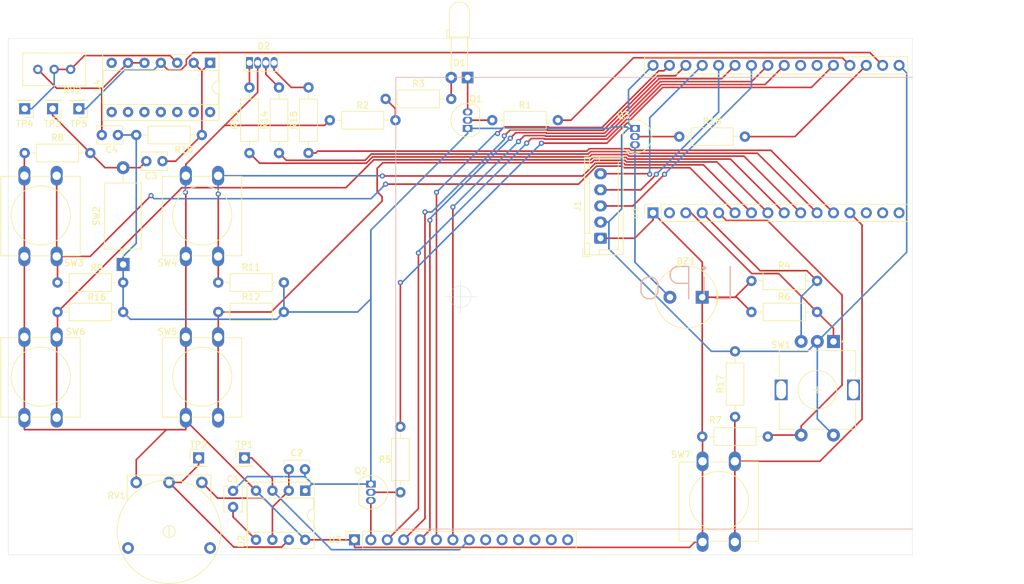
<source format=kicad_pcb>
(kicad_pcb (version 20171130) (host pcbnew 5.1.5-52549c5~84~ubuntu18.04.1)

  (general
    (thickness 1.6)
    (drawings 24)
    (tracks 386)
    (zones 0)
    (modules 47)
    (nets 57)
  )

  (page A4)
  (layers
    (0 F.Cu signal)
    (31 B.Cu signal)
    (32 B.Adhes user)
    (33 F.Adhes user)
    (34 B.Paste user)
    (35 F.Paste user)
    (36 B.SilkS user)
    (37 F.SilkS user)
    (38 B.Mask user)
    (39 F.Mask user)
    (40 Dwgs.User user)
    (41 Cmts.User user)
    (42 Eco1.User user)
    (43 Eco2.User user hide)
    (44 Edge.Cuts user)
    (45 Margin user)
    (46 B.CrtYd user)
    (47 F.CrtYd user hide)
    (48 B.Fab user hide)
    (49 F.Fab user hide)
  )

  (setup
    (last_trace_width 0.25)
    (trace_clearance 0.2)
    (zone_clearance 0.508)
    (zone_45_only no)
    (trace_min 0.2)
    (via_size 0.8)
    (via_drill 0.4)
    (via_min_size 0.4)
    (via_min_drill 0.3)
    (uvia_size 0.3)
    (uvia_drill 0.1)
    (uvias_allowed no)
    (uvia_min_size 0.2)
    (uvia_min_drill 0.1)
    (edge_width 0.05)
    (segment_width 0.2)
    (pcb_text_width 0.3)
    (pcb_text_size 1.5 1.5)
    (mod_edge_width 0.12)
    (mod_text_size 1 1)
    (mod_text_width 0.15)
    (pad_size 3.048 1.85)
    (pad_drill 1.3)
    (pad_to_mask_clearance 0.051)
    (solder_mask_min_width 0.25)
    (aux_axis_origin 128.27 -46.736)
    (visible_elements FFFFFF7F)
    (pcbplotparams
      (layerselection 0x010fc_ffffffff)
      (usegerberextensions false)
      (usegerberattributes false)
      (usegerberadvancedattributes false)
      (creategerberjobfile false)
      (excludeedgelayer true)
      (linewidth 0.100000)
      (plotframeref false)
      (viasonmask false)
      (mode 1)
      (useauxorigin false)
      (hpglpennumber 1)
      (hpglpenspeed 20)
      (hpglpendiameter 15.000000)
      (psnegative false)
      (psa4output false)
      (plotreference true)
      (plotvalue true)
      (plotinvisibletext false)
      (padsonsilk false)
      (subtractmaskfromsilk false)
      (outputformat 1)
      (mirror false)
      (drillshape 1)
      (scaleselection 1)
      (outputdirectory ""))
  )

  (net 0 "")
  (net 1 +3V3)
  (net 2 GND)
  (net 3 "Net-(C1-Pad1)")
  (net 4 "Net-(D1-Pad2)")
  (net 5 "Net-(D1-Pad1)")
  (net 6 "Net-(D2-Pad1)")
  (net 7 /Led_IR)
  (net 8 /Led_B)
  (net 9 /Led_G)
  (net 10 /Led_R)
  (net 11 /Btn_Blue)
  (net 12 /Btn_Yellow)
  (net 13 /Btn_Green)
  (net 14 /Btn_Red)
  (net 15 /Tilt)
  (net 16 "Net-(Q1-Pad2)")
  (net 17 "Net-(RV1-Pad2)")
  (net 18 "Net-(D2-Pad3)")
  (net 19 /CS)
  (net 20 /SCK)
  (net 21 /MOSI)
  (net 22 "Net-(U1-Pad22)")
  (net 23 "Net-(U1-Pad23)")
  (net 24 "Net-(U1-Pad16)")
  (net 25 "Net-(U1-Pad15)")
  (net 26 "Net-(U1-Pad14)")
  (net 27 "Net-(U1-Pad2)")
  (net 28 "Net-(C3-Pad1)")
  (net 29 /TR)
  (net 30 "Net-(Q2-Pad3)")
  (net 31 "Net-(Q2-Pad2)")
  (net 32 /Enc_Rot_P2)
  (net 33 /TFT_Pwr)
  (net 34 /Enc_Rot_P1)
  (net 35 /Enc_Rot_Btn)
  (net 36 /Btn_White)
  (net 37 "Net-(RV2-Pad2)")
  (net 38 /LED)
  (net 39 /Reset)
  (net 40 /DC)
  (net 41 /Buzzer)
  (net 42 "Net-(C3-Pad2)")
  (net 43 "Net-(C4-Pad1)")
  (net 44 "Net-(R2-Pad2)")
  (net 45 "Net-(U3-Pad14)")
  (net 46 "Net-(U3-Pad13)")
  (net 47 "Net-(U3-Pad12)")
  (net 48 "Net-(U3-Pad11)")
  (net 49 "Net-(U3-Pad10)")
  (net 50 "Net-(U3-Pad9)")
  (net 51 "Net-(D2-Pad4)")
  (net 52 "Net-(BZ1-Pad2)")
  (net 53 "Net-(Q3-Pad2)")
  (net 54 /Future1)
  (net 55 /Future3)
  (net 56 /Future2)

  (net_class Default "Ceci est la Netclass par défaut."
    (clearance 0.2)
    (trace_width 0.25)
    (via_dia 0.8)
    (via_drill 0.4)
    (uvia_dia 0.3)
    (uvia_drill 0.1)
    (add_net +3V3)
    (add_net /Btn_Blue)
    (add_net /Btn_Green)
    (add_net /Btn_Red)
    (add_net /Btn_White)
    (add_net /Btn_Yellow)
    (add_net /Buzzer)
    (add_net /CS)
    (add_net /DC)
    (add_net /Enc_Rot_Btn)
    (add_net /Enc_Rot_P1)
    (add_net /Enc_Rot_P2)
    (add_net /Future1)
    (add_net /Future2)
    (add_net /Future3)
    (add_net /LED)
    (add_net /Led_B)
    (add_net /Led_G)
    (add_net /Led_IR)
    (add_net /Led_R)
    (add_net /MOSI)
    (add_net /Reset)
    (add_net /SCK)
    (add_net /TFT_Pwr)
    (add_net /TR)
    (add_net /Tilt)
    (add_net GND)
    (add_net "Net-(BZ1-Pad2)")
    (add_net "Net-(C1-Pad1)")
    (add_net "Net-(C3-Pad1)")
    (add_net "Net-(C3-Pad2)")
    (add_net "Net-(C4-Pad1)")
    (add_net "Net-(D1-Pad1)")
    (add_net "Net-(D1-Pad2)")
    (add_net "Net-(D2-Pad1)")
    (add_net "Net-(D2-Pad3)")
    (add_net "Net-(D2-Pad4)")
    (add_net "Net-(Q1-Pad2)")
    (add_net "Net-(Q2-Pad2)")
    (add_net "Net-(Q2-Pad3)")
    (add_net "Net-(Q3-Pad2)")
    (add_net "Net-(R2-Pad2)")
    (add_net "Net-(RV1-Pad2)")
    (add_net "Net-(RV2-Pad2)")
    (add_net "Net-(U1-Pad14)")
    (add_net "Net-(U1-Pad15)")
    (add_net "Net-(U1-Pad16)")
    (add_net "Net-(U1-Pad2)")
    (add_net "Net-(U1-Pad22)")
    (add_net "Net-(U1-Pad23)")
    (add_net "Net-(U3-Pad10)")
    (add_net "Net-(U3-Pad11)")
    (add_net "Net-(U3-Pad12)")
    (add_net "Net-(U3-Pad13)")
    (add_net "Net-(U3-Pad14)")
    (add_net "Net-(U3-Pad9)")
  )

  (module Project_Module:LED_RAGB_RECT_5.0mm_2.45mm (layer F.Cu) (tedit 5DEE9C3B) (tstamp 5DEF9EBA)
    (at 117.348 63.754)
    (descr "LED, diameter 5.0mm, 2 pins, diameter 5.0mm, 3 pins, diameter 5.0mm, 4 pins, http://www.kingbright.com/attachments/file/psearch/000/00/00/L-154A4SUREQBFZGEW(Ver.9A).pdf")
    (tags "LED diameter 5.0mm 2 pins diameter 5.0mm 3 pins diameter 5.0mm 4 pins RGB RGBLED")
    (path /5E090DB1)
    (fp_text reference D2 (at 2.2 -2.6) (layer F.SilkS)
      (effects (font (size 1 1) (thickness 0.15)))
    )
    (fp_text value LED_RAGB (at 2.1 3) (layer F.Fab)
      (effects (font (size 1 1) (thickness 0.15)))
    )
    (fp_line (start -0.7 1.3) (end -0.7 -1.3) (layer F.SilkS) (width 0.12))
    (fp_line (start 4.5 1.3) (end -0.7 1.3) (layer F.SilkS) (width 0.12))
    (fp_line (start 4.5 -1.3) (end 4.5 1.3) (layer F.SilkS) (width 0.12))
    (fp_line (start -0.7 -1.3) (end 4.5 -1.3) (layer F.SilkS) (width 0.12))
    (fp_line (start 4.4 1.2) (end -0.6 1.2) (layer F.Fab) (width 0.12))
    (fp_line (start 4.4 -1.2) (end 4.4 1.2) (layer F.Fab) (width 0.12))
    (fp_line (start -0.6 -1.2) (end 4.4 -1.2) (layer F.Fab) (width 0.12))
    (fp_line (start -0.6 1.2) (end -0.6 -1.2) (layer F.Fab) (width 0.12))
    (fp_text user %R (at 2.2 -2.6) (layer F.Fab)
      (effects (font (size 1 1) (thickness 0.15)))
    )
    (fp_line (start 4.8 -1.6) (end -1 -1.6) (layer F.CrtYd) (width 0.05))
    (fp_line (start 4.8 1.6) (end 4.8 -1.6) (layer F.CrtYd) (width 0.05))
    (fp_line (start -1 1.6) (end 4.8 1.6) (layer F.CrtYd) (width 0.05))
    (fp_line (start -1 -1.6) (end -1 1.6) (layer F.CrtYd) (width 0.05))
    (pad 4 thru_hole oval (at 3.81 0) (size 1.07 1.8) (drill 0.9) (layers *.Cu *.Mask)
      (net 51 "Net-(D2-Pad4)"))
    (pad 3 thru_hole oval (at 2.54 0) (size 1.07 1.8) (drill 0.9) (layers *.Cu *.Mask)
      (net 18 "Net-(D2-Pad3)"))
    (pad 2 thru_hole oval (at 1.27 0) (size 1.07 1.8) (drill 0.9) (layers *.Cu *.Mask)
      (net 1 +3V3))
    (pad 1 thru_hole rect (at 0 0) (size 1.07 1.8) (drill 0.9) (layers *.Cu *.Mask)
      (net 6 "Net-(D2-Pad1)"))
    (model ${KIPRJMOD}/project_module.pretty/led_rgb_rectangle.step
      (offset (xyz 1.9 0 6))
      (scale (xyz 1 1 1))
      (rotate (xyz 0 0 0))
    )
  )

  (module Project_Module:project_RotaryEncoder_Alps_EC11E-Switch_Vertical_H20mm (layer F.Cu) (tedit 5DEBBC8F) (tstamp 5DECA7F2)
    (at 207.772 106.934 270)
    (descr "Alps rotary encoder, EC12E... with switch, vertical shaft, http://www.alps.com/prod/info/E/HTML/Encoder/Incremental/EC11/EC11E15204A3.html")
    (tags "rotary encoder")
    (path /5D42C200)
    (fp_text reference SW1 (at 0.508 8.128 180) (layer F.SilkS)
      (effects (font (size 1 1) (thickness 0.15)))
    )
    (fp_text value Rotary_Encoder_Switch (at 7.5 10.4 90) (layer F.Fab)
      (effects (font (size 1 1) (thickness 0.15)))
    )
    (fp_circle (center 7.5 2.5) (end 22.5 2.5) (layer Dwgs.User) (width 0.12))
    (fp_circle (center 7.5 2.5) (end 10.5 2.5) (layer F.Fab) (width 0.12))
    (fp_circle (center 7.5 2.5) (end 10.5 2.5) (layer F.SilkS) (width 0.12))
    (fp_line (start 16 9.6) (end -1.5 9.6) (layer F.CrtYd) (width 0.05))
    (fp_line (start 16 9.6) (end 16 -4.6) (layer F.CrtYd) (width 0.05))
    (fp_line (start -1.5 -4.6) (end -1.5 9.6) (layer F.CrtYd) (width 0.05))
    (fp_line (start -1.5 -4.6) (end 16 -4.6) (layer F.CrtYd) (width 0.05))
    (fp_line (start 2.5 -3.3) (end 13.5 -3.3) (layer F.Fab) (width 0.12))
    (fp_line (start 13.5 -3.3) (end 13.5 8.3) (layer F.Fab) (width 0.12))
    (fp_line (start 13.5 8.3) (end 1.5 8.3) (layer F.Fab) (width 0.12))
    (fp_line (start 1.5 8.3) (end 1.5 -2.2) (layer F.Fab) (width 0.12))
    (fp_line (start 1.5 -2.2) (end 2.5 -3.3) (layer F.Fab) (width 0.12))
    (fp_line (start 9.5 -3.4) (end 13.6 -3.4) (layer F.SilkS) (width 0.12))
    (fp_line (start 13.6 8.4) (end 9.5 8.4) (layer F.SilkS) (width 0.12))
    (fp_line (start 5.5 8.4) (end 1.4 8.4) (layer F.SilkS) (width 0.12))
    (fp_line (start 5.5 -3.4) (end 1.4 -3.4) (layer F.SilkS) (width 0.12))
    (fp_line (start 1.4 -3.4) (end 1.4 8.4) (layer F.SilkS) (width 0.12))
    (fp_line (start 0 -1.3) (end -0.3 -1.6) (layer F.SilkS) (width 0.12))
    (fp_line (start -0.3 -1.6) (end 0.3 -1.6) (layer F.SilkS) (width 0.12))
    (fp_line (start 0.3 -1.6) (end 0 -1.3) (layer F.SilkS) (width 0.12))
    (fp_line (start 7.5 -0.5) (end 7.5 5.5) (layer F.Fab) (width 0.12))
    (fp_line (start 4.5 2.5) (end 10.5 2.5) (layer F.Fab) (width 0.12))
    (fp_line (start 13.6 -3.4) (end 13.6 -1) (layer F.SilkS) (width 0.12))
    (fp_line (start 13.6 1.2) (end 13.6 3.8) (layer F.SilkS) (width 0.12))
    (fp_line (start 13.6 6) (end 13.6 8.4) (layer F.SilkS) (width 0.12))
    (fp_line (start 7.5 2) (end 7.5 3) (layer F.SilkS) (width 0.12))
    (fp_line (start 7 2.5) (end 8 2.5) (layer F.SilkS) (width 0.12))
    (fp_text user %R (at 11.1 6.3 90) (layer F.Fab)
      (effects (font (size 1 1) (thickness 0.15)))
    )
    (pad A thru_hole rect (at 0 0 270) (size 2 2) (drill 1) (layers *.Cu *.Mask)
      (net 34 /Enc_Rot_P1))
    (pad C thru_hole circle (at 0 2.5 270) (size 2 2) (drill 1) (layers *.Cu *.Mask)
      (net 2 GND))
    (pad B thru_hole circle (at 0 5 270) (size 2 2) (drill 1) (layers *.Cu *.Mask)
      (net 32 /Enc_Rot_P2))
    (pad MP thru_hole rect (at 7.5 -3.1 270) (size 3.2 2) (drill oval 2.8 1.5) (layers *.Cu *.Mask))
    (pad MP thru_hole rect (at 7.5 8.1 270) (size 3.2 2) (drill oval 2.8 1.5) (layers *.Cu *.Mask))
    (pad S2 thru_hole circle (at 14.5 0 270) (size 2 2) (drill 1) (layers *.Cu *.Mask)
      (net 2 GND))
    (pad S1 thru_hole circle (at 14.5 5 270) (size 2 2) (drill 1) (layers *.Cu *.Mask)
      (net 35 /Enc_Rot_Btn))
    (model ${KISYS3DMOD}/Rotary_Encoder.3dshapes/RotaryEncoder_Alps_EC11E-Switch_Vertical_H20mm.wrl
      (at (xyz 0 0 0))
      (scale (xyz 1 1 1))
      (rotate (xyz 0 0 0))
    )
    (model ${KIPRJMOD}/project_module.pretty/rotative_push_button.step
      (offset (xyz 7.5 -2.5 7))
      (scale (xyz 1 1 1))
      (rotate (xyz 0 0 0))
    )
    (model ${KIPRJMOD}/project_module.pretty/rotative_push_button_capuchon_30mm.step
      (offset (xyz 7.5 -2.5 9))
      (scale (xyz 1 1 1))
      (rotate (xyz 0 0 0))
    )
  )

  (module Project_Module:Buzzer_D9.5mm_H5.5mm_P5mm (layer F.Cu) (tedit 5DEBF956) (tstamp 5DED7BEE)
    (at 187.452 100.076 180)
    (descr "Buzzer, D12.2mm height 6.5mm, https://product.tdk.com/info/en/catalog/datasheets/piezoelectronic_buzzer_ps_en.pdf")
    (tags buzzer)
    (path /5E0CFC7D)
    (fp_text reference BZ1 (at 2.54 5.588) (layer F.SilkS)
      (effects (font (size 1 1) (thickness 0.15)))
    )
    (fp_text value Buzzer (at 2.5 7.31) (layer F.Fab)
      (effects (font (size 1 1) (thickness 0.15)))
    )
    (fp_arc (start 2.5 0) (end -2.3 -1.2) (angle -27.22683797) (layer F.SilkS) (width 0.12))
    (fp_line (start -1.3 -1) (end -1.3 1) (layer F.Fab) (width 0.1))
    (fp_circle (center 2.5 0) (end 7.3 0) (layer F.SilkS) (width 0.12))
    (fp_circle (center 2.5 0) (end 7.2 0) (layer F.Fab) (width 0.1))
    (fp_circle (center 2.5 0) (end 7.4 -0.1) (layer F.CrtYd) (width 0.05))
    (fp_text user %R (at 2.5 -2.43) (layer F.Fab)
      (effects (font (size 1 1) (thickness 0.15)))
    )
    (pad 2 thru_hole circle (at 5 0 180) (size 2 2) (drill 1) (layers *.Cu *.Mask)
      (net 52 "Net-(BZ1-Pad2)"))
    (pad 1 thru_hole rect (at 0 0 180) (size 2 2) (drill 1) (layers *.Cu *.Mask)
      (net 1 +3V3))
    (model ${KIPRJMOD}/project_module.pretty/buzzer.step
      (at (xyz 0 0 0))
      (scale (xyz 1 1 1))
      (rotate (xyz 0 0 -90))
    )
  )

  (module Project_Module:D32Pro_PinSocket_2x1x16_P2.54mm_Vertical (layer F.Cu) (tedit 5D488BC1) (tstamp 5DEBDE07)
    (at 179.832 87 90)
    (descr "Through hole straight socket strip, 1x16, 2.54mm pitch, single row (from Kicad 4.0.7), script generated")
    (tags "Through hole socket strip THT 1x16 2.54mm single row")
    (path /5D41ED62)
    (fp_text reference U1 (at 0 -2.77 90) (layer F.SilkS)
      (effects (font (size 1 1) (thickness 0.15)))
    )
    (fp_text value D32Pro (at 3.2385 18.796) (layer F.Fab)
      (effects (font (size 1 1) (thickness 0.15)))
    )
    (fp_text user i2c (at 0.9 43.2 90) (layer Eco2.User)
      (effects (font (size 1 1) (thickness 0.15)))
    )
    (fp_line (start 3.1 40.4) (end -1.4 40.4) (layer Eco2.User) (width 0.12))
    (fp_line (start 3.1 46.4) (end 3.1 40.4) (layer Eco2.User) (width 0.12))
    (fp_line (start -1.4 46.4) (end 3.1 46.4) (layer Eco2.User) (width 0.12))
    (fp_text user "µ sd" (at 21.7 45.5 90) (layer Eco2.User)
      (effects (font (size 1 1) (thickness 0.15)))
    )
    (fp_line (start 19.2 40.4) (end 24.2 40.4) (layer Eco2.User) (width 0.12))
    (fp_line (start 19.2 51.4) (end 19.2 40.4) (layer Eco2.User) (width 0.12))
    (fp_line (start 24.2 51.4) (end 19.2 51.4) (layer Eco2.User) (width 0.12))
    (fp_circle (center 21.2 55.4) (end 21.9 54.6) (layer Eco2.User) (width 0.12))
    (fp_line (start 23.2 53.9) (end 23.2 56.9) (layer Eco2.User) (width 0.12))
    (fp_line (start 19.2 53.9) (end 23.2 53.9) (layer Eco2.User) (width 0.12))
    (fp_line (start 19.1 56.9) (end 19.1 53.9) (layer Eco2.User) (width 0.12))
    (fp_line (start 23.1 56.9) (end 19.1 56.9) (layer Eco2.User) (width 0.12))
    (fp_text user bat. (at 2.6 51.8 270) (layer Eco2.User)
      (effects (font (size 1 1) (thickness 0.15)))
    )
    (fp_line (start 6.6 47.9) (end -1.4 47.9) (layer Eco2.User) (width 0.12))
    (fp_line (start 6.6 55.8) (end 6.6 47.9) (layer Eco2.User) (width 0.12))
    (fp_line (start -1.4 55.8) (end 6.6 55.8) (layer Eco2.User) (width 0.12))
    (fp_text user "µ usb" (at 12.1 54.4 90) (layer Eco2.User)
      (effects (font (size 1 1) (thickness 0.15)))
    )
    (fp_line (start 15.5 52.1) (end 15.5 57.4) (layer Eco2.User) (width 0.12))
    (fp_line (start 8.6 52.1) (end 15.5 52.1) (layer Eco2.User) (width 0.12))
    (fp_line (start 8.6 57.4) (end 8.6 52.1) (layer Eco2.User) (width 0.12))
    (fp_line (start 24.2 57.404) (end 24.2 -7.62) (layer Eco2.User) (width 0.12))
    (fp_line (start -1.454 57.404) (end 24.2 57.404) (layer Eco2.User) (width 0.12))
    (fp_line (start -1.454 57.404) (end -1.454 -7.62) (layer Eco2.User) (width 0.12))
    (fp_line (start -1.454 -7.62) (end 24.2 -7.62) (layer Eco2.User) (width 0.12))
    (fp_line (start 24.13 39.37) (end 21.59 39.37) (layer F.Fab) (width 0.1))
    (fp_line (start 21.53 39.43) (end 24.19 39.43) (layer F.SilkS) (width 0.12))
    (fp_line (start 21.06 39.9) (end 21.06 -1.8) (layer F.CrtYd) (width 0.05))
    (fp_line (start 21.53 -1.3335) (end 21.53 39.43) (layer F.SilkS) (width 0.12))
    (fp_line (start 24.61 39.9) (end 21.06 39.9) (layer F.CrtYd) (width 0.05))
    (fp_line (start 24.19 -1.3335) (end 24.19 39.43) (layer F.SilkS) (width 0.12))
    (fp_line (start 21.59 -1.27) (end 24.13 -1.27) (layer F.Fab) (width 0.1))
    (fp_line (start 24.13 -1.27) (end 24.13 39.37) (layer F.Fab) (width 0.1))
    (fp_line (start 21.53 -1.3335) (end 24.19 -1.3335) (layer F.SilkS) (width 0.12))
    (fp_line (start 21.06 -1.8) (end 24.61 -1.8) (layer F.CrtYd) (width 0.05))
    (fp_line (start 24.61 -1.8) (end 24.61 39.9) (layer F.CrtYd) (width 0.05))
    (fp_line (start 21.59 39.37) (end 21.59 -1.27) (layer F.Fab) (width 0.1))
    (fp_text user %R (at -2.7305 18.7325) (layer F.Fab)
      (effects (font (size 1 1) (thickness 0.15)))
    )
    (fp_line (start -1.8 39.9) (end -1.8 -1.8) (layer F.CrtYd) (width 0.05))
    (fp_line (start 1.75 39.9) (end -1.8 39.9) (layer F.CrtYd) (width 0.05))
    (fp_line (start 1.75 -1.8) (end 1.75 39.9) (layer F.CrtYd) (width 0.05))
    (fp_line (start -1.8 -1.8) (end 1.75 -1.8) (layer F.CrtYd) (width 0.05))
    (fp_line (start 0 -1.33) (end 1.33 -1.33) (layer F.SilkS) (width 0.12))
    (fp_line (start 1.33 -1.33) (end 1.33 0) (layer F.SilkS) (width 0.12))
    (fp_line (start 1.33 1.27) (end 1.33 39.43) (layer F.SilkS) (width 0.12))
    (fp_line (start -1.33 39.43) (end 1.33 39.43) (layer F.SilkS) (width 0.12))
    (fp_line (start -1.33 1.27) (end -1.33 39.43) (layer F.SilkS) (width 0.12))
    (fp_line (start -1.33 1.27) (end 1.33 1.27) (layer F.SilkS) (width 0.12))
    (fp_line (start -1.27 39.37) (end -1.27 -1.27) (layer F.Fab) (width 0.1))
    (fp_line (start 1.27 39.37) (end -1.27 39.37) (layer F.Fab) (width 0.1))
    (fp_line (start 1.27 -0.635) (end 1.27 39.37) (layer F.Fab) (width 0.1))
    (fp_line (start 0.635 -1.27) (end 1.27 -0.635) (layer F.Fab) (width 0.1))
    (fp_line (start -1.27 -1.27) (end 0.635 -1.27) (layer F.Fab) (width 0.1))
    (pad 21 thru_hole oval (at 22.86 27.94 90) (size 1.7 1.7) (drill 1) (layers *.Cu *.Mask)
      (net 33 /TFT_Pwr))
    (pad 22 thru_hole oval (at 22.86 25.4 90) (size 1.7 1.7) (drill 1) (layers *.Cu *.Mask)
      (net 22 "Net-(U1-Pad22)"))
    (pad 30 thru_hole oval (at 22.86 5.08 90) (size 1.7 1.7) (drill 1) (layers *.Cu *.Mask)
      (net 39 /Reset))
    (pad 29 thru_hole oval (at 22.86 7.62 90) (size 1.7 1.7) (drill 1) (layers *.Cu *.Mask)
      (net 55 /Future3))
    (pad 23 thru_hole oval (at 22.86 22.86 90) (size 1.7 1.7) (drill 1) (layers *.Cu *.Mask)
      (net 23 "Net-(U1-Pad23)"))
    (pad 32 thru_hole circle (at 22.86 0 90) (size 1.7 1.7) (drill 1) (layers *.Cu *.Mask)
      (net 2 GND))
    (pad 17 thru_hole oval (at 22.86 38.1 90) (size 1.7 1.7) (drill 1) (layers *.Cu *.Mask)
      (net 2 GND))
    (pad 27 thru_hole oval (at 22.86 12.7 90) (size 1.7 1.7) (drill 1) (layers *.Cu *.Mask)
      (net 40 /DC))
    (pad 31 thru_hole oval (at 22.86 2.54 90) (size 1.7 1.7) (drill 1) (layers *.Cu *.Mask)
      (net 21 /MOSI))
    (pad 20 thru_hole oval (at 22.86 30.48 90) (size 1.7 1.7) (drill 1) (layers *.Cu *.Mask)
      (net 7 /Led_IR))
    (pad 25 thru_hole oval (at 22.86 17.78 90) (size 1.7 1.7) (drill 1) (layers *.Cu *.Mask)
      (net 20 /SCK))
    (pad 18 thru_hole oval (at 22.86 35.56 90) (size 1.7 1.7) (drill 1) (layers *.Cu *.Mask)
      (net 15 /Tilt))
    (pad 28 thru_hole oval (at 22.86 10.16 90) (size 1.7 1.7) (drill 1) (layers *.Cu *.Mask)
      (net 56 /Future2))
    (pad 19 thru_hole oval (at 22.86 33.02 90) (size 1.7 1.7) (drill 1) (layers *.Cu *.Mask)
      (net 41 /Buzzer))
    (pad 24 thru_hole oval (at 22.86 20.32 90) (size 1.7 1.7) (drill 1) (layers *.Cu *.Mask)
      (net 19 /CS))
    (pad 26 thru_hole oval (at 22.86 15.24 90) (size 1.7 1.7) (drill 1) (layers *.Cu *.Mask)
      (net 54 /Future1))
    (pad 16 thru_hole oval (at 0 38.1 90) (size 1.7 1.7) (drill 1) (layers *.Cu *.Mask)
      (net 24 "Net-(U1-Pad16)"))
    (pad 15 thru_hole oval (at 0 35.56 90) (size 1.7 1.7) (drill 1) (layers *.Cu *.Mask)
      (net 25 "Net-(U1-Pad15)"))
    (pad 14 thru_hole oval (at 0 33.02 90) (size 1.7 1.7) (drill 1) (layers *.Cu *.Mask)
      (net 26 "Net-(U1-Pad14)"))
    (pad 13 thru_hole oval (at 0 30.48 90) (size 1.7 1.7) (drill 1) (layers *.Cu *.Mask)
      (net 36 /Btn_White))
    (pad 12 thru_hole oval (at 0 27.94 90) (size 1.7 1.7) (drill 1) (layers *.Cu *.Mask)
      (net 8 /Led_B))
    (pad 11 thru_hole oval (at 0 25.4 90) (size 1.7 1.7) (drill 1) (layers *.Cu *.Mask)
      (net 9 /Led_G))
    (pad 10 thru_hole oval (at 0 22.86 90) (size 1.7 1.7) (drill 1) (layers *.Cu *.Mask)
      (net 10 /Led_R))
    (pad 9 thru_hole oval (at 0 20.32 90) (size 1.7 1.7) (drill 1) (layers *.Cu *.Mask)
      (net 11 /Btn_Blue))
    (pad 8 thru_hole oval (at 0 17.78 90) (size 1.7 1.7) (drill 1) (layers *.Cu *.Mask)
      (net 12 /Btn_Yellow))
    (pad 7 thru_hole oval (at 0 15.24 90) (size 1.7 1.7) (drill 1) (layers *.Cu *.Mask)
      (net 13 /Btn_Green))
    (pad 6 thru_hole oval (at 0 12.7 90) (size 1.7 1.7) (drill 1) (layers *.Cu *.Mask)
      (net 14 /Btn_Red))
    (pad 5 thru_hole oval (at 0 10.16 90) (size 1.7 1.7) (drill 1) (layers *.Cu *.Mask)
      (net 35 /Enc_Rot_Btn))
    (pad 4 thru_hole oval (at 0 7.62 90) (size 1.7 1.7) (drill 1) (layers *.Cu *.Mask)
      (net 32 /Enc_Rot_P2))
    (pad 3 thru_hole oval (at 0 5.08 90) (size 1.7 1.7) (drill 1) (layers *.Cu *.Mask)
      (net 34 /Enc_Rot_P1))
    (pad 2 thru_hole oval (at 0 2.54 90) (size 1.7 1.7) (drill 1) (layers *.Cu *.Mask)
      (net 27 "Net-(U1-Pad2)"))
    (pad 1 thru_hole rect (at 0 0 90) (size 1.7 1.7) (drill 1) (layers *.Cu *.Mask)
      (net 1 +3V3))
    (model ${KISYS3DMOD}/Connector_PinSocket_2.54mm.3dshapes/PinSocket_1x16_P2.54mm_Vertical.wrl
      (at (xyz 0 0 0))
      (scale (xyz 1 1 1))
      (rotate (xyz 0 0 0))
    )
    (model ${KISYS3DMOD}/Connector_PinSocket_2.54mm.3dshapes/PinSocket_1x16_P2.54mm_Vertical.wrl
      (offset (xyz 22.86 0 0))
      (scale (xyz 1 1 1))
      (rotate (xyz 0 0 0))
    )
    (model ${KIPRJMOD}/project_module.pretty/wemos_lolin_d32_pro.step
      (offset (xyz -1.27 7.28 9.56))
      (scale (xyz 1 1 1))
      (rotate (xyz 0 0 0))
    )
  )

  (module Connector_JST:JST_XH_B5B-XH-A_1x05_P2.50mm_Vertical (layer F.Cu) (tedit 5C28146C) (tstamp 5DEF0DE7)
    (at 171.704 90.932 90)
    (descr "JST XH series connector, B5B-XH-A (http://www.jst-mfg.com/product/pdf/eng/eXH.pdf), generated with kicad-footprint-generator")
    (tags "connector JST XH vertical")
    (path /5DFFBF3A)
    (fp_text reference J1 (at 5 -3.55 90) (layer F.SilkS)
      (effects (font (size 1 1) (thickness 0.15)))
    )
    (fp_text value Conn_01x05_Male (at 5 4.6 90) (layer F.Fab)
      (effects (font (size 1 1) (thickness 0.15)))
    )
    (fp_text user %R (at 5 2.7 90) (layer F.Fab)
      (effects (font (size 1 1) (thickness 0.15)))
    )
    (fp_line (start -2.85 -2.75) (end -2.85 -1.5) (layer F.SilkS) (width 0.12))
    (fp_line (start -1.6 -2.75) (end -2.85 -2.75) (layer F.SilkS) (width 0.12))
    (fp_line (start 11.8 2.75) (end 5 2.75) (layer F.SilkS) (width 0.12))
    (fp_line (start 11.8 -0.2) (end 11.8 2.75) (layer F.SilkS) (width 0.12))
    (fp_line (start 12.55 -0.2) (end 11.8 -0.2) (layer F.SilkS) (width 0.12))
    (fp_line (start -1.8 2.75) (end 5 2.75) (layer F.SilkS) (width 0.12))
    (fp_line (start -1.8 -0.2) (end -1.8 2.75) (layer F.SilkS) (width 0.12))
    (fp_line (start -2.55 -0.2) (end -1.8 -0.2) (layer F.SilkS) (width 0.12))
    (fp_line (start 12.55 -2.45) (end 10.75 -2.45) (layer F.SilkS) (width 0.12))
    (fp_line (start 12.55 -1.7) (end 12.55 -2.45) (layer F.SilkS) (width 0.12))
    (fp_line (start 10.75 -1.7) (end 12.55 -1.7) (layer F.SilkS) (width 0.12))
    (fp_line (start 10.75 -2.45) (end 10.75 -1.7) (layer F.SilkS) (width 0.12))
    (fp_line (start -0.75 -2.45) (end -2.55 -2.45) (layer F.SilkS) (width 0.12))
    (fp_line (start -0.75 -1.7) (end -0.75 -2.45) (layer F.SilkS) (width 0.12))
    (fp_line (start -2.55 -1.7) (end -0.75 -1.7) (layer F.SilkS) (width 0.12))
    (fp_line (start -2.55 -2.45) (end -2.55 -1.7) (layer F.SilkS) (width 0.12))
    (fp_line (start 9.25 -2.45) (end 0.75 -2.45) (layer F.SilkS) (width 0.12))
    (fp_line (start 9.25 -1.7) (end 9.25 -2.45) (layer F.SilkS) (width 0.12))
    (fp_line (start 0.75 -1.7) (end 9.25 -1.7) (layer F.SilkS) (width 0.12))
    (fp_line (start 0.75 -2.45) (end 0.75 -1.7) (layer F.SilkS) (width 0.12))
    (fp_line (start 0 -1.35) (end 0.625 -2.35) (layer F.Fab) (width 0.1))
    (fp_line (start -0.625 -2.35) (end 0 -1.35) (layer F.Fab) (width 0.1))
    (fp_line (start 12.95 -2.85) (end -2.95 -2.85) (layer F.CrtYd) (width 0.05))
    (fp_line (start 12.95 3.9) (end 12.95 -2.85) (layer F.CrtYd) (width 0.05))
    (fp_line (start -2.95 3.9) (end 12.95 3.9) (layer F.CrtYd) (width 0.05))
    (fp_line (start -2.95 -2.85) (end -2.95 3.9) (layer F.CrtYd) (width 0.05))
    (fp_line (start 12.56 -2.46) (end -2.56 -2.46) (layer F.SilkS) (width 0.12))
    (fp_line (start 12.56 3.51) (end 12.56 -2.46) (layer F.SilkS) (width 0.12))
    (fp_line (start -2.56 3.51) (end 12.56 3.51) (layer F.SilkS) (width 0.12))
    (fp_line (start -2.56 -2.46) (end -2.56 3.51) (layer F.SilkS) (width 0.12))
    (fp_line (start 12.45 -2.35) (end -2.45 -2.35) (layer F.Fab) (width 0.1))
    (fp_line (start 12.45 3.4) (end 12.45 -2.35) (layer F.Fab) (width 0.1))
    (fp_line (start -2.45 3.4) (end 12.45 3.4) (layer F.Fab) (width 0.1))
    (fp_line (start -2.45 -2.35) (end -2.45 3.4) (layer F.Fab) (width 0.1))
    (pad 5 thru_hole oval (at 10 0 90) (size 1.7 1.95) (drill 0.95) (layers *.Cu *.Mask)
      (net 55 /Future3))
    (pad 4 thru_hole oval (at 7.5 0 90) (size 1.7 1.95) (drill 0.95) (layers *.Cu *.Mask)
      (net 56 /Future2))
    (pad 3 thru_hole oval (at 5 0 90) (size 1.7 1.95) (drill 0.95) (layers *.Cu *.Mask)
      (net 54 /Future1))
    (pad 2 thru_hole oval (at 2.5 0 90) (size 1.7 1.95) (drill 0.95) (layers *.Cu *.Mask)
      (net 2 GND))
    (pad 1 thru_hole roundrect (at 0 0 90) (size 1.7 1.95) (drill 0.95) (layers *.Cu *.Mask) (roundrect_rratio 0.147059)
      (net 1 +3V3))
    (model ${KISYS3DMOD}/Connector_JST.3dshapes/JST_XH_B5B-XH-A_1x05_P2.50mm_Vertical.wrl
      (at (xyz 0 0 0))
      (scale (xyz 1 1 1))
      (rotate (xyz 0 0 0))
    )
  )

  (module Project_Module:TFT_2_4_SPI_240x320 (layer F.Cu) (tedit 5DEBBC14) (tstamp 5DEC6E59)
    (at 133.604 137.668 90)
    (descr "TFT 2.4\", 1x14, 2.54mm pitch, single row")
    (tags "TFT 2.4 SPI")
    (path /5DE3FBE4)
    (fp_text reference U3 (at 0 -3) (layer F.SilkS)
      (effects (font (size 1 1) (thickness 0.15)))
    )
    (fp_text value TFT_2_4_SPI_240x320 (at -3.4 16.4) (layer F.Fab)
      (effects (font (size 1 1) (thickness 0.15)))
    )
    (fp_circle (center 72.5 35.2) (end 70.9 35.2) (layer Dwgs.User) (width 0.12))
    (fp_circle (center 5 -2.2) (end 6.6 -2.2) (layer Dwgs.User) (width 0.12))
    (fp_circle (center 72.5 -2.2) (end 70.9 -2.2) (layer Dwgs.User) (width 0.12))
    (fp_circle (center 5 35.2) (end 6.6 35.2) (layer Dwgs.User) (width 0.12))
    (fp_line (start 18.7 34.9) (end 18.7 -1.9) (layer Dwgs.User) (width 0.12))
    (fp_line (start 65.7 34.9) (end 18.7 34.9) (layer Dwgs.User) (width 0.12))
    (fp_line (start 65.7 34.9) (end 65.7 -1.9) (layer Dwgs.User) (width 0.12))
    (fp_line (start 65.7 -1.9) (end 18.7 -1.9) (layer Dwgs.User) (width 0.12))
    (fp_line (start 68.7 -4.9) (end 68.7 37.9) (layer Dwgs.User) (width 0.12))
    (fp_line (start 8.4 -4.9) (end 8.4 37.9) (layer Dwgs.User) (width 0.12))
    (fp_line (start -2 37.9) (end -2 -4.9) (layer Dwgs.User) (width 0.12))
    (fp_line (start 75.2 37.9) (end 75.2 -4.9) (layer Dwgs.User) (width 0.12))
    (fp_line (start -2 37.9) (end 75.2 37.9) (layer Dwgs.User) (width 0.12))
    (fp_line (start -2 -4.9) (end 75.2 -4.9) (layer Dwgs.User) (width 0.12))
    (fp_text user %R (at 0 16.51) (layer F.Fab)
      (effects (font (size 1 1) (thickness 0.15)))
    )
    (fp_line (start -1.8 34.8) (end -1.8 -1.8) (layer F.CrtYd) (width 0.05))
    (fp_line (start 1.75 34.8) (end -1.8 34.8) (layer F.CrtYd) (width 0.05))
    (fp_line (start 1.75 -1.8) (end 1.75 34.8) (layer F.CrtYd) (width 0.05))
    (fp_line (start -1.8 -1.8) (end 1.75 -1.8) (layer F.CrtYd) (width 0.05))
    (fp_line (start 0 -1.33) (end 1.33 -1.33) (layer F.SilkS) (width 0.12))
    (fp_line (start 1.33 -1.33) (end 1.33 0) (layer F.SilkS) (width 0.12))
    (fp_line (start 1.33 1.27) (end 1.33 34.35) (layer F.SilkS) (width 0.12))
    (fp_line (start -1.33 34.35) (end 1.33 34.35) (layer F.SilkS) (width 0.12))
    (fp_line (start -1.33 1.27) (end -1.33 34.35) (layer F.SilkS) (width 0.12))
    (fp_line (start -1.33 1.27) (end 1.33 1.27) (layer F.SilkS) (width 0.12))
    (fp_line (start -1.27 34.29) (end -1.27 -1.27) (layer F.Fab) (width 0.1))
    (fp_line (start 1.27 34.29) (end -1.27 34.29) (layer F.Fab) (width 0.1))
    (fp_line (start 1.27 -0.635) (end 1.27 34.29) (layer F.Fab) (width 0.1))
    (fp_line (start 0.635 -1.27) (end 1.27 -0.635) (layer F.Fab) (width 0.1))
    (fp_line (start -1.27 -1.27) (end 0.635 -1.27) (layer F.Fab) (width 0.1))
    (pad 14 thru_hole oval (at 0 33.02 90) (size 1.7 1.7) (drill 1) (layers *.Cu *.Mask)
      (net 45 "Net-(U3-Pad14)"))
    (pad 13 thru_hole oval (at 0 30.48 90) (size 1.7 1.7) (drill 1) (layers *.Cu *.Mask)
      (net 46 "Net-(U3-Pad13)"))
    (pad 12 thru_hole oval (at 0 27.94 90) (size 1.7 1.7) (drill 1) (layers *.Cu *.Mask)
      (net 47 "Net-(U3-Pad12)"))
    (pad 11 thru_hole oval (at 0 25.4 90) (size 1.7 1.7) (drill 1) (layers *.Cu *.Mask)
      (net 48 "Net-(U3-Pad11)"))
    (pad 10 thru_hole oval (at 0 22.86 90) (size 1.7 1.7) (drill 1) (layers *.Cu *.Mask)
      (net 49 "Net-(U3-Pad10)"))
    (pad 9 thru_hole oval (at 0 20.32 90) (size 1.7 1.7) (drill 1) (layers *.Cu *.Mask)
      (net 50 "Net-(U3-Pad9)"))
    (pad 8 thru_hole oval (at 0 17.78 90) (size 1.7 1.7) (drill 1) (layers *.Cu *.Mask)
      (net 38 /LED))
    (pad 7 thru_hole oval (at 0 15.24 90) (size 1.7 1.7) (drill 1) (layers *.Cu *.Mask)
      (net 20 /SCK))
    (pad 6 thru_hole oval (at 0 12.7 90) (size 1.7 1.7) (drill 1) (layers *.Cu *.Mask)
      (net 21 /MOSI))
    (pad 5 thru_hole oval (at 0 10.16 90) (size 1.7 1.7) (drill 1) (layers *.Cu *.Mask)
      (net 40 /DC))
    (pad 4 thru_hole oval (at 0 7.62 90) (size 1.7 1.7) (drill 1) (layers *.Cu *.Mask)
      (net 39 /Reset))
    (pad 3 thru_hole oval (at 0 5.08 90) (size 1.7 1.7) (drill 1) (layers *.Cu *.Mask)
      (net 19 /CS))
    (pad 2 thru_hole oval (at 0 2.54 90) (size 1.7 1.7) (drill 1) (layers *.Cu *.Mask)
      (net 30 "Net-(Q2-Pad3)"))
    (pad 1 thru_hole rect (at 0 0 90) (size 1.7 1.7) (drill 1) (layers *.Cu *.Mask)
      (net 1 +3V3))
    (model ${KISYS3DMOD}/Connector_PinSocket_2.54mm.3dshapes/PinSocket_1x14_P2.54mm_Vertical.wrl
      (at (xyz 0 0 0))
      (scale (xyz 1 1 1))
      (rotate (xyz 0 0 0))
    )
    (model ${KIPRJMOD}/project_module.pretty/tft_2_4in_240x320.step
      (offset (xyz 0 0 9.5))
      (scale (xyz 1 1 1))
      (rotate (xyz 0 0 0))
    )
  )

  (module Project_Module:Potentiometer_Thumbwheel_D16mm_H2mm_Horizontal (layer F.Cu) (tedit 5DECA69F) (tstamp 5DEE57E4)
    (at 109.982 128.778 270)
    (descr "Potentiometer, vertical, Vishay 248GJ-249GJ Single, http://www.vishay.com/docs/57054/248249.pdf")
    (tags "Potentiometer vertical Vishay 248GJ-249GJ Single")
    (path /5DE60D8C)
    (fp_text reference RV1 (at 2.032 13.208) (layer F.SilkS)
      (effects (font (size 1 1) (thickness 0.15)))
    )
    (fp_text value 10k (at -2.54 5.08) (layer F.Fab)
      (effects (font (size 1 1) (thickness 0.15)))
    )
    (fp_line (start -1.143 11.557) (end 2.794 11.557) (layer F.SilkS) (width 0.12))
    (fp_line (start -1.143 -1.397) (end -1.143 11.557) (layer F.SilkS) (width 0.12))
    (fp_line (start -1.143 -1.397) (end 2.794 -1.397) (layer F.SilkS) (width 0.12))
    (fp_line (start 6.70419 5.08) (end 8.53581 5.08) (layer F.SilkS) (width 0.12))
    (fp_circle (center 7.62 5.08) (end 8.382 4.572) (layer F.SilkS) (width 0.12))
    (fp_circle (center 7.62 5.08) (end 8.128 4.572) (layer F.Fab) (width 0.12))
    (fp_line (start -1.016 11.43) (end 2.794 11.43) (layer F.Fab) (width 0.12))
    (fp_line (start -1.016 -1.27) (end -1.016 11.43) (layer F.Fab) (width 0.12))
    (fp_line (start 2.794 -1.27) (end -1.016 -1.27) (layer F.Fab) (width 0.12))
    (fp_line (start 12.7 -3.302) (end -1.27 -3.302) (layer F.CrtYd) (width 0.12))
    (fp_line (start 12.7 13.462) (end 12.7 -3.302) (layer F.CrtYd) (width 0.12))
    (fp_line (start -1.27 13.462) (end 12.7 13.462) (layer F.CrtYd) (width 0.12))
    (fp_line (start -1.27 -3.302) (end -1.27 13.462) (layer F.CrtYd) (width 0.12))
    (fp_circle (center 7.62 5.08) (end 10.16 -2.54) (layer F.SilkS) (width 0.12))
    (fp_text user %R (at 1.778 4.572) (layer F.Fab)
      (effects (font (size 1 1) (thickness 0.15)))
    )
    (fp_circle (center 7.62 5.08) (end 15.494 5.08) (layer F.Fab) (width 0.1))
    (pad MP thru_hole circle (at 10.16 11.43 270) (size 1.8 1.8) (drill 1) (layers *.Cu *.Mask))
    (pad MP thru_hole circle (at 10.16 -1.27 270) (size 1.8 1.8) (drill 1) (layers *.Cu *.Mask))
    (pad 1 thru_hole circle (at 0 0 270) (size 1.8 1.8) (drill 1) (layers *.Cu *.Mask)
      (net 29 /TR))
    (pad 2 thru_hole circle (at 0 5.08 270) (size 1.8 1.8) (drill 1) (layers *.Cu *.Mask)
      (net 17 "Net-(RV1-Pad2)"))
    (pad 3 thru_hole circle (at 0 10.16 270) (size 1.8 1.8) (drill 1) (layers *.Cu *.Mask)
      (net 1 +3V3))
    (model ${KISYS3DMOD}/Potentiometer_THT.3dshapes/Potentiometer_Vishay_248GJ-249GJ_Single_Vertical.wrl
      (at (xyz 0 0 0))
      (scale (xyz 1 1 1))
      (rotate (xyz 0 0 0))
    )
    (model ${KIPRJMOD}/project_module.pretty/thumbwheel_D16mm_H2mm.step
      (at (xyz 0 0 0))
      (scale (xyz 1 1 1))
      (rotate (xyz 0 0 90))
    )
  )

  (module Project_Module:project_SW_PUSH-12mm-WHITE (layer F.Cu) (tedit 5DEBEA00) (tstamp 5DED11C0)
    (at 187.5 138 90)
    (descr "SW PUSH 12mm https://www.e-switch.com/system/asset/product_line/data_sheet/143/TL1100.pdf")
    (tags "tact sw push 12mm")
    (path /5DF9617D)
    (fp_text reference SW7 (at 13.54 -3.35 180) (layer F.SilkS)
      (effects (font (size 1 1) (thickness 0.15)))
    )
    (fp_text value SW_Push_White (at 6.62 9.93 90) (layer F.Fab)
      (effects (font (size 1 1) (thickness 0.15)))
    )
    (fp_line (start 12.4 -3.65) (end 12.4 -0.93) (layer F.SilkS) (width 0.12))
    (fp_line (start 12.4 5.93) (end 12.4 8.65) (layer F.SilkS) (width 0.12))
    (fp_line (start 0.1 4.07) (end 0.1 0.93) (layer F.SilkS) (width 0.12))
    (fp_line (start 0.1 8.65) (end 0.1 5.93) (layer F.SilkS) (width 0.12))
    (fp_line (start 0.25 -3.5) (end 0.25 8.5) (layer F.Fab) (width 0.1))
    (fp_circle (center 6.35 2.54) (end 10.16 5.08) (layer F.SilkS) (width 0.12))
    (fp_line (start 14.25 8.75) (end -1.77 8.75) (layer F.CrtYd) (width 0.05))
    (fp_line (start 14.25 8.75) (end 14.25 -3.75) (layer F.CrtYd) (width 0.05))
    (fp_line (start -1.77 -3.75) (end -1.77 8.75) (layer F.CrtYd) (width 0.05))
    (fp_line (start -1.77 -3.75) (end 14.25 -3.75) (layer F.CrtYd) (width 0.05))
    (fp_line (start 0.1 -0.93) (end 0.1 -3.65) (layer F.SilkS) (width 0.12))
    (fp_line (start 12.4 8.65) (end 0.1 8.65) (layer F.SilkS) (width 0.12))
    (fp_line (start 12.4 0.93) (end 12.4 4.07) (layer F.SilkS) (width 0.12))
    (fp_line (start 0.1 -3.65) (end 12.4 -3.65) (layer F.SilkS) (width 0.12))
    (fp_text user %R (at 6.35 2.54 90) (layer F.Fab)
      (effects (font (size 1 1) (thickness 0.15)))
    )
    (fp_line (start 12.25 -3.5) (end 12.25 8.5) (layer F.Fab) (width 0.1))
    (fp_line (start 0.25 -3.5) (end 12.25 -3.5) (layer F.Fab) (width 0.1))
    (fp_line (start 0.25 8.5) (end 12.25 8.5) (layer F.Fab) (width 0.1))
    (pad 2 thru_hole oval (at 0 5 90) (size 3.048 1.85) (drill 1.3) (layers *.Cu *.Mask)
      (net 36 /Btn_White))
    (pad 1 thru_hole oval (at 0 0 90) (size 3.048 1.85) (drill 1.3) (layers *.Cu *.Mask)
      (net 1 +3V3))
    (pad 2 thru_hole oval (at 12.5 5 90) (size 3.048 1.85) (drill 1.3) (layers *.Cu *.Mask)
      (net 36 /Btn_White))
    (pad 1 thru_hole oval (at 12.5 0 90) (size 3.048 1.85) (drill 1.3) (layers *.Cu *.Mask)
      (net 1 +3V3))
    (model ${KISYS3DMOD}/Button_Switch_THT.3dshapes/SW_PUSH-12mm.wrl
      (at (xyz 0 0 0))
      (scale (xyz 1 1 1))
      (rotate (xyz 0 0 0))
    )
    (model ${KIPRJMOD}/project_module.pretty/push_button.step
      (offset (xyz 6 -2.54 0))
      (scale (xyz 1 1 1))
      (rotate (xyz 0 0 90))
    )
    (model ${KIPRJMOD}/project_module.pretty/push_button_capuchon_blanc.step
      (offset (xyz 6 -2.5 0))
      (scale (xyz 1 1 1))
      (rotate (xyz 0 0 0))
    )
  )

  (module Project_Module:project_SW_PUSH-12mm-BLUE (layer F.Cu) (tedit 5D469A6C) (tstamp 5DECDD06)
    (at 82.5 118.75 90)
    (descr "SW PUSH 12mm https://www.e-switch.com/system/asset/product_line/data_sheet/143/TL1100.pdf")
    (tags "tact sw push 12mm")
    (path /5D429E78)
    (fp_text reference SW6 (at 13.34 7.924 180) (layer F.SilkS)
      (effects (font (size 1 1) (thickness 0.15)))
    )
    (fp_text value SW_Push_Blue (at 6.62 9.93 90) (layer F.Fab)
      (effects (font (size 1 1) (thickness 0.15)))
    )
    (fp_line (start 12.4 -3.65) (end 12.4 -0.93) (layer F.SilkS) (width 0.12))
    (fp_line (start 12.4 5.93) (end 12.4 8.65) (layer F.SilkS) (width 0.12))
    (fp_line (start 0.1 4.07) (end 0.1 0.93) (layer F.SilkS) (width 0.12))
    (fp_line (start 0.1 8.65) (end 0.1 5.93) (layer F.SilkS) (width 0.12))
    (fp_line (start 0.25 -3.5) (end 0.25 8.5) (layer F.Fab) (width 0.1))
    (fp_circle (center 6.35 2.54) (end 10.16 5.08) (layer F.SilkS) (width 0.12))
    (fp_line (start 14.25 8.75) (end -1.77 8.75) (layer F.CrtYd) (width 0.05))
    (fp_line (start 14.25 8.75) (end 14.25 -3.75) (layer F.CrtYd) (width 0.05))
    (fp_line (start -1.77 -3.75) (end -1.77 8.75) (layer F.CrtYd) (width 0.05))
    (fp_line (start -1.77 -3.75) (end 14.25 -3.75) (layer F.CrtYd) (width 0.05))
    (fp_line (start 0.1 -0.93) (end 0.1 -3.65) (layer F.SilkS) (width 0.12))
    (fp_line (start 12.4 8.65) (end 0.1 8.65) (layer F.SilkS) (width 0.12))
    (fp_line (start 12.4 0.93) (end 12.4 4.07) (layer F.SilkS) (width 0.12))
    (fp_line (start 0.1 -3.65) (end 12.4 -3.65) (layer F.SilkS) (width 0.12))
    (fp_text user %R (at 6.35 2.54 90) (layer F.Fab)
      (effects (font (size 1 1) (thickness 0.15)))
    )
    (fp_line (start 12.25 -3.5) (end 12.25 8.5) (layer F.Fab) (width 0.1))
    (fp_line (start 0.25 -3.5) (end 12.25 -3.5) (layer F.Fab) (width 0.1))
    (fp_line (start 0.25 8.5) (end 12.25 8.5) (layer F.Fab) (width 0.1))
    (pad 2 thru_hole oval (at 0 5 90) (size 3.048 1.85) (drill 1.3) (layers *.Cu *.Mask)
      (net 11 /Btn_Blue))
    (pad 1 thru_hole oval (at 0 0 90) (size 3.048 1.85) (drill 1.3) (layers *.Cu *.Mask)
      (net 1 +3V3))
    (pad 2 thru_hole oval (at 12.5 5 90) (size 3.048 1.85) (drill 1.3) (layers *.Cu *.Mask)
      (net 11 /Btn_Blue))
    (pad 1 thru_hole oval (at 12.5 0 90) (size 3.048 1.85) (drill 1.3) (layers *.Cu *.Mask)
      (net 1 +3V3))
    (model ${KISYS3DMOD}/Button_Switch_THT.3dshapes/SW_PUSH-12mm.wrl
      (at (xyz 0 0 0))
      (scale (xyz 1 1 1))
      (rotate (xyz 0 0 0))
    )
    (model ${KIPRJMOD}/project_module.pretty/push_button.step
      (offset (xyz 6 -2.54 0))
      (scale (xyz 1 1 1))
      (rotate (xyz 0 0 90))
    )
    (model ${KIPRJMOD}/project_module.pretty/push_button_capuchon_bleu.step
      (offset (xyz 6 -2.5 0))
      (scale (xyz 1 1 1))
      (rotate (xyz 0 0 0))
    )
  )

  (module Project_Module:project_SW_PUSH-12mm-YELLOW (layer F.Cu) (tedit 5D469A41) (tstamp 5DECE090)
    (at 107.5 118.75 90)
    (descr "SW PUSH 12mm https://www.e-switch.com/system/asset/product_line/data_sheet/143/TL1100.pdf")
    (tags "tact sw push 12mm")
    (path /5D42983F)
    (fp_text reference SW5 (at 13.34 -2.852 180) (layer F.SilkS)
      (effects (font (size 1 1) (thickness 0.15)))
    )
    (fp_text value SW_Push_Yellow (at 6.62 9.93 90) (layer F.Fab)
      (effects (font (size 1 1) (thickness 0.15)))
    )
    (fp_line (start 12.4 -3.65) (end 12.4 -0.93) (layer F.SilkS) (width 0.12))
    (fp_line (start 12.4 5.93) (end 12.4 8.65) (layer F.SilkS) (width 0.12))
    (fp_line (start 0.1 4.07) (end 0.1 0.93) (layer F.SilkS) (width 0.12))
    (fp_line (start 0.1 8.65) (end 0.1 5.93) (layer F.SilkS) (width 0.12))
    (fp_line (start 0.25 -3.5) (end 0.25 8.5) (layer F.Fab) (width 0.1))
    (fp_circle (center 6.35 2.54) (end 10.16 5.08) (layer F.SilkS) (width 0.12))
    (fp_line (start 14.25 8.75) (end -1.77 8.75) (layer F.CrtYd) (width 0.05))
    (fp_line (start 14.25 8.75) (end 14.25 -3.75) (layer F.CrtYd) (width 0.05))
    (fp_line (start -1.77 -3.75) (end -1.77 8.75) (layer F.CrtYd) (width 0.05))
    (fp_line (start -1.77 -3.75) (end 14.25 -3.75) (layer F.CrtYd) (width 0.05))
    (fp_line (start 0.1 -0.93) (end 0.1 -3.65) (layer F.SilkS) (width 0.12))
    (fp_line (start 12.4 8.65) (end 0.1 8.65) (layer F.SilkS) (width 0.12))
    (fp_line (start 12.4 0.93) (end 12.4 4.07) (layer F.SilkS) (width 0.12))
    (fp_line (start 0.1 -3.65) (end 12.4 -3.65) (layer F.SilkS) (width 0.12))
    (fp_text user %R (at 6.35 2.54 90) (layer F.Fab)
      (effects (font (size 1 1) (thickness 0.15)))
    )
    (fp_line (start 12.25 -3.5) (end 12.25 8.5) (layer F.Fab) (width 0.1))
    (fp_line (start 0.25 -3.5) (end 12.25 -3.5) (layer F.Fab) (width 0.1))
    (fp_line (start 0.25 8.5) (end 12.25 8.5) (layer F.Fab) (width 0.1))
    (pad 2 thru_hole oval (at 0 5 90) (size 3.048 1.85) (drill 1.3) (layers *.Cu *.Mask)
      (net 12 /Btn_Yellow))
    (pad 1 thru_hole oval (at 0 0 90) (size 3.048 1.85) (drill 1.3) (layers *.Cu *.Mask)
      (net 1 +3V3))
    (pad 2 thru_hole oval (at 12.5 5 90) (size 3.048 1.85) (drill 1.3) (layers *.Cu *.Mask)
      (net 12 /Btn_Yellow))
    (pad 1 thru_hole oval (at 12.5 0 90) (size 3.048 1.85) (drill 1.3) (layers *.Cu *.Mask)
      (net 1 +3V3))
    (model ${KISYS3DMOD}/Button_Switch_THT.3dshapes/SW_PUSH-12mm.wrl
      (at (xyz 0 0 0))
      (scale (xyz 1 1 1))
      (rotate (xyz 0 0 0))
    )
    (model ${KIPRJMOD}/project_module.pretty/push_button.step
      (offset (xyz 6 -2.54 0))
      (scale (xyz 1 1 1))
      (rotate (xyz 0 0 90))
    )
    (model ${KIPRJMOD}/project_module.pretty/push_button_capuchon_jaune.step
      (offset (xyz 6 -2.5 0))
      (scale (xyz 1 1 1))
      (rotate (xyz 0 0 0))
    )
  )

  (module Package_DIP:DIP-14_W7.62mm_Socket (layer F.Cu) (tedit 5A02E8C5) (tstamp 5DEBDE85)
    (at 111.252 63.754 270)
    (descr "14-lead though-hole mounted DIP package, row spacing 7.62 mm (300 mils), Socket")
    (tags "THT DIP DIL PDIP 2.54mm 7.62mm 300mil Socket")
    (path /5D4AD10D)
    (fp_text reference U4 (at 3.556 17.526 90) (layer F.SilkS)
      (effects (font (size 1 1) (thickness 0.15)))
    )
    (fp_text value CD4093BE (at 3.81 17.57 90) (layer F.Fab)
      (effects (font (size 1 1) (thickness 0.15)))
    )
    (fp_text user %R (at 3.81 7.62 90) (layer F.Fab)
      (effects (font (size 1 1) (thickness 0.15)))
    )
    (fp_line (start 9.15 -1.6) (end -1.55 -1.6) (layer F.CrtYd) (width 0.05))
    (fp_line (start 9.15 16.85) (end 9.15 -1.6) (layer F.CrtYd) (width 0.05))
    (fp_line (start -1.55 16.85) (end 9.15 16.85) (layer F.CrtYd) (width 0.05))
    (fp_line (start -1.55 -1.6) (end -1.55 16.85) (layer F.CrtYd) (width 0.05))
    (fp_line (start 8.95 -1.39) (end -1.33 -1.39) (layer F.SilkS) (width 0.12))
    (fp_line (start 8.95 16.63) (end 8.95 -1.39) (layer F.SilkS) (width 0.12))
    (fp_line (start -1.33 16.63) (end 8.95 16.63) (layer F.SilkS) (width 0.12))
    (fp_line (start -1.33 -1.39) (end -1.33 16.63) (layer F.SilkS) (width 0.12))
    (fp_line (start 6.46 -1.33) (end 4.81 -1.33) (layer F.SilkS) (width 0.12))
    (fp_line (start 6.46 16.57) (end 6.46 -1.33) (layer F.SilkS) (width 0.12))
    (fp_line (start 1.16 16.57) (end 6.46 16.57) (layer F.SilkS) (width 0.12))
    (fp_line (start 1.16 -1.33) (end 1.16 16.57) (layer F.SilkS) (width 0.12))
    (fp_line (start 2.81 -1.33) (end 1.16 -1.33) (layer F.SilkS) (width 0.12))
    (fp_line (start 8.89 -1.33) (end -1.27 -1.33) (layer F.Fab) (width 0.1))
    (fp_line (start 8.89 16.57) (end 8.89 -1.33) (layer F.Fab) (width 0.1))
    (fp_line (start -1.27 16.57) (end 8.89 16.57) (layer F.Fab) (width 0.1))
    (fp_line (start -1.27 -1.33) (end -1.27 16.57) (layer F.Fab) (width 0.1))
    (fp_line (start 0.635 -0.27) (end 1.635 -1.27) (layer F.Fab) (width 0.1))
    (fp_line (start 0.635 16.51) (end 0.635 -0.27) (layer F.Fab) (width 0.1))
    (fp_line (start 6.985 16.51) (end 0.635 16.51) (layer F.Fab) (width 0.1))
    (fp_line (start 6.985 -1.27) (end 6.985 16.51) (layer F.Fab) (width 0.1))
    (fp_line (start 1.635 -1.27) (end 6.985 -1.27) (layer F.Fab) (width 0.1))
    (fp_arc (start 3.81 -1.33) (end 2.81 -1.33) (angle -180) (layer F.SilkS) (width 0.12))
    (pad 14 thru_hole oval (at 7.62 0 270) (size 1.6 1.6) (drill 0.8) (layers *.Cu *.Mask))
    (pad 7 thru_hole oval (at 0 15.24 270) (size 1.6 1.6) (drill 0.8) (layers *.Cu *.Mask))
    (pad 13 thru_hole oval (at 7.62 2.54 270) (size 1.6 1.6) (drill 0.8) (layers *.Cu *.Mask))
    (pad 6 thru_hole oval (at 0 12.7 270) (size 1.6 1.6) (drill 0.8) (layers *.Cu *.Mask)
      (net 43 "Net-(C4-Pad1)"))
    (pad 12 thru_hole oval (at 7.62 5.08 270) (size 1.6 1.6) (drill 0.8) (layers *.Cu *.Mask))
    (pad 5 thru_hole oval (at 0 10.16 270) (size 1.6 1.6) (drill 0.8) (layers *.Cu *.Mask)
      (net 43 "Net-(C4-Pad1)"))
    (pad 11 thru_hole oval (at 7.62 7.62 270) (size 1.6 1.6) (drill 0.8) (layers *.Cu *.Mask))
    (pad 4 thru_hole oval (at 0 7.62 270) (size 1.6 1.6) (drill 0.8) (layers *.Cu *.Mask)
      (net 15 /Tilt))
    (pad 10 thru_hole oval (at 7.62 10.16 270) (size 1.6 1.6) (drill 0.8) (layers *.Cu *.Mask))
    (pad 3 thru_hole oval (at 0 5.08 270) (size 1.6 1.6) (drill 0.8) (layers *.Cu *.Mask)
      (net 37 "Net-(RV2-Pad2)"))
    (pad 9 thru_hole oval (at 7.62 12.7 270) (size 1.6 1.6) (drill 0.8) (layers *.Cu *.Mask))
    (pad 2 thru_hole oval (at 0 2.54 270) (size 1.6 1.6) (drill 0.8) (layers *.Cu *.Mask)
      (net 28 "Net-(C3-Pad1)"))
    (pad 8 thru_hole oval (at 7.62 15.24 270) (size 1.6 1.6) (drill 0.8) (layers *.Cu *.Mask))
    (pad 1 thru_hole rect (at 0 0 270) (size 1.6 1.6) (drill 0.8) (layers *.Cu *.Mask)
      (net 28 "Net-(C3-Pad1)"))
    (model ${KISYS3DMOD}/Package_DIP.3dshapes/DIP-14_W7.62mm_Socket.wrl
      (at (xyz 0 0 0))
      (scale (xyz 1 1 1))
      (rotate (xyz 0 0 0))
    )
  )

  (module Package_DIP:DIP-8_W7.62mm_Socket (layer F.Cu) (tedit 5A02E8C5) (tstamp 5DEEC455)
    (at 125.984 130.048 270)
    (descr "8-lead though-hole mounted DIP package, row spacing 7.62 mm (300 mils), Socket")
    (tags "THT DIP DIL PDIP 2.54mm 7.62mm 300mil Socket")
    (path /5DE561F5)
    (fp_text reference U2 (at 7.874 9.906 90) (layer F.SilkS)
      (effects (font (size 1 1) (thickness 0.15)))
    )
    (fp_text value ICM7555 (at 3.81 9.95 90) (layer F.Fab)
      (effects (font (size 1 1) (thickness 0.15)))
    )
    (fp_text user %R (at 3.81 3.81 90) (layer F.Fab)
      (effects (font (size 1 1) (thickness 0.15)))
    )
    (fp_line (start 9.15 -1.6) (end -1.55 -1.6) (layer F.CrtYd) (width 0.05))
    (fp_line (start 9.15 9.2) (end 9.15 -1.6) (layer F.CrtYd) (width 0.05))
    (fp_line (start -1.55 9.2) (end 9.15 9.2) (layer F.CrtYd) (width 0.05))
    (fp_line (start -1.55 -1.6) (end -1.55 9.2) (layer F.CrtYd) (width 0.05))
    (fp_line (start 8.95 -1.39) (end -1.33 -1.39) (layer F.SilkS) (width 0.12))
    (fp_line (start 8.95 9.01) (end 8.95 -1.39) (layer F.SilkS) (width 0.12))
    (fp_line (start -1.33 9.01) (end 8.95 9.01) (layer F.SilkS) (width 0.12))
    (fp_line (start -1.33 -1.39) (end -1.33 9.01) (layer F.SilkS) (width 0.12))
    (fp_line (start 6.46 -1.33) (end 4.81 -1.33) (layer F.SilkS) (width 0.12))
    (fp_line (start 6.46 8.95) (end 6.46 -1.33) (layer F.SilkS) (width 0.12))
    (fp_line (start 1.16 8.95) (end 6.46 8.95) (layer F.SilkS) (width 0.12))
    (fp_line (start 1.16 -1.33) (end 1.16 8.95) (layer F.SilkS) (width 0.12))
    (fp_line (start 2.81 -1.33) (end 1.16 -1.33) (layer F.SilkS) (width 0.12))
    (fp_line (start 8.89 -1.33) (end -1.27 -1.33) (layer F.Fab) (width 0.1))
    (fp_line (start 8.89 8.95) (end 8.89 -1.33) (layer F.Fab) (width 0.1))
    (fp_line (start -1.27 8.95) (end 8.89 8.95) (layer F.Fab) (width 0.1))
    (fp_line (start -1.27 -1.33) (end -1.27 8.95) (layer F.Fab) (width 0.1))
    (fp_line (start 0.635 -0.27) (end 1.635 -1.27) (layer F.Fab) (width 0.1))
    (fp_line (start 0.635 8.89) (end 0.635 -0.27) (layer F.Fab) (width 0.1))
    (fp_line (start 6.985 8.89) (end 0.635 8.89) (layer F.Fab) (width 0.1))
    (fp_line (start 6.985 -1.27) (end 6.985 8.89) (layer F.Fab) (width 0.1))
    (fp_line (start 1.635 -1.27) (end 6.985 -1.27) (layer F.Fab) (width 0.1))
    (fp_arc (start 3.81 -1.33) (end 2.81 -1.33) (angle -180) (layer F.SilkS) (width 0.12))
    (pad 8 thru_hole oval (at 7.62 0 270) (size 1.6 1.6) (drill 0.8) (layers *.Cu *.Mask)
      (net 1 +3V3))
    (pad 4 thru_hole oval (at 0 7.62 270) (size 1.6 1.6) (drill 0.8) (layers *.Cu *.Mask)
      (net 1 +3V3))
    (pad 7 thru_hole oval (at 7.62 2.54 270) (size 1.6 1.6) (drill 0.8) (layers *.Cu *.Mask)
      (net 17 "Net-(RV1-Pad2)"))
    (pad 3 thru_hole oval (at 0 5.08 270) (size 1.6 1.6) (drill 0.8) (layers *.Cu *.Mask)
      (net 38 /LED))
    (pad 6 thru_hole oval (at 7.62 5.08 270) (size 1.6 1.6) (drill 0.8) (layers *.Cu *.Mask)
      (net 29 /TR))
    (pad 2 thru_hole oval (at 0 2.54 270) (size 1.6 1.6) (drill 0.8) (layers *.Cu *.Mask)
      (net 29 /TR))
    (pad 5 thru_hole oval (at 7.62 7.62 270) (size 1.6 1.6) (drill 0.8) (layers *.Cu *.Mask)
      (net 3 "Net-(C1-Pad1)"))
    (pad 1 thru_hole rect (at 0 0 270) (size 1.6 1.6) (drill 0.8) (layers *.Cu *.Mask)
      (net 2 GND))
    (model ${KISYS3DMOD}/Package_DIP.3dshapes/DIP-8_W7.62mm_Socket.wrl
      (at (xyz 0 0 0))
      (scale (xyz 1 1 1))
      (rotate (xyz 0 0 0))
    )
  )

  (module Connector_PinHeader_2.54mm:PinHeader_1x01_P2.54mm_Vertical (layer F.Cu) (tedit 59FED5CC) (tstamp 5DEBDDAE)
    (at 90.932 70.866 180)
    (descr "Through hole straight pin header, 1x01, 2.54mm pitch, single row")
    (tags "Through hole pin header THT 1x01 2.54mm single row")
    (path /5E14BBA2)
    (fp_text reference TP5 (at 0 -2.33) (layer F.SilkS)
      (effects (font (size 1 1) (thickness 0.15)))
    )
    (fp_text value TP_TiltOut (at 0 2.33) (layer F.Fab)
      (effects (font (size 1 1) (thickness 0.15)))
    )
    (fp_text user %R (at 0 0 90) (layer F.Fab)
      (effects (font (size 1 1) (thickness 0.15)))
    )
    (fp_line (start 1.8 -1.8) (end -1.8 -1.8) (layer F.CrtYd) (width 0.05))
    (fp_line (start 1.8 1.8) (end 1.8 -1.8) (layer F.CrtYd) (width 0.05))
    (fp_line (start -1.8 1.8) (end 1.8 1.8) (layer F.CrtYd) (width 0.05))
    (fp_line (start -1.8 -1.8) (end -1.8 1.8) (layer F.CrtYd) (width 0.05))
    (fp_line (start -1.33 -1.33) (end 0 -1.33) (layer F.SilkS) (width 0.12))
    (fp_line (start -1.33 0) (end -1.33 -1.33) (layer F.SilkS) (width 0.12))
    (fp_line (start -1.33 1.27) (end 1.33 1.27) (layer F.SilkS) (width 0.12))
    (fp_line (start 1.33 1.27) (end 1.33 1.33) (layer F.SilkS) (width 0.12))
    (fp_line (start -1.33 1.27) (end -1.33 1.33) (layer F.SilkS) (width 0.12))
    (fp_line (start -1.33 1.33) (end 1.33 1.33) (layer F.SilkS) (width 0.12))
    (fp_line (start -1.27 -0.635) (end -0.635 -1.27) (layer F.Fab) (width 0.1))
    (fp_line (start -1.27 1.27) (end -1.27 -0.635) (layer F.Fab) (width 0.1))
    (fp_line (start 1.27 1.27) (end -1.27 1.27) (layer F.Fab) (width 0.1))
    (fp_line (start 1.27 -1.27) (end 1.27 1.27) (layer F.Fab) (width 0.1))
    (fp_line (start -0.635 -1.27) (end 1.27 -1.27) (layer F.Fab) (width 0.1))
    (pad 1 thru_hole rect (at 0 0 180) (size 1.7 1.7) (drill 1) (layers *.Cu *.Mask)
      (net 15 /Tilt))
    (model ${KISYS3DMOD}/Connector_PinHeader_2.54mm.3dshapes/PinHeader_1x01_P2.54mm_Vertical.wrl
      (at (xyz 0 0 0))
      (scale (xyz 1 1 1))
      (rotate (xyz 0 0 0))
    )
  )

  (module Connector_PinHeader_2.54mm:PinHeader_1x01_P2.54mm_Vertical (layer F.Cu) (tedit 59FED5CC) (tstamp 5DEBDD99)
    (at 82.55 70.866 180)
    (descr "Through hole straight pin header, 1x01, 2.54mm pitch, single row")
    (tags "Through hole pin header THT 1x01 2.54mm single row")
    (path /5E14BA4E)
    (fp_text reference TP4 (at 0 -2.33) (layer F.SilkS)
      (effects (font (size 1 1) (thickness 0.15)))
    )
    (fp_text value TP_TiltM (at 0 2.33) (layer F.Fab)
      (effects (font (size 1 1) (thickness 0.15)))
    )
    (fp_text user %R (at 0 0 90) (layer F.Fab)
      (effects (font (size 1 1) (thickness 0.15)))
    )
    (fp_line (start 1.8 -1.8) (end -1.8 -1.8) (layer F.CrtYd) (width 0.05))
    (fp_line (start 1.8 1.8) (end 1.8 -1.8) (layer F.CrtYd) (width 0.05))
    (fp_line (start -1.8 1.8) (end 1.8 1.8) (layer F.CrtYd) (width 0.05))
    (fp_line (start -1.8 -1.8) (end -1.8 1.8) (layer F.CrtYd) (width 0.05))
    (fp_line (start -1.33 -1.33) (end 0 -1.33) (layer F.SilkS) (width 0.12))
    (fp_line (start -1.33 0) (end -1.33 -1.33) (layer F.SilkS) (width 0.12))
    (fp_line (start -1.33 1.27) (end 1.33 1.27) (layer F.SilkS) (width 0.12))
    (fp_line (start 1.33 1.27) (end 1.33 1.33) (layer F.SilkS) (width 0.12))
    (fp_line (start -1.33 1.27) (end -1.33 1.33) (layer F.SilkS) (width 0.12))
    (fp_line (start -1.33 1.33) (end 1.33 1.33) (layer F.SilkS) (width 0.12))
    (fp_line (start -1.27 -0.635) (end -0.635 -1.27) (layer F.Fab) (width 0.1))
    (fp_line (start -1.27 1.27) (end -1.27 -0.635) (layer F.Fab) (width 0.1))
    (fp_line (start 1.27 1.27) (end -1.27 1.27) (layer F.Fab) (width 0.1))
    (fp_line (start 1.27 -1.27) (end 1.27 1.27) (layer F.Fab) (width 0.1))
    (fp_line (start -0.635 -1.27) (end 1.27 -1.27) (layer F.Fab) (width 0.1))
    (pad 1 thru_hole rect (at 0 0 180) (size 1.7 1.7) (drill 1) (layers *.Cu *.Mask)
      (net 37 "Net-(RV2-Pad2)"))
    (model ${KISYS3DMOD}/Connector_PinHeader_2.54mm.3dshapes/PinHeader_1x01_P2.54mm_Vertical.wrl
      (at (xyz 0 0 0))
      (scale (xyz 1 1 1))
      (rotate (xyz 0 0 0))
    )
  )

  (module Connector_PinHeader_2.54mm:PinHeader_1x01_P2.54mm_Vertical (layer F.Cu) (tedit 59FED5CC) (tstamp 5DEEE24F)
    (at 86.868 70.866 180)
    (descr "Through hole straight pin header, 1x01, 2.54mm pitch, single row")
    (tags "Through hole pin header THT 1x01 2.54mm single row")
    (path /5E14B6DD)
    (fp_text reference TP3 (at 0 -2.33) (layer F.SilkS)
      (effects (font (size 1 1) (thickness 0.15)))
    )
    (fp_text value TP_TiltIn (at 0 2.33) (layer F.Fab)
      (effects (font (size 1 1) (thickness 0.15)))
    )
    (fp_text user %R (at 0 0 90) (layer F.Fab)
      (effects (font (size 1 1) (thickness 0.15)))
    )
    (fp_line (start 1.8 -1.8) (end -1.8 -1.8) (layer F.CrtYd) (width 0.05))
    (fp_line (start 1.8 1.8) (end 1.8 -1.8) (layer F.CrtYd) (width 0.05))
    (fp_line (start -1.8 1.8) (end 1.8 1.8) (layer F.CrtYd) (width 0.05))
    (fp_line (start -1.8 -1.8) (end -1.8 1.8) (layer F.CrtYd) (width 0.05))
    (fp_line (start -1.33 -1.33) (end 0 -1.33) (layer F.SilkS) (width 0.12))
    (fp_line (start -1.33 0) (end -1.33 -1.33) (layer F.SilkS) (width 0.12))
    (fp_line (start -1.33 1.27) (end 1.33 1.27) (layer F.SilkS) (width 0.12))
    (fp_line (start 1.33 1.27) (end 1.33 1.33) (layer F.SilkS) (width 0.12))
    (fp_line (start -1.33 1.27) (end -1.33 1.33) (layer F.SilkS) (width 0.12))
    (fp_line (start -1.33 1.33) (end 1.33 1.33) (layer F.SilkS) (width 0.12))
    (fp_line (start -1.27 -0.635) (end -0.635 -1.27) (layer F.Fab) (width 0.1))
    (fp_line (start -1.27 1.27) (end -1.27 -0.635) (layer F.Fab) (width 0.1))
    (fp_line (start 1.27 1.27) (end -1.27 1.27) (layer F.Fab) (width 0.1))
    (fp_line (start 1.27 -1.27) (end 1.27 1.27) (layer F.Fab) (width 0.1))
    (fp_line (start -0.635 -1.27) (end 1.27 -1.27) (layer F.Fab) (width 0.1))
    (pad 1 thru_hole rect (at 0 0 180) (size 1.7 1.7) (drill 1) (layers *.Cu *.Mask)
      (net 42 "Net-(C3-Pad2)"))
    (model ${KISYS3DMOD}/Connector_PinHeader_2.54mm.3dshapes/PinHeader_1x01_P2.54mm_Vertical.wrl
      (at (xyz 0 0 0))
      (scale (xyz 1 1 1))
      (rotate (xyz 0 0 0))
    )
  )

  (module Connector_PinHeader_2.54mm:PinHeader_1x01_P2.54mm_Vertical (layer F.Cu) (tedit 59FED5CC) (tstamp 5DEEC392)
    (at 109.474 124.968)
    (descr "Through hole straight pin header, 1x01, 2.54mm pitch, single row")
    (tags "Through hole pin header THT 1x01 2.54mm single row")
    (path /5DF48133)
    (fp_text reference TP2 (at 0 -2.032) (layer F.SilkS)
      (effects (font (size 1 1) (thickness 0.15)))
    )
    (fp_text value TP_POT (at 0 2.33) (layer F.Fab)
      (effects (font (size 1 1) (thickness 0.15)))
    )
    (fp_text user %R (at 0 0 90) (layer F.Fab)
      (effects (font (size 1 1) (thickness 0.15)))
    )
    (fp_line (start 1.8 -1.8) (end -1.8 -1.8) (layer F.CrtYd) (width 0.05))
    (fp_line (start 1.8 1.8) (end 1.8 -1.8) (layer F.CrtYd) (width 0.05))
    (fp_line (start -1.8 1.8) (end 1.8 1.8) (layer F.CrtYd) (width 0.05))
    (fp_line (start -1.8 -1.8) (end -1.8 1.8) (layer F.CrtYd) (width 0.05))
    (fp_line (start -1.33 -1.33) (end 0 -1.33) (layer F.SilkS) (width 0.12))
    (fp_line (start -1.33 0) (end -1.33 -1.33) (layer F.SilkS) (width 0.12))
    (fp_line (start -1.33 1.27) (end 1.33 1.27) (layer F.SilkS) (width 0.12))
    (fp_line (start 1.33 1.27) (end 1.33 1.33) (layer F.SilkS) (width 0.12))
    (fp_line (start -1.33 1.27) (end -1.33 1.33) (layer F.SilkS) (width 0.12))
    (fp_line (start -1.33 1.33) (end 1.33 1.33) (layer F.SilkS) (width 0.12))
    (fp_line (start -1.27 -0.635) (end -0.635 -1.27) (layer F.Fab) (width 0.1))
    (fp_line (start -1.27 1.27) (end -1.27 -0.635) (layer F.Fab) (width 0.1))
    (fp_line (start 1.27 1.27) (end -1.27 1.27) (layer F.Fab) (width 0.1))
    (fp_line (start 1.27 -1.27) (end 1.27 1.27) (layer F.Fab) (width 0.1))
    (fp_line (start -0.635 -1.27) (end 1.27 -1.27) (layer F.Fab) (width 0.1))
    (pad 1 thru_hole rect (at 0 0) (size 1.7 1.7) (drill 1) (layers *.Cu *.Mask)
      (net 17 "Net-(RV1-Pad2)"))
    (model ${KISYS3DMOD}/Connector_PinHeader_2.54mm.3dshapes/PinHeader_1x01_P2.54mm_Vertical.wrl
      (at (xyz 0 0 0))
      (scale (xyz 1 1 1))
      (rotate (xyz 0 0 0))
    )
  )

  (module Connector_PinHeader_2.54mm:PinHeader_1x01_P2.54mm_Vertical (layer F.Cu) (tedit 59FED5CC) (tstamp 5DEEC356)
    (at 116.586 124.968)
    (descr "Through hole straight pin header, 1x01, 2.54mm pitch, single row")
    (tags "Through hole pin header THT 1x01 2.54mm single row")
    (path /5DF41A81)
    (fp_text reference TP1 (at 0 -2.032) (layer F.SilkS)
      (effects (font (size 1 1) (thickness 0.15)))
    )
    (fp_text value TP_LED (at 0 2.33) (layer F.Fab)
      (effects (font (size 1 1) (thickness 0.15)))
    )
    (fp_text user %R (at 0 0 90) (layer F.Fab)
      (effects (font (size 1 1) (thickness 0.15)))
    )
    (fp_line (start 1.8 -1.8) (end -1.8 -1.8) (layer F.CrtYd) (width 0.05))
    (fp_line (start 1.8 1.8) (end 1.8 -1.8) (layer F.CrtYd) (width 0.05))
    (fp_line (start -1.8 1.8) (end 1.8 1.8) (layer F.CrtYd) (width 0.05))
    (fp_line (start -1.8 -1.8) (end -1.8 1.8) (layer F.CrtYd) (width 0.05))
    (fp_line (start -1.33 -1.33) (end 0 -1.33) (layer F.SilkS) (width 0.12))
    (fp_line (start -1.33 0) (end -1.33 -1.33) (layer F.SilkS) (width 0.12))
    (fp_line (start -1.33 1.27) (end 1.33 1.27) (layer F.SilkS) (width 0.12))
    (fp_line (start 1.33 1.27) (end 1.33 1.33) (layer F.SilkS) (width 0.12))
    (fp_line (start -1.33 1.27) (end -1.33 1.33) (layer F.SilkS) (width 0.12))
    (fp_line (start -1.33 1.33) (end 1.33 1.33) (layer F.SilkS) (width 0.12))
    (fp_line (start -1.27 -0.635) (end -0.635 -1.27) (layer F.Fab) (width 0.1))
    (fp_line (start -1.27 1.27) (end -1.27 -0.635) (layer F.Fab) (width 0.1))
    (fp_line (start 1.27 1.27) (end -1.27 1.27) (layer F.Fab) (width 0.1))
    (fp_line (start 1.27 -1.27) (end 1.27 1.27) (layer F.Fab) (width 0.1))
    (fp_line (start -0.635 -1.27) (end 1.27 -1.27) (layer F.Fab) (width 0.1))
    (pad 1 thru_hole rect (at 0 0) (size 1.7 1.7) (drill 1) (layers *.Cu *.Mask)
      (net 38 /LED))
    (model ${KISYS3DMOD}/Connector_PinHeader_2.54mm.3dshapes/PinHeader_1x01_P2.54mm_Vertical.wrl
      (at (xyz 0 0 0))
      (scale (xyz 1 1 1))
      (rotate (xyz 0 0 0))
    )
  )

  (module Project_Module:project_SW_PUSH-12mm-GREEN (layer F.Cu) (tedit 5D469A57) (tstamp 5DECDD9C)
    (at 107.5 93.75 90)
    (descr "SW PUSH 12mm https://www.e-switch.com/system/asset/product_line/data_sheet/143/TL1100.pdf")
    (tags "tact sw push 12mm")
    (path /5D42920F)
    (fp_text reference SW4 (at -0.992 -2.852 180) (layer F.SilkS)
      (effects (font (size 1 1) (thickness 0.15)))
    )
    (fp_text value SW_Push_Green (at 6.62 9.93 90) (layer F.Fab)
      (effects (font (size 1 1) (thickness 0.15)))
    )
    (fp_line (start 12.4 -3.65) (end 12.4 -0.93) (layer F.SilkS) (width 0.12))
    (fp_line (start 12.4 5.93) (end 12.4 8.65) (layer F.SilkS) (width 0.12))
    (fp_line (start 0.1 4.07) (end 0.1 0.93) (layer F.SilkS) (width 0.12))
    (fp_line (start 0.1 8.65) (end 0.1 5.93) (layer F.SilkS) (width 0.12))
    (fp_line (start 0.25 -3.5) (end 0.25 8.5) (layer F.Fab) (width 0.1))
    (fp_circle (center 6.35 2.54) (end 10.16 5.08) (layer F.SilkS) (width 0.12))
    (fp_line (start 14.25 8.75) (end -1.77 8.75) (layer F.CrtYd) (width 0.05))
    (fp_line (start 14.25 8.75) (end 14.25 -3.75) (layer F.CrtYd) (width 0.05))
    (fp_line (start -1.77 -3.75) (end -1.77 8.75) (layer F.CrtYd) (width 0.05))
    (fp_line (start -1.77 -3.75) (end 14.25 -3.75) (layer F.CrtYd) (width 0.05))
    (fp_line (start 0.1 -0.93) (end 0.1 -3.65) (layer F.SilkS) (width 0.12))
    (fp_line (start 12.4 8.65) (end 0.1 8.65) (layer F.SilkS) (width 0.12))
    (fp_line (start 12.4 0.93) (end 12.4 4.07) (layer F.SilkS) (width 0.12))
    (fp_line (start 0.1 -3.65) (end 12.4 -3.65) (layer F.SilkS) (width 0.12))
    (fp_text user %R (at 6.35 2.54 90) (layer F.Fab)
      (effects (font (size 1 1) (thickness 0.15)))
    )
    (fp_line (start 12.25 -3.5) (end 12.25 8.5) (layer F.Fab) (width 0.1))
    (fp_line (start 0.25 -3.5) (end 12.25 -3.5) (layer F.Fab) (width 0.1))
    (fp_line (start 0.25 8.5) (end 12.25 8.5) (layer F.Fab) (width 0.1))
    (pad 2 thru_hole oval (at 0 5 90) (size 3.048 1.85) (drill 1.3) (layers *.Cu *.Mask)
      (net 13 /Btn_Green))
    (pad 1 thru_hole oval (at 0 0 90) (size 3.048 1.85) (drill 1.3) (layers *.Cu *.Mask)
      (net 1 +3V3))
    (pad 2 thru_hole oval (at 12.5 5 90) (size 3.048 1.85) (drill 1.3) (layers *.Cu *.Mask)
      (net 13 /Btn_Green))
    (pad 1 thru_hole oval (at 12.5 0 90) (size 3.048 1.85) (drill 1.3) (layers *.Cu *.Mask)
      (net 1 +3V3))
    (model ${KISYS3DMOD}/Button_Switch_THT.3dshapes/SW_PUSH-12mm.wrl
      (at (xyz 0 0 0))
      (scale (xyz 1 1 1))
      (rotate (xyz 0 0 0))
    )
    (model ${KIPRJMOD}/project_module.pretty/push_button.step
      (offset (xyz 6 -2.54 0))
      (scale (xyz 1 1 1))
      (rotate (xyz 0 0 90))
    )
    (model ${KIPRJMOD}/project_module.pretty/push_button_capuchon_vert.step
      (offset (xyz 6 -2.5 0))
      (scale (xyz 1 1 1))
      (rotate (xyz 0 0 0))
    )
  )

  (module Project_Module:project_SW_PUSH-12mm-RED (layer F.Cu) (tedit 5D469AE6) (tstamp 5DECDDE7)
    (at 82.5 93.75 90)
    (descr "SW PUSH 12mm https://www.e-switch.com/system/asset/product_line/data_sheet/143/TL1100.pdf")
    (tags "tact sw push 12mm")
    (path /5D425AD3)
    (fp_text reference SW3 (at -0.992 7.67 180) (layer F.SilkS)
      (effects (font (size 1 1) (thickness 0.15)))
    )
    (fp_text value SW_Push_Red (at 6.62 9.93 90) (layer F.Fab)
      (effects (font (size 1 1) (thickness 0.15)))
    )
    (fp_line (start 12.4 -3.65) (end 12.4 -0.93) (layer F.SilkS) (width 0.12))
    (fp_line (start 12.4 5.93) (end 12.4 8.65) (layer F.SilkS) (width 0.12))
    (fp_line (start 0.1 4.07) (end 0.1 0.93) (layer F.SilkS) (width 0.12))
    (fp_line (start 0.1 8.65) (end 0.1 5.93) (layer F.SilkS) (width 0.12))
    (fp_line (start 0.25 -3.5) (end 0.25 8.5) (layer F.Fab) (width 0.1))
    (fp_circle (center 6.35 2.54) (end 10.16 5.08) (layer F.SilkS) (width 0.12))
    (fp_line (start 14.25 8.75) (end -1.77 8.75) (layer F.CrtYd) (width 0.05))
    (fp_line (start 14.25 8.75) (end 14.25 -3.75) (layer F.CrtYd) (width 0.05))
    (fp_line (start -1.77 -3.75) (end -1.77 8.75) (layer F.CrtYd) (width 0.05))
    (fp_line (start -1.77 -3.75) (end 14.25 -3.75) (layer F.CrtYd) (width 0.05))
    (fp_line (start 0.1 -0.93) (end 0.1 -3.65) (layer F.SilkS) (width 0.12))
    (fp_line (start 12.4 8.65) (end 0.1 8.65) (layer F.SilkS) (width 0.12))
    (fp_line (start 12.4 0.93) (end 12.4 4.07) (layer F.SilkS) (width 0.12))
    (fp_line (start 0.1 -3.65) (end 12.4 -3.65) (layer F.SilkS) (width 0.12))
    (fp_text user %R (at 6.35 2.54 90) (layer F.Fab)
      (effects (font (size 1 1) (thickness 0.15)))
    )
    (fp_line (start 12.25 -3.5) (end 12.25 8.5) (layer F.Fab) (width 0.1))
    (fp_line (start 0.25 -3.5) (end 12.25 -3.5) (layer F.Fab) (width 0.1))
    (fp_line (start 0.25 8.5) (end 12.25 8.5) (layer F.Fab) (width 0.1))
    (pad 2 thru_hole oval (at 0 5 90) (size 3.048 1.85) (drill 1.3) (layers *.Cu *.Mask)
      (net 14 /Btn_Red))
    (pad 1 thru_hole oval (at 0 0 90) (size 3.048 1.85) (drill 1.3) (layers *.Cu *.Mask)
      (net 1 +3V3))
    (pad 2 thru_hole oval (at 12.5 5 90) (size 3.048 1.85) (drill 1.3) (layers *.Cu *.Mask)
      (net 14 /Btn_Red))
    (pad 1 thru_hole oval (at 12.5 0 90) (size 3.048 1.85) (drill 1.3) (layers *.Cu *.Mask)
      (net 1 +3V3))
    (model ${KISYS3DMOD}/Button_Switch_THT.3dshapes/SW_PUSH-12mm.wrl
      (at (xyz 0 0 0))
      (scale (xyz 1 1 1))
      (rotate (xyz 0 0 0))
    )
    (model ${KIPRJMOD}/project_module.pretty/push_button.step
      (offset (xyz 6 -2.54 0))
      (scale (xyz 1 1 1))
      (rotate (xyz 0 0 90))
    )
    (model ${KIPRJMOD}/project_module.pretty/push_button_capuchon_rouge.step
      (offset (xyz 6 -2.5 0))
      (scale (xyz 1 1 1))
      (rotate (xyz 0 0 0))
    )
  )

  (module Project_Module:SW_420_L10.0mm_D5.5mm_P15.00mm_Horizontal (layer F.Cu) (tedit 5D47D46A) (tstamp 5DEBDCC3)
    (at 97.79 94.996 90)
    (descr "CP, Axial series, Axial, Horizontal, pin pitch=15mm, , length*diameter=10*6mm^2, Electrolytic Capacitor, , http://www.vishay.com/docs/28325/021asm.pdf")
    (tags "CP Axial series Axial Horizontal pin pitch 15mm  length 10mm diameter 6mm Electrolytic Capacitor")
    (path /5D4B57F2)
    (fp_text reference SW2 (at 7.5 -4.12 90) (layer F.SilkS)
      (effects (font (size 1 1) (thickness 0.15)))
    )
    (fp_text value SW-420 (at 7.5 4.12 90) (layer F.Fab)
      (effects (font (size 1 1) (thickness 0.15)))
    )
    (fp_text user %R (at 7.5 0 90) (layer F.Fab)
      (effects (font (size 1 1) (thickness 0.15)))
    )
    (fp_line (start 16.25 -3.25) (end -1.25 -3.25) (layer F.CrtYd) (width 0.05))
    (fp_line (start 16.25 3.25) (end 16.25 -3.25) (layer F.CrtYd) (width 0.05))
    (fp_line (start -1.25 3.25) (end 16.25 3.25) (layer F.CrtYd) (width 0.05))
    (fp_line (start -1.25 -3.25) (end -1.25 3.25) (layer F.CrtYd) (width 0.05))
    (fp_line (start 13.76 0) (end 12.62 0) (layer F.SilkS) (width 0.12))
    (fp_line (start 1.24 0) (end 2.38 0) (layer F.SilkS) (width 0.12))
    (fp_line (start 2.38 2.8) (end 12.62 2.8) (layer F.SilkS) (width 0.12))
    (fp_line (start 2.38 -2.9) (end 12.62 -2.9) (layer F.SilkS) (width 0.12))
    (fp_line (start 12.62 -2.9) (end 12.62 2.8) (layer F.SilkS) (width 0.12))
    (fp_line (start 2.38 -2.9) (end 2.38 2.8) (layer F.SilkS) (width 0.12))
    (fp_line (start 15 0) (end 12.5 0) (layer F.Fab) (width 0.1))
    (fp_line (start 0 0) (end 2.5 0) (layer F.Fab) (width 0.1))
    (fp_line (start 2.5 2.7) (end 12.5 2.7) (layer F.Fab) (width 0.1))
    (fp_line (start 2.5 -2.8) (end 12.5 -2.8) (layer F.Fab) (width 0.1))
    (fp_line (start 12.5 -2.8) (end 12.5 2.7) (layer F.Fab) (width 0.1))
    (fp_line (start 2.5 -2.8) (end 2.5 2.7) (layer F.Fab) (width 0.1))
    (pad 2 thru_hole oval (at 15 0 90) (size 2 2) (drill 1) (layers *.Cu *.Mask)
      (net 42 "Net-(C3-Pad2)"))
    (pad 1 thru_hole rect (at 0 0 90) (size 2 2) (drill 1) (layers *.Cu *.Mask)
      (net 2 GND))
    (model ${KIPRJMOD}/project_module.pretty/sw-420_15mm_Horizontal.step
      (offset (xyz 7.5 0 0))
      (scale (xyz 1 1 1))
      (rotate (xyz 0 0 0))
    )
  )

  (module Potentiometer_THT:Potentiometer_Bourns_3296W_Vertical (layer F.Cu) (tedit 5A3D4994) (tstamp 5DEBDC86)
    (at 84.582 64.77 180)
    (descr "Potentiometer, vertical, Bourns 3296W, https://www.bourns.com/pdfs/3296.pdf")
    (tags "Potentiometer vertical Bourns 3296W")
    (path /5D4B3FA0)
    (fp_text reference RV2 (at -5.334 -3.302) (layer F.SilkS)
      (effects (font (size 1 1) (thickness 0.15)))
    )
    (fp_text value 1M (at -2.54 3.67) (layer F.Fab)
      (effects (font (size 1 1) (thickness 0.15)))
    )
    (fp_text user %R (at -3.175 0.005) (layer F.Fab)
      (effects (font (size 1 1) (thickness 0.15)))
    )
    (fp_line (start 2.5 -2.7) (end -7.6 -2.7) (layer F.CrtYd) (width 0.05))
    (fp_line (start 2.5 2.7) (end 2.5 -2.7) (layer F.CrtYd) (width 0.05))
    (fp_line (start -7.6 2.7) (end 2.5 2.7) (layer F.CrtYd) (width 0.05))
    (fp_line (start -7.6 -2.7) (end -7.6 2.7) (layer F.CrtYd) (width 0.05))
    (fp_line (start 2.345 -2.53) (end 2.345 2.54) (layer F.SilkS) (width 0.12))
    (fp_line (start -7.425 -2.53) (end -7.425 2.54) (layer F.SilkS) (width 0.12))
    (fp_line (start -7.425 2.54) (end 2.345 2.54) (layer F.SilkS) (width 0.12))
    (fp_line (start -7.425 -2.53) (end 2.345 -2.53) (layer F.SilkS) (width 0.12))
    (fp_line (start 0.955 2.235) (end 0.956 0.066) (layer F.Fab) (width 0.1))
    (fp_line (start 0.955 2.235) (end 0.956 0.066) (layer F.Fab) (width 0.1))
    (fp_line (start 2.225 -2.41) (end -7.305 -2.41) (layer F.Fab) (width 0.1))
    (fp_line (start 2.225 2.42) (end 2.225 -2.41) (layer F.Fab) (width 0.1))
    (fp_line (start -7.305 2.42) (end 2.225 2.42) (layer F.Fab) (width 0.1))
    (fp_line (start -7.305 -2.41) (end -7.305 2.42) (layer F.Fab) (width 0.1))
    (fp_circle (center 0.955 1.15) (end 2.05 1.15) (layer F.Fab) (width 0.1))
    (pad 3 thru_hole circle (at -5.08 0 180) (size 1.44 1.44) (drill 0.8) (layers *.Cu *.Mask)
      (net 37 "Net-(RV2-Pad2)"))
    (pad 2 thru_hole circle (at -2.54 0 180) (size 1.44 1.44) (drill 0.8) (layers *.Cu *.Mask)
      (net 37 "Net-(RV2-Pad2)"))
    (pad 1 thru_hole circle (at 0 0 180) (size 1.44 1.44) (drill 0.8) (layers *.Cu *.Mask)
      (net 43 "Net-(C4-Pad1)"))
    (model ${KISYS3DMOD}/Potentiometer_THT.3dshapes/Potentiometer_Bourns_3296W_Vertical.wrl
      (at (xyz 0 0 0))
      (scale (xyz 1 1 1))
      (rotate (xyz 0 0 0))
    )
  )

  (module Resistor_THT:R_Axial_DIN0207_L6.3mm_D2.5mm_P10.16mm_Horizontal (layer F.Cu) (tedit 5AE5139B) (tstamp 5DEBDC49)
    (at 183.896 75.184)
    (descr "Resistor, Axial_DIN0207 series, Axial, Horizontal, pin pitch=10.16mm, 0.25W = 1/4W, length*diameter=6.3*2.5mm^2, http://cdn-reichelt.de/documents/datenblatt/B400/1_4W%23YAG.pdf")
    (tags "Resistor Axial_DIN0207 series Axial Horizontal pin pitch 10.16mm 0.25W = 1/4W length 6.3mm diameter 2.5mm")
    (path /5E0D2AB6)
    (fp_text reference R18 (at 5.08 -2.37) (layer F.SilkS)
      (effects (font (size 1 1) (thickness 0.15)))
    )
    (fp_text value 1k (at 5.08 2.37) (layer F.Fab)
      (effects (font (size 1 1) (thickness 0.15)))
    )
    (fp_text user %R (at 5.08 0) (layer F.Fab)
      (effects (font (size 1 1) (thickness 0.15)))
    )
    (fp_line (start 11.21 -1.5) (end -1.05 -1.5) (layer F.CrtYd) (width 0.05))
    (fp_line (start 11.21 1.5) (end 11.21 -1.5) (layer F.CrtYd) (width 0.05))
    (fp_line (start -1.05 1.5) (end 11.21 1.5) (layer F.CrtYd) (width 0.05))
    (fp_line (start -1.05 -1.5) (end -1.05 1.5) (layer F.CrtYd) (width 0.05))
    (fp_line (start 9.12 0) (end 8.35 0) (layer F.SilkS) (width 0.12))
    (fp_line (start 1.04 0) (end 1.81 0) (layer F.SilkS) (width 0.12))
    (fp_line (start 8.35 -1.37) (end 1.81 -1.37) (layer F.SilkS) (width 0.12))
    (fp_line (start 8.35 1.37) (end 8.35 -1.37) (layer F.SilkS) (width 0.12))
    (fp_line (start 1.81 1.37) (end 8.35 1.37) (layer F.SilkS) (width 0.12))
    (fp_line (start 1.81 -1.37) (end 1.81 1.37) (layer F.SilkS) (width 0.12))
    (fp_line (start 10.16 0) (end 8.23 0) (layer F.Fab) (width 0.1))
    (fp_line (start 0 0) (end 1.93 0) (layer F.Fab) (width 0.1))
    (fp_line (start 8.23 -1.25) (end 1.93 -1.25) (layer F.Fab) (width 0.1))
    (fp_line (start 8.23 1.25) (end 8.23 -1.25) (layer F.Fab) (width 0.1))
    (fp_line (start 1.93 1.25) (end 8.23 1.25) (layer F.Fab) (width 0.1))
    (fp_line (start 1.93 -1.25) (end 1.93 1.25) (layer F.Fab) (width 0.1))
    (pad 2 thru_hole oval (at 10.16 0) (size 1.6 1.6) (drill 0.8) (layers *.Cu *.Mask)
      (net 41 /Buzzer))
    (pad 1 thru_hole circle (at 0 0) (size 1.6 1.6) (drill 0.8) (layers *.Cu *.Mask)
      (net 53 "Net-(Q3-Pad2)"))
    (model ${KISYS3DMOD}/Resistor_THT.3dshapes/R_Axial_DIN0207_L6.3mm_D2.5mm_P10.16mm_Horizontal.wrl
      (at (xyz 0 0 0))
      (scale (xyz 1 1 1))
      (rotate (xyz 0 0 0))
    )
  )

  (module Resistor_THT:R_Axial_DIN0207_L6.3mm_D2.5mm_P10.16mm_Horizontal (layer F.Cu) (tedit 5AE5139B) (tstamp 5DEBDC32)
    (at 192.532 118.618 90)
    (descr "Resistor, Axial_DIN0207 series, Axial, Horizontal, pin pitch=10.16mm, 0.25W = 1/4W, length*diameter=6.3*2.5mm^2, http://cdn-reichelt.de/documents/datenblatt/B400/1_4W%23YAG.pdf")
    (tags "Resistor Axial_DIN0207 series Axial Horizontal pin pitch 10.16mm 0.25W = 1/4W length 6.3mm diameter 2.5mm")
    (path /5DFA283B)
    (fp_text reference R17 (at 5.08 -2.286 90) (layer F.SilkS)
      (effects (font (size 1 1) (thickness 0.15)))
    )
    (fp_text value 10k (at 5.08 2.37 90) (layer F.Fab)
      (effects (font (size 1 1) (thickness 0.15)))
    )
    (fp_text user %R (at 5.08 0 90) (layer F.Fab)
      (effects (font (size 1 1) (thickness 0.15)))
    )
    (fp_line (start 11.21 -1.5) (end -1.05 -1.5) (layer F.CrtYd) (width 0.05))
    (fp_line (start 11.21 1.5) (end 11.21 -1.5) (layer F.CrtYd) (width 0.05))
    (fp_line (start -1.05 1.5) (end 11.21 1.5) (layer F.CrtYd) (width 0.05))
    (fp_line (start -1.05 -1.5) (end -1.05 1.5) (layer F.CrtYd) (width 0.05))
    (fp_line (start 9.12 0) (end 8.35 0) (layer F.SilkS) (width 0.12))
    (fp_line (start 1.04 0) (end 1.81 0) (layer F.SilkS) (width 0.12))
    (fp_line (start 8.35 -1.37) (end 1.81 -1.37) (layer F.SilkS) (width 0.12))
    (fp_line (start 8.35 1.37) (end 8.35 -1.37) (layer F.SilkS) (width 0.12))
    (fp_line (start 1.81 1.37) (end 8.35 1.37) (layer F.SilkS) (width 0.12))
    (fp_line (start 1.81 -1.37) (end 1.81 1.37) (layer F.SilkS) (width 0.12))
    (fp_line (start 10.16 0) (end 8.23 0) (layer F.Fab) (width 0.1))
    (fp_line (start 0 0) (end 1.93 0) (layer F.Fab) (width 0.1))
    (fp_line (start 8.23 -1.25) (end 1.93 -1.25) (layer F.Fab) (width 0.1))
    (fp_line (start 8.23 1.25) (end 8.23 -1.25) (layer F.Fab) (width 0.1))
    (fp_line (start 1.93 1.25) (end 8.23 1.25) (layer F.Fab) (width 0.1))
    (fp_line (start 1.93 -1.25) (end 1.93 1.25) (layer F.Fab) (width 0.1))
    (pad 2 thru_hole oval (at 10.16 0 90) (size 1.6 1.6) (drill 0.8) (layers *.Cu *.Mask)
      (net 2 GND))
    (pad 1 thru_hole circle (at 0 0 90) (size 1.6 1.6) (drill 0.8) (layers *.Cu *.Mask)
      (net 36 /Btn_White))
    (model ${KISYS3DMOD}/Resistor_THT.3dshapes/R_Axial_DIN0207_L6.3mm_D2.5mm_P10.16mm_Horizontal.wrl
      (at (xyz 0 0 0))
      (scale (xyz 1 1 1))
      (rotate (xyz 0 0 0))
    )
  )

  (module Resistor_THT:R_Axial_DIN0207_L6.3mm_D2.5mm_P10.16mm_Horizontal (layer F.Cu) (tedit 5AE5139B) (tstamp 5DEBDC1B)
    (at 87.63 102.362)
    (descr "Resistor, Axial_DIN0207 series, Axial, Horizontal, pin pitch=10.16mm, 0.25W = 1/4W, length*diameter=6.3*2.5mm^2, http://cdn-reichelt.de/documents/datenblatt/B400/1_4W%23YAG.pdf")
    (tags "Resistor Axial_DIN0207 series Axial Horizontal pin pitch 10.16mm 0.25W = 1/4W length 6.3mm diameter 2.5mm")
    (path /5DFA23EA)
    (fp_text reference R16 (at 6.096 -2.286) (layer F.SilkS)
      (effects (font (size 1 1) (thickness 0.15)))
    )
    (fp_text value 10k (at 5.08 2.37) (layer F.Fab)
      (effects (font (size 1 1) (thickness 0.15)))
    )
    (fp_text user %R (at 5.08 0) (layer F.Fab)
      (effects (font (size 1 1) (thickness 0.15)))
    )
    (fp_line (start 11.21 -1.5) (end -1.05 -1.5) (layer F.CrtYd) (width 0.05))
    (fp_line (start 11.21 1.5) (end 11.21 -1.5) (layer F.CrtYd) (width 0.05))
    (fp_line (start -1.05 1.5) (end 11.21 1.5) (layer F.CrtYd) (width 0.05))
    (fp_line (start -1.05 -1.5) (end -1.05 1.5) (layer F.CrtYd) (width 0.05))
    (fp_line (start 9.12 0) (end 8.35 0) (layer F.SilkS) (width 0.12))
    (fp_line (start 1.04 0) (end 1.81 0) (layer F.SilkS) (width 0.12))
    (fp_line (start 8.35 -1.37) (end 1.81 -1.37) (layer F.SilkS) (width 0.12))
    (fp_line (start 8.35 1.37) (end 8.35 -1.37) (layer F.SilkS) (width 0.12))
    (fp_line (start 1.81 1.37) (end 8.35 1.37) (layer F.SilkS) (width 0.12))
    (fp_line (start 1.81 -1.37) (end 1.81 1.37) (layer F.SilkS) (width 0.12))
    (fp_line (start 10.16 0) (end 8.23 0) (layer F.Fab) (width 0.1))
    (fp_line (start 0 0) (end 1.93 0) (layer F.Fab) (width 0.1))
    (fp_line (start 8.23 -1.25) (end 1.93 -1.25) (layer F.Fab) (width 0.1))
    (fp_line (start 8.23 1.25) (end 8.23 -1.25) (layer F.Fab) (width 0.1))
    (fp_line (start 1.93 1.25) (end 8.23 1.25) (layer F.Fab) (width 0.1))
    (fp_line (start 1.93 -1.25) (end 1.93 1.25) (layer F.Fab) (width 0.1))
    (pad 2 thru_hole oval (at 10.16 0) (size 1.6 1.6) (drill 0.8) (layers *.Cu *.Mask)
      (net 2 GND))
    (pad 1 thru_hole circle (at 0 0) (size 1.6 1.6) (drill 0.8) (layers *.Cu *.Mask)
      (net 11 /Btn_Blue))
    (model ${KISYS3DMOD}/Resistor_THT.3dshapes/R_Axial_DIN0207_L6.3mm_D2.5mm_P10.16mm_Horizontal.wrl
      (at (xyz 0 0 0))
      (scale (xyz 1 1 1))
      (rotate (xyz 0 0 0))
    )
  )

  (module Resistor_THT:R_Axial_DIN0207_L6.3mm_D2.5mm_P10.16mm_Horizontal (layer F.Cu) (tedit 5AE5139B) (tstamp 5DEBDC04)
    (at 126.492 67.564 270)
    (descr "Resistor, Axial_DIN0207 series, Axial, Horizontal, pin pitch=10.16mm, 0.25W = 1/4W, length*diameter=6.3*2.5mm^2, http://cdn-reichelt.de/documents/datenblatt/B400/1_4W%23YAG.pdf")
    (tags "Resistor Axial_DIN0207 series Axial Horizontal pin pitch 10.16mm 0.25W = 1/4W length 6.3mm diameter 2.5mm")
    (path /5D531E85)
    (fp_text reference R15 (at 5.08 2.286 90) (layer F.SilkS)
      (effects (font (size 1 1) (thickness 0.15)))
    )
    (fp_text value 22 (at 5.08 2.37 90) (layer F.Fab)
      (effects (font (size 1 1) (thickness 0.15)))
    )
    (fp_text user %R (at 5.08 0 90) (layer F.Fab)
      (effects (font (size 1 1) (thickness 0.15)))
    )
    (fp_line (start 11.21 -1.5) (end -1.05 -1.5) (layer F.CrtYd) (width 0.05))
    (fp_line (start 11.21 1.5) (end 11.21 -1.5) (layer F.CrtYd) (width 0.05))
    (fp_line (start -1.05 1.5) (end 11.21 1.5) (layer F.CrtYd) (width 0.05))
    (fp_line (start -1.05 -1.5) (end -1.05 1.5) (layer F.CrtYd) (width 0.05))
    (fp_line (start 9.12 0) (end 8.35 0) (layer F.SilkS) (width 0.12))
    (fp_line (start 1.04 0) (end 1.81 0) (layer F.SilkS) (width 0.12))
    (fp_line (start 8.35 -1.37) (end 1.81 -1.37) (layer F.SilkS) (width 0.12))
    (fp_line (start 8.35 1.37) (end 8.35 -1.37) (layer F.SilkS) (width 0.12))
    (fp_line (start 1.81 1.37) (end 8.35 1.37) (layer F.SilkS) (width 0.12))
    (fp_line (start 1.81 -1.37) (end 1.81 1.37) (layer F.SilkS) (width 0.12))
    (fp_line (start 10.16 0) (end 8.23 0) (layer F.Fab) (width 0.1))
    (fp_line (start 0 0) (end 1.93 0) (layer F.Fab) (width 0.1))
    (fp_line (start 8.23 -1.25) (end 1.93 -1.25) (layer F.Fab) (width 0.1))
    (fp_line (start 8.23 1.25) (end 8.23 -1.25) (layer F.Fab) (width 0.1))
    (fp_line (start 1.93 1.25) (end 8.23 1.25) (layer F.Fab) (width 0.1))
    (fp_line (start 1.93 -1.25) (end 1.93 1.25) (layer F.Fab) (width 0.1))
    (pad 2 thru_hole oval (at 10.16 0 270) (size 1.6 1.6) (drill 0.8) (layers *.Cu *.Mask)
      (net 8 /Led_B))
    (pad 1 thru_hole circle (at 0 0 270) (size 1.6 1.6) (drill 0.8) (layers *.Cu *.Mask)
      (net 51 "Net-(D2-Pad4)"))
    (model ${KISYS3DMOD}/Resistor_THT.3dshapes/R_Axial_DIN0207_L6.3mm_D2.5mm_P10.16mm_Horizontal.wrl
      (at (xyz 0 0 0))
      (scale (xyz 1 1 1))
      (rotate (xyz 0 0 0))
    )
  )

  (module Resistor_THT:R_Axial_DIN0207_L6.3mm_D2.5mm_P10.16mm_Horizontal (layer F.Cu) (tedit 5AE5139B) (tstamp 5DEBDBED)
    (at 121.92 67.564 270)
    (descr "Resistor, Axial_DIN0207 series, Axial, Horizontal, pin pitch=10.16mm, 0.25W = 1/4W, length*diameter=6.3*2.5mm^2, http://cdn-reichelt.de/documents/datenblatt/B400/1_4W%23YAG.pdf")
    (tags "Resistor Axial_DIN0207 series Axial Horizontal pin pitch 10.16mm 0.25W = 1/4W length 6.3mm diameter 2.5mm")
    (path /5D531B1B)
    (fp_text reference R14 (at 5.08 2.286 90) (layer F.SilkS)
      (effects (font (size 1 1) (thickness 0.15)))
    )
    (fp_text value 22 (at 5.08 2.37 90) (layer F.Fab)
      (effects (font (size 1 1) (thickness 0.15)))
    )
    (fp_text user %R (at 5.08 0 90) (layer F.Fab)
      (effects (font (size 1 1) (thickness 0.15)))
    )
    (fp_line (start 11.21 -1.5) (end -1.05 -1.5) (layer F.CrtYd) (width 0.05))
    (fp_line (start 11.21 1.5) (end 11.21 -1.5) (layer F.CrtYd) (width 0.05))
    (fp_line (start -1.05 1.5) (end 11.21 1.5) (layer F.CrtYd) (width 0.05))
    (fp_line (start -1.05 -1.5) (end -1.05 1.5) (layer F.CrtYd) (width 0.05))
    (fp_line (start 9.12 0) (end 8.35 0) (layer F.SilkS) (width 0.12))
    (fp_line (start 1.04 0) (end 1.81 0) (layer F.SilkS) (width 0.12))
    (fp_line (start 8.35 -1.37) (end 1.81 -1.37) (layer F.SilkS) (width 0.12))
    (fp_line (start 8.35 1.37) (end 8.35 -1.37) (layer F.SilkS) (width 0.12))
    (fp_line (start 1.81 1.37) (end 8.35 1.37) (layer F.SilkS) (width 0.12))
    (fp_line (start 1.81 -1.37) (end 1.81 1.37) (layer F.SilkS) (width 0.12))
    (fp_line (start 10.16 0) (end 8.23 0) (layer F.Fab) (width 0.1))
    (fp_line (start 0 0) (end 1.93 0) (layer F.Fab) (width 0.1))
    (fp_line (start 8.23 -1.25) (end 1.93 -1.25) (layer F.Fab) (width 0.1))
    (fp_line (start 8.23 1.25) (end 8.23 -1.25) (layer F.Fab) (width 0.1))
    (fp_line (start 1.93 1.25) (end 8.23 1.25) (layer F.Fab) (width 0.1))
    (fp_line (start 1.93 -1.25) (end 1.93 1.25) (layer F.Fab) (width 0.1))
    (pad 2 thru_hole oval (at 10.16 0 270) (size 1.6 1.6) (drill 0.8) (layers *.Cu *.Mask)
      (net 9 /Led_G))
    (pad 1 thru_hole circle (at 0 0 270) (size 1.6 1.6) (drill 0.8) (layers *.Cu *.Mask)
      (net 18 "Net-(D2-Pad3)"))
    (model ${KISYS3DMOD}/Resistor_THT.3dshapes/R_Axial_DIN0207_L6.3mm_D2.5mm_P10.16mm_Horizontal.wrl
      (at (xyz 0 0 0))
      (scale (xyz 1 1 1))
      (rotate (xyz 0 0 0))
    )
  )

  (module Resistor_THT:R_Axial_DIN0207_L6.3mm_D2.5mm_P10.16mm_Horizontal (layer F.Cu) (tedit 5AE5139B) (tstamp 5DEBDBD6)
    (at 117.348 67.564 270)
    (descr "Resistor, Axial_DIN0207 series, Axial, Horizontal, pin pitch=10.16mm, 0.25W = 1/4W, length*diameter=6.3*2.5mm^2, http://cdn-reichelt.de/documents/datenblatt/B400/1_4W%23YAG.pdf")
    (tags "Resistor Axial_DIN0207 series Axial Horizontal pin pitch 10.16mm 0.25W = 1/4W length 6.3mm diameter 2.5mm")
    (path /5D53160B)
    (fp_text reference R13 (at 5.08 2.286 90) (layer F.SilkS)
      (effects (font (size 1 1) (thickness 0.15)))
    )
    (fp_text value 22 (at 5.08 2.37 90) (layer F.Fab)
      (effects (font (size 1 1) (thickness 0.15)))
    )
    (fp_text user %R (at 5.08 0 90) (layer F.Fab)
      (effects (font (size 1 1) (thickness 0.15)))
    )
    (fp_line (start 11.21 -1.5) (end -1.05 -1.5) (layer F.CrtYd) (width 0.05))
    (fp_line (start 11.21 1.5) (end 11.21 -1.5) (layer F.CrtYd) (width 0.05))
    (fp_line (start -1.05 1.5) (end 11.21 1.5) (layer F.CrtYd) (width 0.05))
    (fp_line (start -1.05 -1.5) (end -1.05 1.5) (layer F.CrtYd) (width 0.05))
    (fp_line (start 9.12 0) (end 8.35 0) (layer F.SilkS) (width 0.12))
    (fp_line (start 1.04 0) (end 1.81 0) (layer F.SilkS) (width 0.12))
    (fp_line (start 8.35 -1.37) (end 1.81 -1.37) (layer F.SilkS) (width 0.12))
    (fp_line (start 8.35 1.37) (end 8.35 -1.37) (layer F.SilkS) (width 0.12))
    (fp_line (start 1.81 1.37) (end 8.35 1.37) (layer F.SilkS) (width 0.12))
    (fp_line (start 1.81 -1.37) (end 1.81 1.37) (layer F.SilkS) (width 0.12))
    (fp_line (start 10.16 0) (end 8.23 0) (layer F.Fab) (width 0.1))
    (fp_line (start 0 0) (end 1.93 0) (layer F.Fab) (width 0.1))
    (fp_line (start 8.23 -1.25) (end 1.93 -1.25) (layer F.Fab) (width 0.1))
    (fp_line (start 8.23 1.25) (end 8.23 -1.25) (layer F.Fab) (width 0.1))
    (fp_line (start 1.93 1.25) (end 8.23 1.25) (layer F.Fab) (width 0.1))
    (fp_line (start 1.93 -1.25) (end 1.93 1.25) (layer F.Fab) (width 0.1))
    (pad 2 thru_hole oval (at 10.16 0 270) (size 1.6 1.6) (drill 0.8) (layers *.Cu *.Mask)
      (net 10 /Led_R))
    (pad 1 thru_hole circle (at 0 0 270) (size 1.6 1.6) (drill 0.8) (layers *.Cu *.Mask)
      (net 6 "Net-(D2-Pad1)"))
    (model ${KISYS3DMOD}/Resistor_THT.3dshapes/R_Axial_DIN0207_L6.3mm_D2.5mm_P10.16mm_Horizontal.wrl
      (at (xyz 0 0 0))
      (scale (xyz 1 1 1))
      (rotate (xyz 0 0 0))
    )
  )

  (module Resistor_THT:R_Axial_DIN0207_L6.3mm_D2.5mm_P10.16mm_Horizontal (layer F.Cu) (tedit 5AE5139B) (tstamp 5DEBDBBF)
    (at 112.522 102.362)
    (descr "Resistor, Axial_DIN0207 series, Axial, Horizontal, pin pitch=10.16mm, 0.25W = 1/4W, length*diameter=6.3*2.5mm^2, http://cdn-reichelt.de/documents/datenblatt/B400/1_4W%23YAG.pdf")
    (tags "Resistor Axial_DIN0207 series Axial Horizontal pin pitch 10.16mm 0.25W = 1/4W length 6.3mm diameter 2.5mm")
    (path /5DFA1F36)
    (fp_text reference R12 (at 5.08 -2.37) (layer F.SilkS)
      (effects (font (size 1 1) (thickness 0.15)))
    )
    (fp_text value 10k (at 5.08 2.37) (layer F.Fab)
      (effects (font (size 1 1) (thickness 0.15)))
    )
    (fp_text user %R (at 5.08 0) (layer F.Fab)
      (effects (font (size 1 1) (thickness 0.15)))
    )
    (fp_line (start 11.21 -1.5) (end -1.05 -1.5) (layer F.CrtYd) (width 0.05))
    (fp_line (start 11.21 1.5) (end 11.21 -1.5) (layer F.CrtYd) (width 0.05))
    (fp_line (start -1.05 1.5) (end 11.21 1.5) (layer F.CrtYd) (width 0.05))
    (fp_line (start -1.05 -1.5) (end -1.05 1.5) (layer F.CrtYd) (width 0.05))
    (fp_line (start 9.12 0) (end 8.35 0) (layer F.SilkS) (width 0.12))
    (fp_line (start 1.04 0) (end 1.81 0) (layer F.SilkS) (width 0.12))
    (fp_line (start 8.35 -1.37) (end 1.81 -1.37) (layer F.SilkS) (width 0.12))
    (fp_line (start 8.35 1.37) (end 8.35 -1.37) (layer F.SilkS) (width 0.12))
    (fp_line (start 1.81 1.37) (end 8.35 1.37) (layer F.SilkS) (width 0.12))
    (fp_line (start 1.81 -1.37) (end 1.81 1.37) (layer F.SilkS) (width 0.12))
    (fp_line (start 10.16 0) (end 8.23 0) (layer F.Fab) (width 0.1))
    (fp_line (start 0 0) (end 1.93 0) (layer F.Fab) (width 0.1))
    (fp_line (start 8.23 -1.25) (end 1.93 -1.25) (layer F.Fab) (width 0.1))
    (fp_line (start 8.23 1.25) (end 8.23 -1.25) (layer F.Fab) (width 0.1))
    (fp_line (start 1.93 1.25) (end 8.23 1.25) (layer F.Fab) (width 0.1))
    (fp_line (start 1.93 -1.25) (end 1.93 1.25) (layer F.Fab) (width 0.1))
    (pad 2 thru_hole oval (at 10.16 0) (size 1.6 1.6) (drill 0.8) (layers *.Cu *.Mask)
      (net 2 GND))
    (pad 1 thru_hole circle (at 0 0) (size 1.6 1.6) (drill 0.8) (layers *.Cu *.Mask)
      (net 12 /Btn_Yellow))
    (model ${KISYS3DMOD}/Resistor_THT.3dshapes/R_Axial_DIN0207_L6.3mm_D2.5mm_P10.16mm_Horizontal.wrl
      (at (xyz 0 0 0))
      (scale (xyz 1 1 1))
      (rotate (xyz 0 0 0))
    )
  )

  (module Resistor_THT:R_Axial_DIN0207_L6.3mm_D2.5mm_P10.16mm_Horizontal (layer F.Cu) (tedit 5AE5139B) (tstamp 5DEBDBA8)
    (at 112.522 97.79)
    (descr "Resistor, Axial_DIN0207 series, Axial, Horizontal, pin pitch=10.16mm, 0.25W = 1/4W, length*diameter=6.3*2.5mm^2, http://cdn-reichelt.de/documents/datenblatt/B400/1_4W%23YAG.pdf")
    (tags "Resistor Axial_DIN0207 series Axial Horizontal pin pitch 10.16mm 0.25W = 1/4W length 6.3mm diameter 2.5mm")
    (path /5DFA1AEA)
    (fp_text reference R11 (at 5.08 -2.37) (layer F.SilkS)
      (effects (font (size 1 1) (thickness 0.15)))
    )
    (fp_text value 10k (at 5.08 2.37) (layer F.Fab)
      (effects (font (size 1 1) (thickness 0.15)))
    )
    (fp_text user %R (at 5.08 0) (layer F.Fab)
      (effects (font (size 1 1) (thickness 0.15)))
    )
    (fp_line (start 11.21 -1.5) (end -1.05 -1.5) (layer F.CrtYd) (width 0.05))
    (fp_line (start 11.21 1.5) (end 11.21 -1.5) (layer F.CrtYd) (width 0.05))
    (fp_line (start -1.05 1.5) (end 11.21 1.5) (layer F.CrtYd) (width 0.05))
    (fp_line (start -1.05 -1.5) (end -1.05 1.5) (layer F.CrtYd) (width 0.05))
    (fp_line (start 9.12 0) (end 8.35 0) (layer F.SilkS) (width 0.12))
    (fp_line (start 1.04 0) (end 1.81 0) (layer F.SilkS) (width 0.12))
    (fp_line (start 8.35 -1.37) (end 1.81 -1.37) (layer F.SilkS) (width 0.12))
    (fp_line (start 8.35 1.37) (end 8.35 -1.37) (layer F.SilkS) (width 0.12))
    (fp_line (start 1.81 1.37) (end 8.35 1.37) (layer F.SilkS) (width 0.12))
    (fp_line (start 1.81 -1.37) (end 1.81 1.37) (layer F.SilkS) (width 0.12))
    (fp_line (start 10.16 0) (end 8.23 0) (layer F.Fab) (width 0.1))
    (fp_line (start 0 0) (end 1.93 0) (layer F.Fab) (width 0.1))
    (fp_line (start 8.23 -1.25) (end 1.93 -1.25) (layer F.Fab) (width 0.1))
    (fp_line (start 8.23 1.25) (end 8.23 -1.25) (layer F.Fab) (width 0.1))
    (fp_line (start 1.93 1.25) (end 8.23 1.25) (layer F.Fab) (width 0.1))
    (fp_line (start 1.93 -1.25) (end 1.93 1.25) (layer F.Fab) (width 0.1))
    (pad 2 thru_hole oval (at 10.16 0) (size 1.6 1.6) (drill 0.8) (layers *.Cu *.Mask)
      (net 2 GND))
    (pad 1 thru_hole circle (at 0 0) (size 1.6 1.6) (drill 0.8) (layers *.Cu *.Mask)
      (net 13 /Btn_Green))
    (model ${KISYS3DMOD}/Resistor_THT.3dshapes/R_Axial_DIN0207_L6.3mm_D2.5mm_P10.16mm_Horizontal.wrl
      (at (xyz 0 0 0))
      (scale (xyz 1 1 1))
      (rotate (xyz 0 0 0))
    )
  )

  (module Resistor_THT:R_Axial_DIN0207_L6.3mm_D2.5mm_P10.16mm_Horizontal (layer F.Cu) (tedit 5AE5139B) (tstamp 5DEBDB91)
    (at 109.982 74.93 180)
    (descr "Resistor, Axial_DIN0207 series, Axial, Horizontal, pin pitch=10.16mm, 0.25W = 1/4W, length*diameter=6.3*2.5mm^2, http://cdn-reichelt.de/documents/datenblatt/B400/1_4W%23YAG.pdf")
    (tags "Resistor Axial_DIN0207 series Axial Horizontal pin pitch 10.16mm 0.25W = 1/4W length 6.3mm diameter 2.5mm")
    (path /5D4B2ACA)
    (fp_text reference R10 (at 2.794 -2.286) (layer F.SilkS)
      (effects (font (size 1 1) (thickness 0.15)))
    )
    (fp_text value 1M (at 5.08 2.37) (layer F.Fab)
      (effects (font (size 1 1) (thickness 0.15)))
    )
    (fp_text user %R (at 5.08 0) (layer F.Fab)
      (effects (font (size 1 1) (thickness 0.15)))
    )
    (fp_line (start 11.21 -1.5) (end -1.05 -1.5) (layer F.CrtYd) (width 0.05))
    (fp_line (start 11.21 1.5) (end 11.21 -1.5) (layer F.CrtYd) (width 0.05))
    (fp_line (start -1.05 1.5) (end 11.21 1.5) (layer F.CrtYd) (width 0.05))
    (fp_line (start -1.05 -1.5) (end -1.05 1.5) (layer F.CrtYd) (width 0.05))
    (fp_line (start 9.12 0) (end 8.35 0) (layer F.SilkS) (width 0.12))
    (fp_line (start 1.04 0) (end 1.81 0) (layer F.SilkS) (width 0.12))
    (fp_line (start 8.35 -1.37) (end 1.81 -1.37) (layer F.SilkS) (width 0.12))
    (fp_line (start 8.35 1.37) (end 8.35 -1.37) (layer F.SilkS) (width 0.12))
    (fp_line (start 1.81 1.37) (end 8.35 1.37) (layer F.SilkS) (width 0.12))
    (fp_line (start 1.81 -1.37) (end 1.81 1.37) (layer F.SilkS) (width 0.12))
    (fp_line (start 10.16 0) (end 8.23 0) (layer F.Fab) (width 0.1))
    (fp_line (start 0 0) (end 1.93 0) (layer F.Fab) (width 0.1))
    (fp_line (start 8.23 -1.25) (end 1.93 -1.25) (layer F.Fab) (width 0.1))
    (fp_line (start 8.23 1.25) (end 8.23 -1.25) (layer F.Fab) (width 0.1))
    (fp_line (start 1.93 1.25) (end 8.23 1.25) (layer F.Fab) (width 0.1))
    (fp_line (start 1.93 -1.25) (end 1.93 1.25) (layer F.Fab) (width 0.1))
    (pad 2 thru_hole oval (at 10.16 0 180) (size 1.6 1.6) (drill 0.8) (layers *.Cu *.Mask)
      (net 2 GND))
    (pad 1 thru_hole circle (at 0 0 180) (size 1.6 1.6) (drill 0.8) (layers *.Cu *.Mask)
      (net 28 "Net-(C3-Pad1)"))
    (model ${KISYS3DMOD}/Resistor_THT.3dshapes/R_Axial_DIN0207_L6.3mm_D2.5mm_P10.16mm_Horizontal.wrl
      (at (xyz 0 0 0))
      (scale (xyz 1 1 1))
      (rotate (xyz 0 0 0))
    )
  )

  (module Resistor_THT:R_Axial_DIN0207_L6.3mm_D2.5mm_P10.16mm_Horizontal (layer F.Cu) (tedit 5AE5139B) (tstamp 5DEBDB7A)
    (at 87.63 97.79)
    (descr "Resistor, Axial_DIN0207 series, Axial, Horizontal, pin pitch=10.16mm, 0.25W = 1/4W, length*diameter=6.3*2.5mm^2, http://cdn-reichelt.de/documents/datenblatt/B400/1_4W%23YAG.pdf")
    (tags "Resistor Axial_DIN0207 series Axial Horizontal pin pitch 10.16mm 0.25W = 1/4W length 6.3mm diameter 2.5mm")
    (path /5DFA1595)
    (fp_text reference R9 (at 6.096 -2.286) (layer F.SilkS)
      (effects (font (size 1 1) (thickness 0.15)))
    )
    (fp_text value 10k (at 5.08 2.37) (layer F.Fab)
      (effects (font (size 1 1) (thickness 0.15)))
    )
    (fp_text user %R (at 5.08 0) (layer F.Fab)
      (effects (font (size 1 1) (thickness 0.15)))
    )
    (fp_line (start 11.21 -1.5) (end -1.05 -1.5) (layer F.CrtYd) (width 0.05))
    (fp_line (start 11.21 1.5) (end 11.21 -1.5) (layer F.CrtYd) (width 0.05))
    (fp_line (start -1.05 1.5) (end 11.21 1.5) (layer F.CrtYd) (width 0.05))
    (fp_line (start -1.05 -1.5) (end -1.05 1.5) (layer F.CrtYd) (width 0.05))
    (fp_line (start 9.12 0) (end 8.35 0) (layer F.SilkS) (width 0.12))
    (fp_line (start 1.04 0) (end 1.81 0) (layer F.SilkS) (width 0.12))
    (fp_line (start 8.35 -1.37) (end 1.81 -1.37) (layer F.SilkS) (width 0.12))
    (fp_line (start 8.35 1.37) (end 8.35 -1.37) (layer F.SilkS) (width 0.12))
    (fp_line (start 1.81 1.37) (end 8.35 1.37) (layer F.SilkS) (width 0.12))
    (fp_line (start 1.81 -1.37) (end 1.81 1.37) (layer F.SilkS) (width 0.12))
    (fp_line (start 10.16 0) (end 8.23 0) (layer F.Fab) (width 0.1))
    (fp_line (start 0 0) (end 1.93 0) (layer F.Fab) (width 0.1))
    (fp_line (start 8.23 -1.25) (end 1.93 -1.25) (layer F.Fab) (width 0.1))
    (fp_line (start 8.23 1.25) (end 8.23 -1.25) (layer F.Fab) (width 0.1))
    (fp_line (start 1.93 1.25) (end 8.23 1.25) (layer F.Fab) (width 0.1))
    (fp_line (start 1.93 -1.25) (end 1.93 1.25) (layer F.Fab) (width 0.1))
    (pad 2 thru_hole oval (at 10.16 0) (size 1.6 1.6) (drill 0.8) (layers *.Cu *.Mask)
      (net 2 GND))
    (pad 1 thru_hole circle (at 0 0) (size 1.6 1.6) (drill 0.8) (layers *.Cu *.Mask)
      (net 14 /Btn_Red))
    (model ${KISYS3DMOD}/Resistor_THT.3dshapes/R_Axial_DIN0207_L6.3mm_D2.5mm_P10.16mm_Horizontal.wrl
      (at (xyz 0 0 0))
      (scale (xyz 1 1 1))
      (rotate (xyz 0 0 0))
    )
  )

  (module Resistor_THT:R_Axial_DIN0207_L6.3mm_D2.5mm_P10.16mm_Horizontal (layer F.Cu) (tedit 5AE5139B) (tstamp 5DEBDB63)
    (at 82.55 77.724)
    (descr "Resistor, Axial_DIN0207 series, Axial, Horizontal, pin pitch=10.16mm, 0.25W = 1/4W, length*diameter=6.3*2.5mm^2, http://cdn-reichelt.de/documents/datenblatt/B400/1_4W%23YAG.pdf")
    (tags "Resistor Axial_DIN0207 series Axial Horizontal pin pitch 10.16mm 0.25W = 1/4W length 6.3mm diameter 2.5mm")
    (path /5D4B27F1)
    (fp_text reference R8 (at 5.08 -2.37) (layer F.SilkS)
      (effects (font (size 1 1) (thickness 0.15)))
    )
    (fp_text value 100k (at 5.08 2.37) (layer F.Fab)
      (effects (font (size 1 1) (thickness 0.15)))
    )
    (fp_text user %R (at 5.08 0) (layer F.Fab)
      (effects (font (size 1 1) (thickness 0.15)))
    )
    (fp_line (start 11.21 -1.5) (end -1.05 -1.5) (layer F.CrtYd) (width 0.05))
    (fp_line (start 11.21 1.5) (end 11.21 -1.5) (layer F.CrtYd) (width 0.05))
    (fp_line (start -1.05 1.5) (end 11.21 1.5) (layer F.CrtYd) (width 0.05))
    (fp_line (start -1.05 -1.5) (end -1.05 1.5) (layer F.CrtYd) (width 0.05))
    (fp_line (start 9.12 0) (end 8.35 0) (layer F.SilkS) (width 0.12))
    (fp_line (start 1.04 0) (end 1.81 0) (layer F.SilkS) (width 0.12))
    (fp_line (start 8.35 -1.37) (end 1.81 -1.37) (layer F.SilkS) (width 0.12))
    (fp_line (start 8.35 1.37) (end 8.35 -1.37) (layer F.SilkS) (width 0.12))
    (fp_line (start 1.81 1.37) (end 8.35 1.37) (layer F.SilkS) (width 0.12))
    (fp_line (start 1.81 -1.37) (end 1.81 1.37) (layer F.SilkS) (width 0.12))
    (fp_line (start 10.16 0) (end 8.23 0) (layer F.Fab) (width 0.1))
    (fp_line (start 0 0) (end 1.93 0) (layer F.Fab) (width 0.1))
    (fp_line (start 8.23 -1.25) (end 1.93 -1.25) (layer F.Fab) (width 0.1))
    (fp_line (start 8.23 1.25) (end 8.23 -1.25) (layer F.Fab) (width 0.1))
    (fp_line (start 1.93 1.25) (end 8.23 1.25) (layer F.Fab) (width 0.1))
    (fp_line (start 1.93 -1.25) (end 1.93 1.25) (layer F.Fab) (width 0.1))
    (pad 2 thru_hole oval (at 10.16 0) (size 1.6 1.6) (drill 0.8) (layers *.Cu *.Mask)
      (net 42 "Net-(C3-Pad2)"))
    (pad 1 thru_hole circle (at 0 0) (size 1.6 1.6) (drill 0.8) (layers *.Cu *.Mask)
      (net 1 +3V3))
    (model ${KISYS3DMOD}/Resistor_THT.3dshapes/R_Axial_DIN0207_L6.3mm_D2.5mm_P10.16mm_Horizontal.wrl
      (at (xyz 0 0 0))
      (scale (xyz 1 1 1))
      (rotate (xyz 0 0 0))
    )
  )

  (module Resistor_THT:R_Axial_DIN0207_L6.3mm_D2.5mm_P10.16mm_Horizontal (layer F.Cu) (tedit 5AE5139B) (tstamp 5DEBDB4C)
    (at 197.612 121.666 180)
    (descr "Resistor, Axial_DIN0207 series, Axial, Horizontal, pin pitch=10.16mm, 0.25W = 1/4W, length*diameter=6.3*2.5mm^2, http://cdn-reichelt.de/documents/datenblatt/B400/1_4W%23YAG.pdf")
    (tags "Resistor Axial_DIN0207 series Axial Horizontal pin pitch 10.16mm 0.25W = 1/4W length 6.3mm diameter 2.5mm")
    (path /5DEA9C04)
    (fp_text reference R7 (at 8.128 2.54) (layer F.SilkS)
      (effects (font (size 1 1) (thickness 0.15)))
    )
    (fp_text value 10k (at 5.08 2.37) (layer F.Fab)
      (effects (font (size 1 1) (thickness 0.15)))
    )
    (fp_text user %R (at 5.08 0) (layer F.Fab)
      (effects (font (size 1 1) (thickness 0.15)))
    )
    (fp_line (start 11.21 -1.5) (end -1.05 -1.5) (layer F.CrtYd) (width 0.05))
    (fp_line (start 11.21 1.5) (end 11.21 -1.5) (layer F.CrtYd) (width 0.05))
    (fp_line (start -1.05 1.5) (end 11.21 1.5) (layer F.CrtYd) (width 0.05))
    (fp_line (start -1.05 -1.5) (end -1.05 1.5) (layer F.CrtYd) (width 0.05))
    (fp_line (start 9.12 0) (end 8.35 0) (layer F.SilkS) (width 0.12))
    (fp_line (start 1.04 0) (end 1.81 0) (layer F.SilkS) (width 0.12))
    (fp_line (start 8.35 -1.37) (end 1.81 -1.37) (layer F.SilkS) (width 0.12))
    (fp_line (start 8.35 1.37) (end 8.35 -1.37) (layer F.SilkS) (width 0.12))
    (fp_line (start 1.81 1.37) (end 8.35 1.37) (layer F.SilkS) (width 0.12))
    (fp_line (start 1.81 -1.37) (end 1.81 1.37) (layer F.SilkS) (width 0.12))
    (fp_line (start 10.16 0) (end 8.23 0) (layer F.Fab) (width 0.1))
    (fp_line (start 0 0) (end 1.93 0) (layer F.Fab) (width 0.1))
    (fp_line (start 8.23 -1.25) (end 1.93 -1.25) (layer F.Fab) (width 0.1))
    (fp_line (start 8.23 1.25) (end 8.23 -1.25) (layer F.Fab) (width 0.1))
    (fp_line (start 1.93 1.25) (end 8.23 1.25) (layer F.Fab) (width 0.1))
    (fp_line (start 1.93 -1.25) (end 1.93 1.25) (layer F.Fab) (width 0.1))
    (pad 2 thru_hole oval (at 10.16 0 180) (size 1.6 1.6) (drill 0.8) (layers *.Cu *.Mask)
      (net 1 +3V3))
    (pad 1 thru_hole circle (at 0 0 180) (size 1.6 1.6) (drill 0.8) (layers *.Cu *.Mask)
      (net 35 /Enc_Rot_Btn))
    (model ${KISYS3DMOD}/Resistor_THT.3dshapes/R_Axial_DIN0207_L6.3mm_D2.5mm_P10.16mm_Horizontal.wrl
      (at (xyz 0 0 0))
      (scale (xyz 1 1 1))
      (rotate (xyz 0 0 0))
    )
  )

  (module Resistor_THT:R_Axial_DIN0207_L6.3mm_D2.5mm_P10.16mm_Horizontal (layer F.Cu) (tedit 5AE5139B) (tstamp 5DEBDB35)
    (at 195.072 102.362)
    (descr "Resistor, Axial_DIN0207 series, Axial, Horizontal, pin pitch=10.16mm, 0.25W = 1/4W, length*diameter=6.3*2.5mm^2, http://cdn-reichelt.de/documents/datenblatt/B400/1_4W%23YAG.pdf")
    (tags "Resistor Axial_DIN0207 series Axial Horizontal pin pitch 10.16mm 0.25W = 1/4W length 6.3mm diameter 2.5mm")
    (path /5DEC9139)
    (fp_text reference R6 (at 5.08 -2.37) (layer F.SilkS)
      (effects (font (size 1 1) (thickness 0.15)))
    )
    (fp_text value 10k (at 5.08 2.37) (layer F.Fab)
      (effects (font (size 1 1) (thickness 0.15)))
    )
    (fp_text user %R (at 5.08 0) (layer F.Fab)
      (effects (font (size 1 1) (thickness 0.15)))
    )
    (fp_line (start 11.21 -1.5) (end -1.05 -1.5) (layer F.CrtYd) (width 0.05))
    (fp_line (start 11.21 1.5) (end 11.21 -1.5) (layer F.CrtYd) (width 0.05))
    (fp_line (start -1.05 1.5) (end 11.21 1.5) (layer F.CrtYd) (width 0.05))
    (fp_line (start -1.05 -1.5) (end -1.05 1.5) (layer F.CrtYd) (width 0.05))
    (fp_line (start 9.12 0) (end 8.35 0) (layer F.SilkS) (width 0.12))
    (fp_line (start 1.04 0) (end 1.81 0) (layer F.SilkS) (width 0.12))
    (fp_line (start 8.35 -1.37) (end 1.81 -1.37) (layer F.SilkS) (width 0.12))
    (fp_line (start 8.35 1.37) (end 8.35 -1.37) (layer F.SilkS) (width 0.12))
    (fp_line (start 1.81 1.37) (end 8.35 1.37) (layer F.SilkS) (width 0.12))
    (fp_line (start 1.81 -1.37) (end 1.81 1.37) (layer F.SilkS) (width 0.12))
    (fp_line (start 10.16 0) (end 8.23 0) (layer F.Fab) (width 0.1))
    (fp_line (start 0 0) (end 1.93 0) (layer F.Fab) (width 0.1))
    (fp_line (start 8.23 -1.25) (end 1.93 -1.25) (layer F.Fab) (width 0.1))
    (fp_line (start 8.23 1.25) (end 8.23 -1.25) (layer F.Fab) (width 0.1))
    (fp_line (start 1.93 1.25) (end 8.23 1.25) (layer F.Fab) (width 0.1))
    (fp_line (start 1.93 -1.25) (end 1.93 1.25) (layer F.Fab) (width 0.1))
    (pad 2 thru_hole oval (at 10.16 0) (size 1.6 1.6) (drill 0.8) (layers *.Cu *.Mask)
      (net 34 /Enc_Rot_P1))
    (pad 1 thru_hole circle (at 0 0) (size 1.6 1.6) (drill 0.8) (layers *.Cu *.Mask)
      (net 1 +3V3))
    (model ${KISYS3DMOD}/Resistor_THT.3dshapes/R_Axial_DIN0207_L6.3mm_D2.5mm_P10.16mm_Horizontal.wrl
      (at (xyz 0 0 0))
      (scale (xyz 1 1 1))
      (rotate (xyz 0 0 0))
    )
  )

  (module Resistor_THT:R_Axial_DIN0207_L6.3mm_D2.5mm_P10.16mm_Horizontal (layer F.Cu) (tedit 5AE5139B) (tstamp 5DEBDB1E)
    (at 140.716 130.302 90)
    (descr "Resistor, Axial_DIN0207 series, Axial, Horizontal, pin pitch=10.16mm, 0.25W = 1/4W, length*diameter=6.3*2.5mm^2, http://cdn-reichelt.de/documents/datenblatt/B400/1_4W%23YAG.pdf")
    (tags "Resistor Axial_DIN0207 series Axial Horizontal pin pitch 10.16mm 0.25W = 1/4W length 6.3mm diameter 2.5mm")
    (path /5DE51221)
    (fp_text reference R5 (at 5.08 -2.37 180) (layer F.SilkS)
      (effects (font (size 1 1) (thickness 0.15)))
    )
    (fp_text value 1k (at 5.08 2.37 90) (layer F.Fab)
      (effects (font (size 1 1) (thickness 0.15)))
    )
    (fp_text user %R (at 5.08 0 90) (layer F.Fab)
      (effects (font (size 1 1) (thickness 0.15)))
    )
    (fp_line (start 11.21 -1.5) (end -1.05 -1.5) (layer F.CrtYd) (width 0.05))
    (fp_line (start 11.21 1.5) (end 11.21 -1.5) (layer F.CrtYd) (width 0.05))
    (fp_line (start -1.05 1.5) (end 11.21 1.5) (layer F.CrtYd) (width 0.05))
    (fp_line (start -1.05 -1.5) (end -1.05 1.5) (layer F.CrtYd) (width 0.05))
    (fp_line (start 9.12 0) (end 8.35 0) (layer F.SilkS) (width 0.12))
    (fp_line (start 1.04 0) (end 1.81 0) (layer F.SilkS) (width 0.12))
    (fp_line (start 8.35 -1.37) (end 1.81 -1.37) (layer F.SilkS) (width 0.12))
    (fp_line (start 8.35 1.37) (end 8.35 -1.37) (layer F.SilkS) (width 0.12))
    (fp_line (start 1.81 1.37) (end 8.35 1.37) (layer F.SilkS) (width 0.12))
    (fp_line (start 1.81 -1.37) (end 1.81 1.37) (layer F.SilkS) (width 0.12))
    (fp_line (start 10.16 0) (end 8.23 0) (layer F.Fab) (width 0.1))
    (fp_line (start 0 0) (end 1.93 0) (layer F.Fab) (width 0.1))
    (fp_line (start 8.23 -1.25) (end 1.93 -1.25) (layer F.Fab) (width 0.1))
    (fp_line (start 8.23 1.25) (end 8.23 -1.25) (layer F.Fab) (width 0.1))
    (fp_line (start 1.93 1.25) (end 8.23 1.25) (layer F.Fab) (width 0.1))
    (fp_line (start 1.93 -1.25) (end 1.93 1.25) (layer F.Fab) (width 0.1))
    (pad 2 thru_hole oval (at 10.16 0 90) (size 1.6 1.6) (drill 0.8) (layers *.Cu *.Mask)
      (net 33 /TFT_Pwr))
    (pad 1 thru_hole circle (at 0 0 90) (size 1.6 1.6) (drill 0.8) (layers *.Cu *.Mask)
      (net 31 "Net-(Q2-Pad2)"))
    (model ${KISYS3DMOD}/Resistor_THT.3dshapes/R_Axial_DIN0207_L6.3mm_D2.5mm_P10.16mm_Horizontal.wrl
      (at (xyz 0 0 0))
      (scale (xyz 1 1 1))
      (rotate (xyz 0 0 0))
    )
  )

  (module Resistor_THT:R_Axial_DIN0207_L6.3mm_D2.5mm_P10.16mm_Horizontal (layer F.Cu) (tedit 5AE5139B) (tstamp 5DEBDB07)
    (at 195.072 97.536)
    (descr "Resistor, Axial_DIN0207 series, Axial, Horizontal, pin pitch=10.16mm, 0.25W = 1/4W, length*diameter=6.3*2.5mm^2, http://cdn-reichelt.de/documents/datenblatt/B400/1_4W%23YAG.pdf")
    (tags "Resistor Axial_DIN0207 series Axial Horizontal pin pitch 10.16mm 0.25W = 1/4W length 6.3mm diameter 2.5mm")
    (path /5DF0F95C)
    (fp_text reference R4 (at 5.08 -2.37) (layer F.SilkS)
      (effects (font (size 1 1) (thickness 0.15)))
    )
    (fp_text value 10k (at 5.08 2.37) (layer F.Fab)
      (effects (font (size 1 1) (thickness 0.15)))
    )
    (fp_text user %R (at 5.08 0) (layer F.Fab)
      (effects (font (size 1 1) (thickness 0.15)))
    )
    (fp_line (start 11.21 -1.5) (end -1.05 -1.5) (layer F.CrtYd) (width 0.05))
    (fp_line (start 11.21 1.5) (end 11.21 -1.5) (layer F.CrtYd) (width 0.05))
    (fp_line (start -1.05 1.5) (end 11.21 1.5) (layer F.CrtYd) (width 0.05))
    (fp_line (start -1.05 -1.5) (end -1.05 1.5) (layer F.CrtYd) (width 0.05))
    (fp_line (start 9.12 0) (end 8.35 0) (layer F.SilkS) (width 0.12))
    (fp_line (start 1.04 0) (end 1.81 0) (layer F.SilkS) (width 0.12))
    (fp_line (start 8.35 -1.37) (end 1.81 -1.37) (layer F.SilkS) (width 0.12))
    (fp_line (start 8.35 1.37) (end 8.35 -1.37) (layer F.SilkS) (width 0.12))
    (fp_line (start 1.81 1.37) (end 8.35 1.37) (layer F.SilkS) (width 0.12))
    (fp_line (start 1.81 -1.37) (end 1.81 1.37) (layer F.SilkS) (width 0.12))
    (fp_line (start 10.16 0) (end 8.23 0) (layer F.Fab) (width 0.1))
    (fp_line (start 0 0) (end 1.93 0) (layer F.Fab) (width 0.1))
    (fp_line (start 8.23 -1.25) (end 1.93 -1.25) (layer F.Fab) (width 0.1))
    (fp_line (start 8.23 1.25) (end 8.23 -1.25) (layer F.Fab) (width 0.1))
    (fp_line (start 1.93 1.25) (end 8.23 1.25) (layer F.Fab) (width 0.1))
    (fp_line (start 1.93 -1.25) (end 1.93 1.25) (layer F.Fab) (width 0.1))
    (pad 2 thru_hole oval (at 10.16 0) (size 1.6 1.6) (drill 0.8) (layers *.Cu *.Mask)
      (net 32 /Enc_Rot_P2))
    (pad 1 thru_hole circle (at 0 0) (size 1.6 1.6) (drill 0.8) (layers *.Cu *.Mask)
      (net 1 +3V3))
    (model ${KISYS3DMOD}/Resistor_THT.3dshapes/R_Axial_DIN0207_L6.3mm_D2.5mm_P10.16mm_Horizontal.wrl
      (at (xyz 0 0 0))
      (scale (xyz 1 1 1))
      (rotate (xyz 0 0 0))
    )
  )

  (module Resistor_THT:R_Axial_DIN0207_L6.3mm_D2.5mm_P10.16mm_Horizontal (layer F.Cu) (tedit 5AE5139B) (tstamp 5DEBDAF0)
    (at 138.43 69.342)
    (descr "Resistor, Axial_DIN0207 series, Axial, Horizontal, pin pitch=10.16mm, 0.25W = 1/4W, length*diameter=6.3*2.5mm^2, http://cdn-reichelt.de/documents/datenblatt/B400/1_4W%23YAG.pdf")
    (tags "Resistor Axial_DIN0207 series Axial Horizontal pin pitch 10.16mm 0.25W = 1/4W length 6.3mm diameter 2.5mm")
    (path /5D53E6A9)
    (fp_text reference R3 (at 5.08 -2.37) (layer F.SilkS)
      (effects (font (size 1 1) (thickness 0.15)))
    )
    (fp_text value 10 (at 5.08 2.37) (layer F.Fab)
      (effects (font (size 1 1) (thickness 0.15)))
    )
    (fp_text user %R (at 5.08 0) (layer F.Fab)
      (effects (font (size 1 1) (thickness 0.15)))
    )
    (fp_line (start 11.21 -1.5) (end -1.05 -1.5) (layer F.CrtYd) (width 0.05))
    (fp_line (start 11.21 1.5) (end 11.21 -1.5) (layer F.CrtYd) (width 0.05))
    (fp_line (start -1.05 1.5) (end 11.21 1.5) (layer F.CrtYd) (width 0.05))
    (fp_line (start -1.05 -1.5) (end -1.05 1.5) (layer F.CrtYd) (width 0.05))
    (fp_line (start 9.12 0) (end 8.35 0) (layer F.SilkS) (width 0.12))
    (fp_line (start 1.04 0) (end 1.81 0) (layer F.SilkS) (width 0.12))
    (fp_line (start 8.35 -1.37) (end 1.81 -1.37) (layer F.SilkS) (width 0.12))
    (fp_line (start 8.35 1.37) (end 8.35 -1.37) (layer F.SilkS) (width 0.12))
    (fp_line (start 1.81 1.37) (end 8.35 1.37) (layer F.SilkS) (width 0.12))
    (fp_line (start 1.81 -1.37) (end 1.81 1.37) (layer F.SilkS) (width 0.12))
    (fp_line (start 10.16 0) (end 8.23 0) (layer F.Fab) (width 0.1))
    (fp_line (start 0 0) (end 1.93 0) (layer F.Fab) (width 0.1))
    (fp_line (start 8.23 -1.25) (end 1.93 -1.25) (layer F.Fab) (width 0.1))
    (fp_line (start 8.23 1.25) (end 8.23 -1.25) (layer F.Fab) (width 0.1))
    (fp_line (start 1.93 1.25) (end 8.23 1.25) (layer F.Fab) (width 0.1))
    (fp_line (start 1.93 -1.25) (end 1.93 1.25) (layer F.Fab) (width 0.1))
    (pad 2 thru_hole oval (at 10.16 0) (size 1.6 1.6) (drill 0.8) (layers *.Cu *.Mask)
      (net 4 "Net-(D1-Pad2)"))
    (pad 1 thru_hole circle (at 0 0) (size 1.6 1.6) (drill 0.8) (layers *.Cu *.Mask)
      (net 44 "Net-(R2-Pad2)"))
    (model ${KISYS3DMOD}/Resistor_THT.3dshapes/R_Axial_DIN0207_L6.3mm_D2.5mm_P10.16mm_Horizontal.wrl
      (at (xyz 0 0 0))
      (scale (xyz 1 1 1))
      (rotate (xyz 0 0 0))
    )
  )

  (module Resistor_THT:R_Axial_DIN0207_L6.3mm_D2.5mm_P10.16mm_Horizontal (layer F.Cu) (tedit 5AE5139B) (tstamp 5DEBDAD9)
    (at 129.794 72.644)
    (descr "Resistor, Axial_DIN0207 series, Axial, Horizontal, pin pitch=10.16mm, 0.25W = 1/4W, length*diameter=6.3*2.5mm^2, http://cdn-reichelt.de/documents/datenblatt/B400/1_4W%23YAG.pdf")
    (tags "Resistor Axial_DIN0207 series Axial Horizontal pin pitch 10.16mm 0.25W = 1/4W length 6.3mm diameter 2.5mm")
    (path /5D4955C3)
    (fp_text reference R2 (at 5.08 -2.286) (layer F.SilkS)
      (effects (font (size 1 1) (thickness 0.15)))
    )
    (fp_text value 10 (at 5.08 2.37) (layer F.Fab)
      (effects (font (size 1 1) (thickness 0.15)))
    )
    (fp_text user %R (at 5.08 0) (layer F.Fab)
      (effects (font (size 1 1) (thickness 0.15)))
    )
    (fp_line (start 11.21 -1.5) (end -1.05 -1.5) (layer F.CrtYd) (width 0.05))
    (fp_line (start 11.21 1.5) (end 11.21 -1.5) (layer F.CrtYd) (width 0.05))
    (fp_line (start -1.05 1.5) (end 11.21 1.5) (layer F.CrtYd) (width 0.05))
    (fp_line (start -1.05 -1.5) (end -1.05 1.5) (layer F.CrtYd) (width 0.05))
    (fp_line (start 9.12 0) (end 8.35 0) (layer F.SilkS) (width 0.12))
    (fp_line (start 1.04 0) (end 1.81 0) (layer F.SilkS) (width 0.12))
    (fp_line (start 8.35 -1.37) (end 1.81 -1.37) (layer F.SilkS) (width 0.12))
    (fp_line (start 8.35 1.37) (end 8.35 -1.37) (layer F.SilkS) (width 0.12))
    (fp_line (start 1.81 1.37) (end 8.35 1.37) (layer F.SilkS) (width 0.12))
    (fp_line (start 1.81 -1.37) (end 1.81 1.37) (layer F.SilkS) (width 0.12))
    (fp_line (start 10.16 0) (end 8.23 0) (layer F.Fab) (width 0.1))
    (fp_line (start 0 0) (end 1.93 0) (layer F.Fab) (width 0.1))
    (fp_line (start 8.23 -1.25) (end 1.93 -1.25) (layer F.Fab) (width 0.1))
    (fp_line (start 8.23 1.25) (end 8.23 -1.25) (layer F.Fab) (width 0.1))
    (fp_line (start 1.93 1.25) (end 8.23 1.25) (layer F.Fab) (width 0.1))
    (fp_line (start 1.93 -1.25) (end 1.93 1.25) (layer F.Fab) (width 0.1))
    (pad 2 thru_hole oval (at 10.16 0) (size 1.6 1.6) (drill 0.8) (layers *.Cu *.Mask)
      (net 44 "Net-(R2-Pad2)"))
    (pad 1 thru_hole circle (at 0 0) (size 1.6 1.6) (drill 0.8) (layers *.Cu *.Mask)
      (net 1 +3V3))
    (model ${KISYS3DMOD}/Resistor_THT.3dshapes/R_Axial_DIN0207_L6.3mm_D2.5mm_P10.16mm_Horizontal.wrl
      (at (xyz 0 0 0))
      (scale (xyz 1 1 1))
      (rotate (xyz 0 0 0))
    )
  )

  (module Resistor_THT:R_Axial_DIN0207_L6.3mm_D2.5mm_P10.16mm_Horizontal (layer F.Cu) (tedit 5AE5139B) (tstamp 5DEBDAC2)
    (at 154.94 72.644)
    (descr "Resistor, Axial_DIN0207 series, Axial, Horizontal, pin pitch=10.16mm, 0.25W = 1/4W, length*diameter=6.3*2.5mm^2, http://cdn-reichelt.de/documents/datenblatt/B400/1_4W%23YAG.pdf")
    (tags "Resistor Axial_DIN0207 series Axial Horizontal pin pitch 10.16mm 0.25W = 1/4W length 6.3mm diameter 2.5mm")
    (path /5D53E9B0)
    (fp_text reference R1 (at 5.08 -2.37) (layer F.SilkS)
      (effects (font (size 1 1) (thickness 0.15)))
    )
    (fp_text value 1k (at 5.08 2.37) (layer F.Fab)
      (effects (font (size 1 1) (thickness 0.15)))
    )
    (fp_text user %R (at 5.08 0) (layer F.Fab)
      (effects (font (size 1 1) (thickness 0.15)))
    )
    (fp_line (start 11.21 -1.5) (end -1.05 -1.5) (layer F.CrtYd) (width 0.05))
    (fp_line (start 11.21 1.5) (end 11.21 -1.5) (layer F.CrtYd) (width 0.05))
    (fp_line (start -1.05 1.5) (end 11.21 1.5) (layer F.CrtYd) (width 0.05))
    (fp_line (start -1.05 -1.5) (end -1.05 1.5) (layer F.CrtYd) (width 0.05))
    (fp_line (start 9.12 0) (end 8.35 0) (layer F.SilkS) (width 0.12))
    (fp_line (start 1.04 0) (end 1.81 0) (layer F.SilkS) (width 0.12))
    (fp_line (start 8.35 -1.37) (end 1.81 -1.37) (layer F.SilkS) (width 0.12))
    (fp_line (start 8.35 1.37) (end 8.35 -1.37) (layer F.SilkS) (width 0.12))
    (fp_line (start 1.81 1.37) (end 8.35 1.37) (layer F.SilkS) (width 0.12))
    (fp_line (start 1.81 -1.37) (end 1.81 1.37) (layer F.SilkS) (width 0.12))
    (fp_line (start 10.16 0) (end 8.23 0) (layer F.Fab) (width 0.1))
    (fp_line (start 0 0) (end 1.93 0) (layer F.Fab) (width 0.1))
    (fp_line (start 8.23 -1.25) (end 1.93 -1.25) (layer F.Fab) (width 0.1))
    (fp_line (start 8.23 1.25) (end 8.23 -1.25) (layer F.Fab) (width 0.1))
    (fp_line (start 1.93 1.25) (end 8.23 1.25) (layer F.Fab) (width 0.1))
    (fp_line (start 1.93 -1.25) (end 1.93 1.25) (layer F.Fab) (width 0.1))
    (pad 2 thru_hole oval (at 10.16 0) (size 1.6 1.6) (drill 0.8) (layers *.Cu *.Mask)
      (net 7 /Led_IR))
    (pad 1 thru_hole circle (at 0 0) (size 1.6 1.6) (drill 0.8) (layers *.Cu *.Mask)
      (net 16 "Net-(Q1-Pad2)"))
    (model ${KISYS3DMOD}/Resistor_THT.3dshapes/R_Axial_DIN0207_L6.3mm_D2.5mm_P10.16mm_Horizontal.wrl
      (at (xyz 0 0 0))
      (scale (xyz 1 1 1))
      (rotate (xyz 0 0 0))
    )
  )

  (module Package_TO_SOT_THT:TO-92_Inline (layer F.Cu) (tedit 5A1DD157) (tstamp 5DEBDAAB)
    (at 177.038 73.914 270)
    (descr "TO-92 leads in-line, narrow, oval pads, drill 0.75mm (see NXP sot054_po.pdf)")
    (tags "to-92 sc-43 sc-43a sot54 PA33 transistor")
    (path /5E0D1BAA)
    (fp_text reference Q3 (at -2.032 1.778 180) (layer F.SilkS)
      (effects (font (size 1 1) (thickness 0.15)))
    )
    (fp_text value 2N3904 (at 1.27 2.79 90) (layer F.Fab)
      (effects (font (size 1 1) (thickness 0.15)))
    )
    (fp_arc (start 1.27 0) (end 1.27 -2.6) (angle 135) (layer F.SilkS) (width 0.12))
    (fp_arc (start 1.27 0) (end 1.27 -2.48) (angle -135) (layer F.Fab) (width 0.1))
    (fp_arc (start 1.27 0) (end 1.27 -2.6) (angle -135) (layer F.SilkS) (width 0.12))
    (fp_arc (start 1.27 0) (end 1.27 -2.48) (angle 135) (layer F.Fab) (width 0.1))
    (fp_line (start 4 2.01) (end -1.46 2.01) (layer F.CrtYd) (width 0.05))
    (fp_line (start 4 2.01) (end 4 -2.73) (layer F.CrtYd) (width 0.05))
    (fp_line (start -1.46 -2.73) (end -1.46 2.01) (layer F.CrtYd) (width 0.05))
    (fp_line (start -1.46 -2.73) (end 4 -2.73) (layer F.CrtYd) (width 0.05))
    (fp_line (start -0.5 1.75) (end 3 1.75) (layer F.Fab) (width 0.1))
    (fp_line (start -0.53 1.85) (end 3.07 1.85) (layer F.SilkS) (width 0.12))
    (fp_text user %R (at 1.27 -3.56 90) (layer F.Fab)
      (effects (font (size 1 1) (thickness 0.15)))
    )
    (pad 1 thru_hole rect (at 0 0 270) (size 1.05 1.5) (drill 0.75) (layers *.Cu *.Mask)
      (net 2 GND))
    (pad 3 thru_hole oval (at 2.54 0 270) (size 1.05 1.5) (drill 0.75) (layers *.Cu *.Mask)
      (net 52 "Net-(BZ1-Pad2)"))
    (pad 2 thru_hole oval (at 1.27 0 270) (size 1.05 1.5) (drill 0.75) (layers *.Cu *.Mask)
      (net 53 "Net-(Q3-Pad2)"))
    (model ${KISYS3DMOD}/Package_TO_SOT_THT.3dshapes/TO-92_Inline.wrl
      (at (xyz 0 0 0))
      (scale (xyz 1 1 1))
      (rotate (xyz 0 0 0))
    )
  )

  (module Package_TO_SOT_THT:TO-92_Inline (layer F.Cu) (tedit 5A1DD157) (tstamp 5DEBDA99)
    (at 136.144 129.032 270)
    (descr "TO-92 leads in-line, narrow, oval pads, drill 0.75mm (see NXP sot054_po.pdf)")
    (tags "to-92 sc-43 sc-43a sot54 PA33 transistor")
    (path /5DE4DBB2)
    (fp_text reference Q2 (at -2.032 1.524 180) (layer F.SilkS)
      (effects (font (size 1 1) (thickness 0.15)))
    )
    (fp_text value 2N3904 (at 1.27 2.79 90) (layer F.Fab)
      (effects (font (size 1 1) (thickness 0.15)))
    )
    (fp_arc (start 1.27 0) (end 1.27 -2.6) (angle 135) (layer F.SilkS) (width 0.12))
    (fp_arc (start 1.27 0) (end 1.27 -2.48) (angle -135) (layer F.Fab) (width 0.1))
    (fp_arc (start 1.27 0) (end 1.27 -2.6) (angle -135) (layer F.SilkS) (width 0.12))
    (fp_arc (start 1.27 0) (end 1.27 -2.48) (angle 135) (layer F.Fab) (width 0.1))
    (fp_line (start 4 2.01) (end -1.46 2.01) (layer F.CrtYd) (width 0.05))
    (fp_line (start 4 2.01) (end 4 -2.73) (layer F.CrtYd) (width 0.05))
    (fp_line (start -1.46 -2.73) (end -1.46 2.01) (layer F.CrtYd) (width 0.05))
    (fp_line (start -1.46 -2.73) (end 4 -2.73) (layer F.CrtYd) (width 0.05))
    (fp_line (start -0.5 1.75) (end 3 1.75) (layer F.Fab) (width 0.1))
    (fp_line (start -0.53 1.85) (end 3.07 1.85) (layer F.SilkS) (width 0.12))
    (fp_text user %R (at 1.27 -3.56 90) (layer F.Fab)
      (effects (font (size 1 1) (thickness 0.15)))
    )
    (pad 1 thru_hole rect (at 0 0 270) (size 1.05 1.5) (drill 0.75) (layers *.Cu *.Mask)
      (net 2 GND))
    (pad 3 thru_hole oval (at 2.54 0 270) (size 1.05 1.5) (drill 0.75) (layers *.Cu *.Mask)
      (net 30 "Net-(Q2-Pad3)"))
    (pad 2 thru_hole oval (at 1.27 0 270) (size 1.05 1.5) (drill 0.75) (layers *.Cu *.Mask)
      (net 31 "Net-(Q2-Pad2)"))
    (model ${KISYS3DMOD}/Package_TO_SOT_THT.3dshapes/TO-92_Inline.wrl
      (at (xyz 0 0 0))
      (scale (xyz 1 1 1))
      (rotate (xyz 0 0 0))
    )
  )

  (module Package_TO_SOT_THT:TO-92_Inline (layer F.Cu) (tedit 5A1DD157) (tstamp 5DEBDA87)
    (at 151.13 73.914 90)
    (descr "TO-92 leads in-line, narrow, oval pads, drill 0.75mm (see NXP sot054_po.pdf)")
    (tags "to-92 sc-43 sc-43a sot54 PA33 transistor")
    (path /5D53CBCC)
    (fp_text reference Q1 (at 4.572 1.27 180) (layer F.SilkS)
      (effects (font (size 1 1) (thickness 0.15)))
    )
    (fp_text value 2N3904 (at 1.27 2.79 90) (layer F.Fab)
      (effects (font (size 1 1) (thickness 0.15)))
    )
    (fp_arc (start 1.27 0) (end 1.27 -2.6) (angle 135) (layer F.SilkS) (width 0.12))
    (fp_arc (start 1.27 0) (end 1.27 -2.48) (angle -135) (layer F.Fab) (width 0.1))
    (fp_arc (start 1.27 0) (end 1.27 -2.6) (angle -135) (layer F.SilkS) (width 0.12))
    (fp_arc (start 1.27 0) (end 1.27 -2.48) (angle 135) (layer F.Fab) (width 0.1))
    (fp_line (start 4 2.01) (end -1.46 2.01) (layer F.CrtYd) (width 0.05))
    (fp_line (start 4 2.01) (end 4 -2.73) (layer F.CrtYd) (width 0.05))
    (fp_line (start -1.46 -2.73) (end -1.46 2.01) (layer F.CrtYd) (width 0.05))
    (fp_line (start -1.46 -2.73) (end 4 -2.73) (layer F.CrtYd) (width 0.05))
    (fp_line (start -0.5 1.75) (end 3 1.75) (layer F.Fab) (width 0.1))
    (fp_line (start -0.53 1.85) (end 3.07 1.85) (layer F.SilkS) (width 0.12))
    (fp_text user %R (at 1.27 -3.56 90) (layer F.Fab)
      (effects (font (size 1 1) (thickness 0.15)))
    )
    (pad 1 thru_hole rect (at 0 0 90) (size 1.05 1.5) (drill 0.75) (layers *.Cu *.Mask)
      (net 2 GND))
    (pad 3 thru_hole oval (at 2.54 0 90) (size 1.05 1.5) (drill 0.75) (layers *.Cu *.Mask)
      (net 5 "Net-(D1-Pad1)"))
    (pad 2 thru_hole oval (at 1.27 0 90) (size 1.05 1.5) (drill 0.75) (layers *.Cu *.Mask)
      (net 16 "Net-(Q1-Pad2)"))
    (model ${KISYS3DMOD}/Package_TO_SOT_THT.3dshapes/TO-92_Inline.wrl
      (at (xyz 0 0 0))
      (scale (xyz 1 1 1))
      (rotate (xyz 0 0 0))
    )
  )

  (module LED_THT:LED_D3.0mm_Horizontal_O6.35mm_Z2.0mm (layer F.Cu) (tedit 5880A862) (tstamp 5DEBDA60)
    (at 151.13 66.04 180)
    (descr "LED, diameter 3.0mm z-position of LED center 2.0mm, 2 pins, diameter 3.0mm z-position of LED center 2.0mm, 2 pins, diameter 3.0mm z-position of LED center 2.0mm, 2 pins")
    (tags "LED diameter 3.0mm z-position of LED center 2.0mm 2 pins diameter 3.0mm z-position of LED center 2.0mm 2 pins diameter 3.0mm z-position of LED center 2.0mm 2 pins")
    (path /5D4F24B9)
    (fp_text reference D1 (at 1.27 2.286) (layer F.SilkS)
      (effects (font (size 1 1) (thickness 0.15)))
    )
    (fp_text value IR204A (at 1.27 12.71) (layer F.Fab)
      (effects (font (size 1 1) (thickness 0.15)))
    )
    (fp_line (start 3.75 -1.25) (end -1.25 -1.25) (layer F.CrtYd) (width 0.05))
    (fp_line (start 3.75 12) (end 3.75 -1.25) (layer F.CrtYd) (width 0.05))
    (fp_line (start -1.25 12) (end 3.75 12) (layer F.CrtYd) (width 0.05))
    (fp_line (start -1.25 -1.25) (end -1.25 12) (layer F.CrtYd) (width 0.05))
    (fp_line (start 2.54 1.08) (end 2.54 1.08) (layer F.SilkS) (width 0.12))
    (fp_line (start 2.54 6.29) (end 2.54 1.08) (layer F.SilkS) (width 0.12))
    (fp_line (start 2.54 6.29) (end 2.54 6.29) (layer F.SilkS) (width 0.12))
    (fp_line (start 2.54 1.08) (end 2.54 6.29) (layer F.SilkS) (width 0.12))
    (fp_line (start 0 1.08) (end 0 1.08) (layer F.SilkS) (width 0.12))
    (fp_line (start 0 6.29) (end 0 1.08) (layer F.SilkS) (width 0.12))
    (fp_line (start 0 6.29) (end 0 6.29) (layer F.SilkS) (width 0.12))
    (fp_line (start 0 1.08) (end 0 6.29) (layer F.SilkS) (width 0.12))
    (fp_line (start 2.83 6.29) (end 3.23 6.29) (layer F.SilkS) (width 0.12))
    (fp_line (start 2.83 7.41) (end 2.83 6.29) (layer F.SilkS) (width 0.12))
    (fp_line (start 3.23 7.41) (end 2.83 7.41) (layer F.SilkS) (width 0.12))
    (fp_line (start 3.23 6.29) (end 3.23 7.41) (layer F.SilkS) (width 0.12))
    (fp_line (start -0.29 6.29) (end 2.83 6.29) (layer F.SilkS) (width 0.12))
    (fp_line (start 2.83 6.29) (end 2.83 10.15) (layer F.SilkS) (width 0.12))
    (fp_line (start -0.29 6.29) (end -0.29 10.15) (layer F.SilkS) (width 0.12))
    (fp_line (start 2.54 0) (end 2.54 0) (layer F.Fab) (width 0.1))
    (fp_line (start 2.54 6.35) (end 2.54 0) (layer F.Fab) (width 0.1))
    (fp_line (start 2.54 6.35) (end 2.54 6.35) (layer F.Fab) (width 0.1))
    (fp_line (start 2.54 0) (end 2.54 6.35) (layer F.Fab) (width 0.1))
    (fp_line (start 0 0) (end 0 0) (layer F.Fab) (width 0.1))
    (fp_line (start 0 6.35) (end 0 0) (layer F.Fab) (width 0.1))
    (fp_line (start 0 6.35) (end 0 6.35) (layer F.Fab) (width 0.1))
    (fp_line (start 0 0) (end 0 6.35) (layer F.Fab) (width 0.1))
    (fp_line (start 2.77 6.35) (end 3.17 6.35) (layer F.Fab) (width 0.1))
    (fp_line (start 2.77 7.35) (end 2.77 6.35) (layer F.Fab) (width 0.1))
    (fp_line (start 3.17 7.35) (end 2.77 7.35) (layer F.Fab) (width 0.1))
    (fp_line (start 3.17 6.35) (end 3.17 7.35) (layer F.Fab) (width 0.1))
    (fp_line (start -0.23 6.35) (end 2.77 6.35) (layer F.Fab) (width 0.1))
    (fp_line (start 2.77 6.35) (end 2.77 10.15) (layer F.Fab) (width 0.1))
    (fp_line (start -0.23 6.35) (end -0.23 10.15) (layer F.Fab) (width 0.1))
    (fp_arc (start 1.27 10.15) (end -0.29 10.15) (angle -180) (layer F.SilkS) (width 0.12))
    (fp_arc (start 1.27 10.15) (end -0.23 10.15) (angle -180) (layer F.Fab) (width 0.1))
    (pad 2 thru_hole circle (at 2.54 0 180) (size 1.8 1.8) (drill 0.9) (layers *.Cu *.Mask)
      (net 4 "Net-(D1-Pad2)"))
    (pad 1 thru_hole rect (at 0 0 180) (size 1.8 1.8) (drill 0.9) (layers *.Cu *.Mask)
      (net 5 "Net-(D1-Pad1)"))
    (model ${KISYS3DMOD}/LED_THT.3dshapes/LED_D3.0mm_Horizontal_O6.35mm_Z2.0mm.wrl
      (at (xyz 0 0 0))
      (scale (xyz 1 1 1))
      (rotate (xyz 0 0 0))
    )
  )

  (module Capacitor_THT:C_Disc_D3.8mm_W2.6mm_P2.50mm (layer F.Cu) (tedit 5AE50EF0) (tstamp 5DEBDA36)
    (at 94.488 74.93)
    (descr "C, Disc series, Radial, pin pitch=2.50mm, , diameter*width=3.8*2.6mm^2, Capacitor, http://www.vishay.com/docs/45233/krseries.pdf")
    (tags "C Disc series Radial pin pitch 2.50mm  diameter 3.8mm width 2.6mm Capacitor")
    (path /5D4B2230)
    (fp_text reference C4 (at 1.524 2.286) (layer F.SilkS)
      (effects (font (size 1 1) (thickness 0.15)))
    )
    (fp_text value 100n (at 1.25 2.55) (layer F.Fab)
      (effects (font (size 1 1) (thickness 0.15)))
    )
    (fp_text user %R (at 1.25 0) (layer F.Fab)
      (effects (font (size 0.76 0.76) (thickness 0.114)))
    )
    (fp_line (start 3.55 -1.55) (end -1.05 -1.55) (layer F.CrtYd) (width 0.05))
    (fp_line (start 3.55 1.55) (end 3.55 -1.55) (layer F.CrtYd) (width 0.05))
    (fp_line (start -1.05 1.55) (end 3.55 1.55) (layer F.CrtYd) (width 0.05))
    (fp_line (start -1.05 -1.55) (end -1.05 1.55) (layer F.CrtYd) (width 0.05))
    (fp_line (start 3.27 0.795) (end 3.27 1.42) (layer F.SilkS) (width 0.12))
    (fp_line (start 3.27 -1.42) (end 3.27 -0.795) (layer F.SilkS) (width 0.12))
    (fp_line (start -0.77 0.795) (end -0.77 1.42) (layer F.SilkS) (width 0.12))
    (fp_line (start -0.77 -1.42) (end -0.77 -0.795) (layer F.SilkS) (width 0.12))
    (fp_line (start -0.77 1.42) (end 3.27 1.42) (layer F.SilkS) (width 0.12))
    (fp_line (start -0.77 -1.42) (end 3.27 -1.42) (layer F.SilkS) (width 0.12))
    (fp_line (start 3.15 -1.3) (end -0.65 -1.3) (layer F.Fab) (width 0.1))
    (fp_line (start 3.15 1.3) (end 3.15 -1.3) (layer F.Fab) (width 0.1))
    (fp_line (start -0.65 1.3) (end 3.15 1.3) (layer F.Fab) (width 0.1))
    (fp_line (start -0.65 -1.3) (end -0.65 1.3) (layer F.Fab) (width 0.1))
    (pad 2 thru_hole circle (at 2.5 0) (size 1.6 1.6) (drill 0.8) (layers *.Cu *.Mask)
      (net 2 GND))
    (pad 1 thru_hole circle (at 0 0) (size 1.6 1.6) (drill 0.8) (layers *.Cu *.Mask)
      (net 43 "Net-(C4-Pad1)"))
    (model ${KISYS3DMOD}/Capacitor_THT.3dshapes/C_Disc_D3.8mm_W2.6mm_P2.50mm.wrl
      (at (xyz 0 0 0))
      (scale (xyz 1 1 1))
      (rotate (xyz 0 0 0))
    )
  )

  (module Capacitor_THT:C_Disc_D3.8mm_W2.6mm_P2.50mm (layer F.Cu) (tedit 5AE50EF0) (tstamp 5DEBDA21)
    (at 103.886 78.994 180)
    (descr "C, Disc series, Radial, pin pitch=2.50mm, , diameter*width=3.8*2.6mm^2, Capacitor, http://www.vishay.com/docs/45233/krseries.pdf")
    (tags "C Disc series Radial pin pitch 2.50mm  diameter 3.8mm width 2.6mm Capacitor")
    (path /5D4B202A)
    (fp_text reference C3 (at 1.778 -2.286) (layer F.SilkS)
      (effects (font (size 1 1) (thickness 0.15)))
    )
    (fp_text value 100n (at 1.25 2.55) (layer F.Fab)
      (effects (font (size 1 1) (thickness 0.15)))
    )
    (fp_text user %R (at 1.25 0) (layer F.Fab)
      (effects (font (size 0.76 0.76) (thickness 0.114)))
    )
    (fp_line (start 3.55 -1.55) (end -1.05 -1.55) (layer F.CrtYd) (width 0.05))
    (fp_line (start 3.55 1.55) (end 3.55 -1.55) (layer F.CrtYd) (width 0.05))
    (fp_line (start -1.05 1.55) (end 3.55 1.55) (layer F.CrtYd) (width 0.05))
    (fp_line (start -1.05 -1.55) (end -1.05 1.55) (layer F.CrtYd) (width 0.05))
    (fp_line (start 3.27 0.795) (end 3.27 1.42) (layer F.SilkS) (width 0.12))
    (fp_line (start 3.27 -1.42) (end 3.27 -0.795) (layer F.SilkS) (width 0.12))
    (fp_line (start -0.77 0.795) (end -0.77 1.42) (layer F.SilkS) (width 0.12))
    (fp_line (start -0.77 -1.42) (end -0.77 -0.795) (layer F.SilkS) (width 0.12))
    (fp_line (start -0.77 1.42) (end 3.27 1.42) (layer F.SilkS) (width 0.12))
    (fp_line (start -0.77 -1.42) (end 3.27 -1.42) (layer F.SilkS) (width 0.12))
    (fp_line (start 3.15 -1.3) (end -0.65 -1.3) (layer F.Fab) (width 0.1))
    (fp_line (start 3.15 1.3) (end 3.15 -1.3) (layer F.Fab) (width 0.1))
    (fp_line (start -0.65 1.3) (end 3.15 1.3) (layer F.Fab) (width 0.1))
    (fp_line (start -0.65 -1.3) (end -0.65 1.3) (layer F.Fab) (width 0.1))
    (pad 2 thru_hole circle (at 2.5 0 180) (size 1.6 1.6) (drill 0.8) (layers *.Cu *.Mask)
      (net 42 "Net-(C3-Pad2)"))
    (pad 1 thru_hole circle (at 0 0 180) (size 1.6 1.6) (drill 0.8) (layers *.Cu *.Mask)
      (net 28 "Net-(C3-Pad1)"))
    (model ${KISYS3DMOD}/Capacitor_THT.3dshapes/C_Disc_D3.8mm_W2.6mm_P2.50mm.wrl
      (at (xyz 0 0 0))
      (scale (xyz 1 1 1))
      (rotate (xyz 0 0 0))
    )
  )

  (module Capacitor_THT:C_Disc_D3.8mm_W2.6mm_P2.50mm (layer F.Cu) (tedit 5AE50EF0) (tstamp 5DEEC40A)
    (at 123.444 126.746)
    (descr "C, Disc series, Radial, pin pitch=2.50mm, , diameter*width=3.8*2.6mm^2, Capacitor, http://www.vishay.com/docs/45233/krseries.pdf")
    (tags "C Disc series Radial pin pitch 2.50mm  diameter 3.8mm width 2.6mm Capacitor")
    (path /5DE5F7C2)
    (fp_text reference C2 (at 1.25 -2.55) (layer F.SilkS)
      (effects (font (size 1 1) (thickness 0.15)))
    )
    (fp_text value 10n (at 1.25 2.55) (layer F.Fab)
      (effects (font (size 1 1) (thickness 0.15)))
    )
    (fp_text user %R (at 1.25 0) (layer F.Fab)
      (effects (font (size 0.76 0.76) (thickness 0.114)))
    )
    (fp_line (start 3.55 -1.55) (end -1.05 -1.55) (layer F.CrtYd) (width 0.05))
    (fp_line (start 3.55 1.55) (end 3.55 -1.55) (layer F.CrtYd) (width 0.05))
    (fp_line (start -1.05 1.55) (end 3.55 1.55) (layer F.CrtYd) (width 0.05))
    (fp_line (start -1.05 -1.55) (end -1.05 1.55) (layer F.CrtYd) (width 0.05))
    (fp_line (start 3.27 0.795) (end 3.27 1.42) (layer F.SilkS) (width 0.12))
    (fp_line (start 3.27 -1.42) (end 3.27 -0.795) (layer F.SilkS) (width 0.12))
    (fp_line (start -0.77 0.795) (end -0.77 1.42) (layer F.SilkS) (width 0.12))
    (fp_line (start -0.77 -1.42) (end -0.77 -0.795) (layer F.SilkS) (width 0.12))
    (fp_line (start -0.77 1.42) (end 3.27 1.42) (layer F.SilkS) (width 0.12))
    (fp_line (start -0.77 -1.42) (end 3.27 -1.42) (layer F.SilkS) (width 0.12))
    (fp_line (start 3.15 -1.3) (end -0.65 -1.3) (layer F.Fab) (width 0.1))
    (fp_line (start 3.15 1.3) (end 3.15 -1.3) (layer F.Fab) (width 0.1))
    (fp_line (start -0.65 1.3) (end 3.15 1.3) (layer F.Fab) (width 0.1))
    (fp_line (start -0.65 -1.3) (end -0.65 1.3) (layer F.Fab) (width 0.1))
    (pad 2 thru_hole circle (at 2.5 0) (size 1.6 1.6) (drill 0.8) (layers *.Cu *.Mask)
      (net 2 GND))
    (pad 1 thru_hole circle (at 0 0) (size 1.6 1.6) (drill 0.8) (layers *.Cu *.Mask)
      (net 29 /TR))
    (model ${KISYS3DMOD}/Capacitor_THT.3dshapes/C_Disc_D3.8mm_W2.6mm_P2.50mm.wrl
      (at (xyz 0 0 0))
      (scale (xyz 1 1 1))
      (rotate (xyz 0 0 0))
    )
  )

  (module Capacitor_THT:C_Disc_D3.8mm_W2.6mm_P2.50mm (layer F.Cu) (tedit 5AE50EF0) (tstamp 5DEEC3CE)
    (at 114.808 132.588 90)
    (descr "C, Disc series, Radial, pin pitch=2.50mm, , diameter*width=3.8*2.6mm^2, Capacitor, http://www.vishay.com/docs/45233/krseries.pdf")
    (tags "C Disc series Radial pin pitch 2.50mm  diameter 3.8mm width 2.6mm Capacitor")
    (path /5DE5FB2E)
    (fp_text reference C1 (at 4.318 0 180) (layer F.SilkS)
      (effects (font (size 1 1) (thickness 0.15)))
    )
    (fp_text value 10n (at 1.25 2.55 90) (layer F.Fab)
      (effects (font (size 1 1) (thickness 0.15)))
    )
    (fp_text user %R (at 1.25 0 90) (layer F.Fab)
      (effects (font (size 0.76 0.76) (thickness 0.114)))
    )
    (fp_line (start 3.55 -1.55) (end -1.05 -1.55) (layer F.CrtYd) (width 0.05))
    (fp_line (start 3.55 1.55) (end 3.55 -1.55) (layer F.CrtYd) (width 0.05))
    (fp_line (start -1.05 1.55) (end 3.55 1.55) (layer F.CrtYd) (width 0.05))
    (fp_line (start -1.05 -1.55) (end -1.05 1.55) (layer F.CrtYd) (width 0.05))
    (fp_line (start 3.27 0.795) (end 3.27 1.42) (layer F.SilkS) (width 0.12))
    (fp_line (start 3.27 -1.42) (end 3.27 -0.795) (layer F.SilkS) (width 0.12))
    (fp_line (start -0.77 0.795) (end -0.77 1.42) (layer F.SilkS) (width 0.12))
    (fp_line (start -0.77 -1.42) (end -0.77 -0.795) (layer F.SilkS) (width 0.12))
    (fp_line (start -0.77 1.42) (end 3.27 1.42) (layer F.SilkS) (width 0.12))
    (fp_line (start -0.77 -1.42) (end 3.27 -1.42) (layer F.SilkS) (width 0.12))
    (fp_line (start 3.15 -1.3) (end -0.65 -1.3) (layer F.Fab) (width 0.1))
    (fp_line (start 3.15 1.3) (end 3.15 -1.3) (layer F.Fab) (width 0.1))
    (fp_line (start -0.65 1.3) (end 3.15 1.3) (layer F.Fab) (width 0.1))
    (fp_line (start -0.65 -1.3) (end -0.65 1.3) (layer F.Fab) (width 0.1))
    (pad 2 thru_hole circle (at 2.5 0 90) (size 1.6 1.6) (drill 0.8) (layers *.Cu *.Mask)
      (net 2 GND))
    (pad 1 thru_hole circle (at 0 0 90) (size 1.6 1.6) (drill 0.8) (layers *.Cu *.Mask)
      (net 3 "Net-(C1-Pad1)"))
    (model ${KISYS3DMOD}/Capacitor_THT.3dshapes/C_Disc_D3.8mm_W2.6mm_P2.50mm.wrl
      (at (xyz 0 0 0))
      (scale (xyz 1 1 1))
      (rotate (xyz 0 0 0))
    )
  )

  (gr_line (start 205.232 112.776) (end 205.232 116.332) (layer Eco2.User) (width 0.15))
  (gr_line (start 203.708 114.554) (end 207.01 114.554) (layer Eco2.User) (width 0.15))
  (gr_text LiPo (at 185 98) (layer B.SilkS)
    (effects (font (size 5 5) (thickness 0.2)) (justify mirror))
  )
  (gr_line (start 140 136) (end 220 136) (layer B.SilkS) (width 0.12))
  (gr_line (start 140 66) (end 140 136) (layer B.SilkS) (width 0.12))
  (gr_line (start 140 66) (end 220 66) (layer B.SilkS) (width 0.12))
  (dimension 25.00001 (width 0.15) (layer Eco2.User) (tstamp 5DEEC33E)
    (gr_text "25.000 mm" (at 92.508856 156.504999 -0.05042027296) (layer Eco2.User) (tstamp 5DEEC33F)
      (effects (font (size 1 1) (thickness 0.15)))
    )
    (feature1 (pts (xy 80.026721 136.193135) (xy 80.009484 155.78042)))
    (feature2 (pts (xy 105.026721 136.215135) (xy 105.009484 155.80242)))
    (crossbar (pts (xy 105.01 155.216) (xy 80.01 155.194)))
    (arrow1a (pts (xy 80.01 155.194) (xy 81.137019 154.608571)))
    (arrow1b (pts (xy 80.01 155.194) (xy 81.135987 155.781412)))
    (arrow2a (pts (xy 105.01 155.216) (xy 103.884013 154.628588)))
    (arrow2b (pts (xy 105.01 155.216) (xy 103.882981 155.801429)))
  )
  (dimension 80.022 (width 0.15) (layer Eco2.User)
    (gr_text "80.022 mm" (at 61.7 99.989 270) (layer Eco2.User)
      (effects (font (size 1 1) (thickness 0.15)))
    )
    (feature1 (pts (xy 80 140) (xy 62.413579 140)))
    (feature2 (pts (xy 80 59.978) (xy 62.413579 59.978)))
    (crossbar (pts (xy 63 59.978) (xy 63 140)))
    (arrow1a (pts (xy 63 140) (xy 62.413579 138.873496)))
    (arrow1b (pts (xy 63 140) (xy 63.586421 138.873496)))
    (arrow2a (pts (xy 63 59.978) (xy 62.413579 61.104504)))
    (arrow2b (pts (xy 63 59.978) (xy 63.586421 61.104504)))
  )
  (dimension 140 (width 0.15) (layer Eco2.User)
    (gr_text "140.000 mm" (at 150 159.3) (layer Eco2.User)
      (effects (font (size 1 1) (thickness 0.15)))
    )
    (feature1 (pts (xy 80 140) (xy 80 158.586421)))
    (feature2 (pts (xy 220 140) (xy 220 158.586421)))
    (crossbar (pts (xy 220 158) (xy 80 158)))
    (arrow1a (pts (xy 80 158) (xy 81.126504 157.413579)))
    (arrow1b (pts (xy 80 158) (xy 81.126504 158.586421)))
    (arrow2a (pts (xy 220 158) (xy 218.873496 157.413579)))
    (arrow2b (pts (xy 220 158) (xy 218.873496 158.586421)))
  )
  (dimension 60 (width 0.15) (layer Eco2.User)
    (gr_text "60.000 mm" (at 265.3 99 90) (layer Eco2.User)
      (effects (font (size 1 1) (thickness 0.15)))
    )
    (feature1 (pts (xy 235 69) (xy 264.586421 69)))
    (feature2 (pts (xy 235 129) (xy 264.586421 129)))
    (crossbar (pts (xy 264 129) (xy 264 69)))
    (arrow1a (pts (xy 264 69) (xy 264.586421 70.126504)))
    (arrow1b (pts (xy 264 69) (xy 263.413579 70.126504)))
    (arrow2a (pts (xy 264 129) (xy 264.586421 127.873496)))
    (arrow2b (pts (xy 264 129) (xy 263.413579 127.873496)))
  )
  (dimension 51.25 (width 0.15) (layer Eco2.User)
    (gr_text "51.250 mm" (at 238.05 114.625 90) (layer Eco2.User)
      (effects (font (size 1 1) (thickness 0.15)))
    )
    (feature1 (pts (xy 221.75 89) (xy 237.336421 89)))
    (feature2 (pts (xy 221.75 140.25) (xy 237.336421 140.25)))
    (crossbar (pts (xy 236.75 140.25) (xy 236.75 89)))
    (arrow1a (pts (xy 236.75 89) (xy 237.336421 90.126504)))
    (arrow1b (pts (xy 236.75 89) (xy 236.163579 90.126504)))
    (arrow2a (pts (xy 236.75 140.25) (xy 237.336421 139.123496)))
    (arrow2b (pts (xy 236.75 140.25) (xy 236.163579 139.123496)))
  )
  (dimension 15.000016 (width 0.15) (layer Eco2.User)
    (gr_text "15.000 mm" (at 227.527581 41.184273 359.9159663) (layer Eco2.User)
      (effects (font (size 1 1) (thickness 0.15)))
    )
    (feature1 (pts (xy 235 60) (xy 235.026534 41.908852)))
    (feature2 (pts (xy 220 59.978) (xy 220.026534 41.886852)))
    (crossbar (pts (xy 220.025674 42.473272) (xy 235.025674 42.495272)))
    (arrow1a (pts (xy 235.025674 42.495272) (xy 233.898311 43.08004)))
    (arrow1b (pts (xy 235.025674 42.495272) (xy 233.900032 41.9072)))
    (arrow2a (pts (xy 220.025674 42.473272) (xy 221.151316 43.061344)))
    (arrow2b (pts (xy 220.025674 42.473272) (xy 221.153037 41.888504)))
  )
  (dimension 25 (width 0.15) (layer Eco2.User)
    (gr_text "25.000 mm" (at 97.5 143.8) (layer Eco2.User)
      (effects (font (size 1 1) (thickness 0.15)))
    )
    (feature1 (pts (xy 85 100) (xy 85 143.086421)))
    (feature2 (pts (xy 110 100) (xy 110 143.086421)))
    (crossbar (pts (xy 110 142.5) (xy 85 142.5)))
    (arrow1a (pts (xy 85 142.5) (xy 86.126504 141.913579)))
    (arrow1b (pts (xy 85 142.5) (xy 86.126504 143.086421)))
    (arrow2a (pts (xy 110 142.5) (xy 108.873496 141.913579)))
    (arrow2b (pts (xy 110 142.5) (xy 108.873496 143.086421)))
  )
  (dimension 12.5 (width 0.15) (layer Eco2.User)
    (gr_text "12.500 mm" (at 73.7 106.25 270) (layer Eco2.User)
      (effects (font (size 1 1) (thickness 0.15)))
    )
    (feature1 (pts (xy 150 112.5) (xy 74.413579 112.5)))
    (feature2 (pts (xy 150 100) (xy 74.413579 100)))
    (crossbar (pts (xy 75 100) (xy 75 112.5)))
    (arrow1a (pts (xy 75 112.5) (xy 74.413579 111.373496)))
    (arrow1b (pts (xy 75 112.5) (xy 75.586421 111.373496)))
    (arrow2a (pts (xy 75 100) (xy 74.413579 101.126504)))
    (arrow2b (pts (xy 75 100) (xy 75.586421 101.126504)))
  )
  (dimension 12.5 (width 0.15) (layer Eco2.User)
    (gr_text "12.500 mm" (at 73.7 93.75 90) (layer Eco2.User)
      (effects (font (size 1 1) (thickness 0.15)))
    )
    (feature1 (pts (xy 150 87.5) (xy 74.413579 87.5)))
    (feature2 (pts (xy 150 100) (xy 74.413579 100)))
    (crossbar (pts (xy 75 100) (xy 75 87.5)))
    (arrow1a (pts (xy 75 87.5) (xy 75.586421 88.626504)))
    (arrow1b (pts (xy 75 87.5) (xy 74.413579 88.626504)))
    (arrow2a (pts (xy 75 100) (xy 75.586421 98.873496)))
    (arrow2b (pts (xy 75 100) (xy 74.413579 98.873496)))
  )
  (dimension 40 (width 0.15) (layer Eco2.User)
    (gr_text "40.000 mm" (at 130 144.3) (layer Eco2.User)
      (effects (font (size 1 1) (thickness 0.15)))
    )
    (feature1 (pts (xy 110 100) (xy 110 143.586421)))
    (feature2 (pts (xy 150 100) (xy 150 143.586421)))
    (crossbar (pts (xy 150 143) (xy 110 143)))
    (arrow1a (pts (xy 110 143) (xy 111.126504 142.413579)))
    (arrow1b (pts (xy 110 143) (xy 111.126504 143.586421)))
    (arrow2a (pts (xy 150 143) (xy 148.873496 142.413579)))
    (arrow2b (pts (xy 150 143) (xy 148.873496 143.586421)))
  )
  (dimension 40 (width 0.15) (layer Eco2.User)
    (gr_text "40.000 mm" (at 170 144.3) (layer Eco2.User)
      (effects (font (size 1 1) (thickness 0.15)))
    )
    (feature1 (pts (xy 190 100) (xy 190 143.586421)))
    (feature2 (pts (xy 150 100) (xy 150 143.586421)))
    (crossbar (pts (xy 150 143) (xy 190 143)))
    (arrow1a (pts (xy 190 143) (xy 188.873496 143.586421)))
    (arrow1b (pts (xy 190 143) (xy 188.873496 142.413579)))
    (arrow2a (pts (xy 150 143) (xy 151.126504 143.586421)))
    (arrow2b (pts (xy 150 143) (xy 151.126504 142.413579)))
  )
  (dimension 10 (width 0.15) (layer Eco2.User)
    (gr_text "10.000 mm" (at 229.3 94 270) (layer Eco2.User)
      (effects (font (size 1 1) (thickness 0.15)))
    )
    (feature1 (pts (xy 204 99) (xy 228.586421 99)))
    (feature2 (pts (xy 204 89) (xy 228.586421 89)))
    (crossbar (pts (xy 228 89) (xy 228 99)))
    (arrow1a (pts (xy 228 99) (xy 227.413579 97.873496)))
    (arrow1b (pts (xy 228 99) (xy 228.586421 97.873496)))
    (arrow2a (pts (xy 228 89) (xy 227.413579 90.126504)))
    (arrow2b (pts (xy 228 89) (xy 228.586421 90.126504)))
  )
  (dimension 55 (width 0.15) (layer Eco2.User)
    (gr_text "55.000 mm" (at 177.5 149.3) (layer Eco2.User)
      (effects (font (size 1 1) (thickness 0.15)))
    )
    (feature1 (pts (xy 205 100) (xy 205 148.586421)))
    (feature2 (pts (xy 150 100) (xy 150 148.586421)))
    (crossbar (pts (xy 150 148) (xy 205 148)))
    (arrow1a (pts (xy 205 148) (xy 203.873496 148.586421)))
    (arrow1b (pts (xy 205 148) (xy 203.873496 147.413579)))
    (arrow2a (pts (xy 150 148) (xy 151.126504 148.586421)))
    (arrow2b (pts (xy 150 148) (xy 151.126504 147.413579)))
  )
  (target plus (at 150 100) (size 5) (width 0.05) (layer Edge.Cuts))
  (gr_line (start 80 140) (end 80 59.978) (layer Edge.Cuts) (width 0.05) (tstamp 5DE432C7))
  (gr_line (start 220 140) (end 80 140) (layer Edge.Cuts) (width 0.05))
  (gr_line (start 220 59.978) (end 220 140) (layer Edge.Cuts) (width 0.05))
  (gr_line (start 80 59.978) (end 220 59.978) (layer Edge.Cuts) (width 0.05))

  (segment (start 187.5 138) (end 187.5 125.5) (width 0.25) (layer F.Cu) (net 1) (status 30))
  (segment (start 187.5 121.714) (end 187.452 121.666) (width 0.25) (layer F.Cu) (net 1) (status 30))
  (segment (start 187.5 125.5) (end 187.5 121.714) (width 0.25) (layer F.Cu) (net 1) (status 30))
  (segment (start 133.604 137.668) (end 125.984 137.668) (width 0.25) (layer F.Cu) (net 1) (status 30))
  (segment (start 107.5 119.184) (end 107.5 118.75) (width 0.25) (layer F.Cu) (net 1) (status 30))
  (segment (start 118.364 130.048) (end 107.5 119.184) (width 0.25) (layer F.Cu) (net 1) (status 30))
  (segment (start 125.984 137.668) (end 118.364 130.048) (width 0.25) (layer B.Cu) (net 1) (status 30))
  (segment (start 107.5 120.524) (end 107.5 118.75) (width 0.25) (layer F.Cu) (net 1) (status 20))
  (segment (start 107.42499 120.59901) (end 107.5 120.524) (width 0.25) (layer F.Cu) (net 1))
  (segment (start 82.5 120.524) (end 82.57501 120.59901) (width 0.25) (layer F.Cu) (net 1))
  (segment (start 82.57501 120.59901) (end 107.42499 120.59901) (width 0.25) (layer F.Cu) (net 1))
  (segment (start 82.5 118.75) (end 82.5 120.524) (width 0.25) (layer F.Cu) (net 1) (status 10))
  (segment (start 99.822 125.253) (end 104.425 120.65) (width 0.25) (layer F.Cu) (net 1))
  (segment (start 99.822 128.778) (end 99.822 125.253) (width 0.25) (layer F.Cu) (net 1) (status 10))
  (segment (start 82.5 118.75) (end 82.5 106.25) (width 0.25) (layer F.Cu) (net 1) (status 30))
  (segment (start 107.5 118.75) (end 107.5 106.25) (width 0.25) (layer F.Cu) (net 1) (status 30))
  (segment (start 107.5 106.25) (end 107.5 93.75) (width 0.25) (layer F.Cu) (net 1) (status 30))
  (segment (start 82.5 106.25) (end 82.5 93.75) (width 0.25) (layer F.Cu) (net 1) (status 30))
  (segment (start 82.5 93.75) (end 82.5 81.25) (width 0.25) (layer F.Cu) (net 1) (status 30))
  (segment (start 133.604 138.768) (end 133.604 137.668) (width 0.25) (layer F.Cu) (net 1) (status 20))
  (segment (start 133.679001 138.843001) (end 133.604 138.768) (width 0.25) (layer F.Cu) (net 1))
  (segment (start 186.325 138) (end 185.481999 138.843001) (width 0.25) (layer F.Cu) (net 1))
  (segment (start 185.481999 138.843001) (end 133.679001 138.843001) (width 0.25) (layer F.Cu) (net 1))
  (segment (start 187.5 138) (end 186.325 138) (width 0.25) (layer F.Cu) (net 1) (status 10))
  (segment (start 82.5 77.774) (end 82.55 77.724) (width 0.25) (layer F.Cu) (net 1) (status 30))
  (segment (start 82.5 81.25) (end 82.5 77.774) (width 0.25) (layer F.Cu) (net 1) (status 30))
  (segment (start 177 90.932) (end 179.832 88.1) (width 0.25) (layer F.Cu) (net 1))
  (segment (start 171.704 90.932) (end 177 90.932) (width 0.25) (layer F.Cu) (net 1) (status 10))
  (segment (start 179.832 88.1) (end 179.832 87) (width 0.25) (layer F.Cu) (net 1) (status 20))
  (segment (start 187.452 121.666) (end 187.452 100.076) (width 0.25) (layer F.Cu) (net 1) (status 30))
  (segment (start 195.072 102.362) (end 192.786 100.076) (width 0.25) (layer F.Cu) (net 1) (status 10))
  (segment (start 195.072 97.536) (end 192.532 100.076) (width 0.25) (layer F.Cu) (net 1) (status 10))
  (segment (start 192.786 100.076) (end 192.532 100.076) (width 0.25) (layer F.Cu) (net 1))
  (segment (start 192.532 100.076) (end 187.452 100.076) (width 0.25) (layer F.Cu) (net 1) (status 20))
  (segment (start 107.5 79.476) (end 107.5 81.25) (width 0.25) (layer F.Cu) (net 1))
  (segment (start 128.994001 73.443999) (end 113.532001 73.443999) (width 0.25) (layer F.Cu) (net 1))
  (segment (start 129.794 72.644) (end 128.994001 73.443999) (width 0.25) (layer F.Cu) (net 1))
  (segment (start 187.452 94.62) (end 179.832 87) (width 0.25) (layer F.Cu) (net 1))
  (segment (start 187.452 100.076) (end 187.452 94.62) (width 0.25) (layer F.Cu) (net 1))
  (segment (start 118.618 68.326) (end 113.284 73.66) (width 0.25) (layer F.Cu) (net 1))
  (segment (start 118.618 63.754) (end 118.618 68.326) (width 0.25) (layer F.Cu) (net 1))
  (segment (start 113.532001 73.443999) (end 113.284 73.66) (width 0.25) (layer F.Cu) (net 1))
  (segment (start 113.284 73.66) (end 107.5 79.476) (width 0.25) (layer F.Cu) (net 1))
  (via (at 107.442 83.82402) (size 0.8) (drill 0.4) (layers F.Cu B.Cu) (net 1))
  (segment (start 107.5 83.88202) (end 107.442 83.82402) (width 0.25) (layer F.Cu) (net 1))
  (segment (start 107.5 93.75) (end 107.5 83.88202) (width 0.25) (layer F.Cu) (net 1))
  (segment (start 107.442 81.308) (end 107.5 81.25) (width 0.25) (layer B.Cu) (net 1))
  (segment (start 107.442 83.82402) (end 107.442 81.308) (width 0.25) (layer B.Cu) (net 1))
  (segment (start 203.748 108.458) (end 205.272 106.934) (width 0.25) (layer B.Cu) (net 2) (status 20))
  (segment (start 192.532 108.458) (end 203.748 108.458) (width 0.25) (layer B.Cu) (net 2) (status 10))
  (segment (start 219.107001 93.098999) (end 205.272 106.934) (width 0.25) (layer B.Cu) (net 2) (status 20))
  (segment (start 217.932 64.14) (end 219.107001 65.315001) (width 0.25) (layer B.Cu) (net 2) (status 10))
  (segment (start 219.107001 65.315001) (end 219.107001 93.098999) (width 0.25) (layer B.Cu) (net 2))
  (segment (start 205.272 118.934) (end 207.772 121.434) (width 0.25) (layer B.Cu) (net 2) (status 20))
  (segment (start 205.272 106.934) (end 205.272 118.934) (width 0.25) (layer B.Cu) (net 2) (status 10))
  (segment (start 127 129.032) (end 125.984 130.048) (width 0.25) (layer B.Cu) (net 2) (status 20))
  (segment (start 136.144 129.032) (end 127 129.032) (width 0.25) (layer B.Cu) (net 2) (status 10))
  (segment (start 125.944 127.87737) (end 127 128.93337) (width 0.25) (layer B.Cu) (net 2))
  (segment (start 127 128.93337) (end 127 129.032) (width 0.25) (layer B.Cu) (net 2))
  (segment (start 125.944 126.746) (end 125.944 127.87737) (width 0.25) (layer B.Cu) (net 2) (status 10))
  (segment (start 125.937631 127.871001) (end 125.944 127.87737) (width 0.25) (layer B.Cu) (net 2))
  (segment (start 117.024999 127.871001) (end 125.937631 127.871001) (width 0.25) (layer B.Cu) (net 2))
  (segment (start 114.808 130.088) (end 117.024999 127.871001) (width 0.25) (layer B.Cu) (net 2) (status 10))
  (segment (start 136.144 100.33) (end 136.144 129.032) (width 0.25) (layer B.Cu) (net 2) (status 20))
  (segment (start 97.79 97.79) (end 97.79 102.362) (width 0.25) (layer B.Cu) (net 2) (status 30))
  (segment (start 122.682 97.79) (end 122.682 102.362) (width 0.25) (layer B.Cu) (net 2) (status 30))
  (segment (start 98.915001 103.487001) (end 97.79 102.362) (width 0.25) (layer B.Cu) (net 2) (status 20))
  (segment (start 121.556999 103.487001) (end 98.915001 103.487001) (width 0.25) (layer B.Cu) (net 2))
  (segment (start 122.682 102.362) (end 121.556999 103.487001) (width 0.25) (layer B.Cu) (net 2) (status 10))
  (segment (start 134.112 102.362) (end 136.144 100.33) (width 0.25) (layer B.Cu) (net 2))
  (segment (start 122.682 102.362) (end 134.112 102.362) (width 0.25) (layer B.Cu) (net 2) (status 10))
  (segment (start 97.79 94.996) (end 97.79 97.79) (width 0.25) (layer B.Cu) (net 2) (status 30))
  (segment (start 99.822 74.93) (end 96.988 74.93) (width 0.25) (layer B.Cu) (net 2) (status 30))
  (segment (start 99.822 91.714) (end 99.822 74.93) (width 0.25) (layer B.Cu) (net 2) (status 20))
  (segment (start 97.79 93.746) (end 99.822 91.714) (width 0.25) (layer B.Cu) (net 2))
  (segment (start 97.79 94.996) (end 97.79 93.746) (width 0.25) (layer B.Cu) (net 2) (status 10))
  (segment (start 176.038 73.914) (end 177.038 73.914) (width 0.25) (layer B.Cu) (net 2) (status 20))
  (segment (start 173.387999 73.696999) (end 175.820999 73.696999) (width 0.25) (layer B.Cu) (net 2))
  (segment (start 151.13 73.914) (end 173.170998 73.914) (width 0.25) (layer B.Cu) (net 2))
  (segment (start 173.170998 73.914) (end 173.387999 73.696999) (width 0.25) (layer B.Cu) (net 2))
  (segment (start 175.820999 73.696999) (end 176.038 73.914) (width 0.25) (layer B.Cu) (net 2))
  (segment (start 174.969001 86.391999) (end 174.969001 74.982999) (width 0.25) (layer B.Cu) (net 2))
  (segment (start 178.982001 64.989999) (end 179.832 64.14) (width 0.25) (layer B.Cu) (net 2))
  (segment (start 176.038 67.934) (end 178.982001 64.989999) (width 0.25) (layer B.Cu) (net 2))
  (segment (start 177.038 73.914) (end 176.813 73.914) (width 0.25) (layer B.Cu) (net 2))
  (segment (start 176.038 73.139) (end 176.038 67.934) (width 0.25) (layer B.Cu) (net 2))
  (segment (start 176.813 73.914) (end 176.038 73.139) (width 0.25) (layer B.Cu) (net 2))
  (segment (start 172.929 88.432) (end 174.969001 86.391999) (width 0.25) (layer B.Cu) (net 2))
  (segment (start 174.969001 74.982999) (end 176.038 73.914) (width 0.25) (layer B.Cu) (net 2))
  (segment (start 173.00401 88.50701) (end 172.929 88.432) (width 0.25) (layer B.Cu) (net 2))
  (segment (start 173.00401 92.589012) (end 173.00401 88.50701) (width 0.25) (layer B.Cu) (net 2))
  (segment (start 188.872998 108.458) (end 173.00401 92.589012) (width 0.25) (layer B.Cu) (net 2))
  (segment (start 172.929 88.432) (end 171.704 88.432) (width 0.25) (layer B.Cu) (net 2))
  (segment (start 192.532 108.458) (end 188.872998 108.458) (width 0.25) (layer B.Cu) (net 2))
  (segment (start 151.13 73.914) (end 151.13 74.689) (width 0.25) (layer B.Cu) (net 2))
  (segment (start 136.144 89.675) (end 136.144 100.33) (width 0.25) (layer B.Cu) (net 2))
  (segment (start 151.13 74.689) (end 136.144 89.675) (width 0.25) (layer B.Cu) (net 2))
  (segment (start 114.808 134.112) (end 114.808 132.588) (width 0.25) (layer F.Cu) (net 3) (status 20))
  (segment (start 118.364 137.668) (end 114.808 134.112) (width 0.25) (layer F.Cu) (net 3) (status 10))
  (segment (start 148.59 66.04) (end 148.59 69.342) (width 0.25) (layer F.Cu) (net 4) (status 30))
  (segment (start 151.13 71.374) (end 151.13 66.04) (width 0.25) (layer F.Cu) (net 5) (status 30))
  (segment (start 117.348 67.564) (end 117.348 63.754) (width 0.25) (layer F.Cu) (net 6))
  (segment (start 166.23137 72.644) (end 165.1 72.644) (width 0.25) (layer F.Cu) (net 7))
  (segment (start 167.124086 72.644) (end 166.23137 72.644) (width 0.25) (layer F.Cu) (net 7))
  (segment (start 176.803087 62.964999) (end 167.124086 72.644) (width 0.25) (layer F.Cu) (net 7))
  (segment (start 209.136999 62.964999) (end 176.803087 62.964999) (width 0.25) (layer F.Cu) (net 7))
  (segment (start 210.312 64.14) (end 209.136999 62.964999) (width 0.25) (layer F.Cu) (net 7))
  (segment (start 169.973895 77.056924) (end 169.597818 77.433002) (width 0.25) (layer F.Cu) (net 8))
  (segment (start 127.62337 77.724) (end 126.492 77.724) (width 0.25) (layer F.Cu) (net 8))
  (segment (start 176.466839 77.309934) (end 176.213829 77.056924) (width 0.25) (layer F.Cu) (net 8))
  (segment (start 207.772 87) (end 198.081934 77.309934) (width 0.25) (layer F.Cu) (net 8))
  (segment (start 169.597818 77.433002) (end 127.914368 77.433002) (width 0.25) (layer F.Cu) (net 8))
  (segment (start 127.914368 77.433002) (end 127.62337 77.724) (width 0.25) (layer F.Cu) (net 8))
  (segment (start 198.081934 77.309934) (end 176.466839 77.309934) (width 0.25) (layer F.Cu) (net 8))
  (segment (start 176.213829 77.056924) (end 169.973895 77.056924) (width 0.25) (layer F.Cu) (net 8))
  (segment (start 136.223124 77.883013) (end 169.784217 77.883013) (width 0.25) (layer F.Cu) (net 9))
  (segment (start 123.052968 78.856968) (end 135.249169 78.856968) (width 0.25) (layer F.Cu) (net 9))
  (segment (start 176.280439 77.759945) (end 195.991945 77.759945) (width 0.25) (layer F.Cu) (net 9))
  (segment (start 121.92 77.724) (end 123.052968 78.856968) (width 0.25) (layer F.Cu) (net 9))
  (segment (start 169.784217 77.883013) (end 170.160295 77.506935) (width 0.25) (layer F.Cu) (net 9))
  (segment (start 170.160295 77.506935) (end 176.027429 77.506935) (width 0.25) (layer F.Cu) (net 9))
  (segment (start 195.991945 77.759945) (end 204.382001 86.150001) (width 0.25) (layer F.Cu) (net 9))
  (segment (start 204.382001 86.150001) (end 205.232 87) (width 0.25) (layer F.Cu) (net 9))
  (segment (start 176.027429 77.506935) (end 176.280439 77.759945) (width 0.25) (layer F.Cu) (net 9))
  (segment (start 135.249169 78.856968) (end 136.223124 77.883013) (width 0.25) (layer F.Cu) (net 9))
  (segment (start 193.901956 78.209956) (end 201.842001 86.150001) (width 0.25) (layer F.Cu) (net 10))
  (segment (start 118.930979 79.306979) (end 135.435569 79.306979) (width 0.25) (layer F.Cu) (net 10))
  (segment (start 135.435569 79.306979) (end 136.409524 78.333024) (width 0.25) (layer F.Cu) (net 10))
  (segment (start 176.094039 78.209956) (end 193.901956 78.209956) (width 0.25) (layer F.Cu) (net 10))
  (segment (start 136.409524 78.333024) (end 169.970618 78.333024) (width 0.25) (layer F.Cu) (net 10))
  (segment (start 169.970618 78.333024) (end 170.346695 77.956946) (width 0.25) (layer F.Cu) (net 10))
  (segment (start 170.346695 77.956946) (end 175.841029 77.956946) (width 0.25) (layer F.Cu) (net 10))
  (segment (start 175.841029 77.956946) (end 176.094039 78.209956) (width 0.25) (layer F.Cu) (net 10))
  (segment (start 201.842001 86.150001) (end 202.692 87) (width 0.25) (layer F.Cu) (net 10))
  (segment (start 117.348 77.724) (end 118.930979 79.306979) (width 0.25) (layer F.Cu) (net 10))
  (segment (start 87.63 106.12) (end 87.5 106.25) (width 0.25) (layer F.Cu) (net 11) (status 30))
  (segment (start 87.63 102.362) (end 87.63 106.12) (width 0.25) (layer F.Cu) (net 11) (status 30))
  (segment (start 87.5 106.25) (end 87.5 118.75) (width 0.25) (layer F.Cu) (net 11) (status 30))
  (segment (start 106.89299 83.09901) (end 132.27995 83.09901) (width 0.25) (layer F.Cu) (net 11))
  (segment (start 170.157017 78.783035) (end 170.533095 78.406957) (width 0.25) (layer F.Cu) (net 11))
  (segment (start 175.654629 78.406957) (end 175.907639 78.659967) (width 0.25) (layer F.Cu) (net 11))
  (segment (start 199.302001 86.150001) (end 200.152 87) (width 0.25) (layer F.Cu) (net 11))
  (segment (start 191.811967 78.659967) (end 199.302001 86.150001) (width 0.25) (layer F.Cu) (net 11))
  (segment (start 132.27995 83.09901) (end 136.595924 78.783035) (width 0.25) (layer F.Cu) (net 11))
  (segment (start 175.907639 78.659967) (end 191.811967 78.659967) (width 0.25) (layer F.Cu) (net 11))
  (segment (start 87.63 102.362) (end 106.89299 83.09901) (width 0.25) (layer F.Cu) (net 11))
  (segment (start 170.533095 78.406957) (end 175.654629 78.406957) (width 0.25) (layer F.Cu) (net 11))
  (segment (start 136.595924 78.783035) (end 170.157017 78.783035) (width 0.25) (layer F.Cu) (net 11))
  (segment (start 112.522 106.228) (end 112.5 106.25) (width 0.25) (layer F.Cu) (net 12) (status 30))
  (segment (start 112.522 102.362) (end 112.522 106.228) (width 0.25) (layer F.Cu) (net 12) (status 30))
  (segment (start 112.5 118.75) (end 112.5 106.25) (width 0.25) (layer F.Cu) (net 12) (status 30))
  (segment (start 196.762001 86.150001) (end 197.612 87) (width 0.25) (layer F.Cu) (net 12))
  (segment (start 120.707004 102.362) (end 137.885002 85.184002) (width 0.25) (layer F.Cu) (net 12))
  (segment (start 175.468229 78.856968) (end 175.721239 79.109978) (width 0.25) (layer F.Cu) (net 12))
  (segment (start 137.885002 84.487998) (end 137.123002 83.725998) (width 0.25) (layer F.Cu) (net 12))
  (segment (start 112.522 102.362) (end 120.707004 102.362) (width 0.25) (layer F.Cu) (net 12))
  (segment (start 175.721239 79.109978) (end 189.721978 79.109978) (width 0.25) (layer F.Cu) (net 12))
  (segment (start 137.123002 80.104002) (end 137.993958 79.233046) (width 0.25) (layer F.Cu) (net 12))
  (segment (start 137.123002 83.725998) (end 137.123002 80.104002) (width 0.25) (layer F.Cu) (net 12))
  (segment (start 170.719496 78.856968) (end 175.468229 78.856968) (width 0.25) (layer F.Cu) (net 12))
  (segment (start 137.993958 79.233046) (end 170.343418 79.233046) (width 0.25) (layer F.Cu) (net 12))
  (segment (start 170.343418 79.233046) (end 170.719496 78.856968) (width 0.25) (layer F.Cu) (net 12))
  (segment (start 137.885002 85.184002) (end 137.885002 84.487998) (width 0.25) (layer F.Cu) (net 12))
  (segment (start 189.721978 79.109978) (end 196.762001 86.150001) (width 0.25) (layer F.Cu) (net 12))
  (segment (start 112.522 93.772) (end 112.5 93.75) (width 0.25) (layer F.Cu) (net 13) (status 30))
  (segment (start 112.522 97.79) (end 112.522 93.772) (width 0.25) (layer F.Cu) (net 13) (status 30))
  (via (at 137.922 81.28) (size 0.8) (drill 0.4) (layers F.Cu B.Cu) (net 13))
  (segment (start 112.5 81.25) (end 137.892 81.25) (width 0.25) (layer B.Cu) (net 13))
  (segment (start 137.892 81.25) (end 137.922 81.28) (width 0.25) (layer B.Cu) (net 13))
  (segment (start 175.281829 79.306979) (end 175.534839 79.559989) (width 0.25) (layer F.Cu) (net 13))
  (segment (start 175.534839 79.559989) (end 187.631989 79.559989) (width 0.25) (layer F.Cu) (net 13))
  (segment (start 187.631989 79.559989) (end 194.222001 86.150001) (width 0.25) (layer F.Cu) (net 13))
  (segment (start 137.922 81.28) (end 168.932875 81.28) (width 0.25) (layer F.Cu) (net 13))
  (segment (start 194.222001 86.150001) (end 195.072 87) (width 0.25) (layer F.Cu) (net 13))
  (segment (start 168.932875 81.28) (end 170.905896 79.306979) (width 0.25) (layer F.Cu) (net 13))
  (segment (start 170.905896 79.306979) (end 175.281829 79.306979) (width 0.25) (layer F.Cu) (net 13))
  (via (at 112.522 84.074) (size 0.8) (drill 0.4) (layers F.Cu B.Cu) (net 13))
  (segment (start 112.5 81.25) (end 112.5 84.052) (width 0.25) (layer B.Cu) (net 13))
  (segment (start 112.5 84.052) (end 112.522 84.074) (width 0.25) (layer B.Cu) (net 13))
  (segment (start 112.522 93.728) (end 112.5 93.75) (width 0.25) (layer F.Cu) (net 13))
  (segment (start 112.522 84.074) (end 112.522 93.728) (width 0.25) (layer F.Cu) (net 13))
  (segment (start 87.63 93.88) (end 87.5 93.75) (width 0.25) (layer F.Cu) (net 14) (status 30))
  (segment (start 87.63 97.79) (end 87.63 93.88) (width 0.25) (layer F.Cu) (net 14) (status 30))
  (segment (start 87.5 93.75) (end 87.5 81.25) (width 0.25) (layer F.Cu) (net 14) (status 30))
  (via (at 102.108 84.328) (size 0.8) (drill 0.4) (layers F.Cu B.Cu) (net 14))
  (segment (start 87.5 93.75) (end 92.686 93.75) (width 0.25) (layer F.Cu) (net 14))
  (segment (start 92.686 93.75) (end 102.108 84.328) (width 0.25) (layer F.Cu) (net 14))
  (via (at 138.43 82.55) (size 0.8) (drill 0.4) (layers F.Cu B.Cu) (net 14))
  (segment (start 175.095429 79.75699) (end 175.348439 80.01) (width 0.25) (layer F.Cu) (net 14))
  (segment (start 185.542 80.01) (end 191.682001 86.150001) (width 0.25) (layer F.Cu) (net 14))
  (segment (start 138.43 82.55) (end 168.299285 82.55) (width 0.25) (layer F.Cu) (net 14))
  (segment (start 191.682001 86.150001) (end 192.532 87) (width 0.25) (layer F.Cu) (net 14))
  (segment (start 168.299285 82.55) (end 171.092295 79.75699) (width 0.25) (layer F.Cu) (net 14))
  (segment (start 171.092295 79.75699) (end 175.095429 79.75699) (width 0.25) (layer F.Cu) (net 14))
  (segment (start 175.348439 80.01) (end 185.542 80.01) (width 0.25) (layer F.Cu) (net 14))
  (segment (start 136.180999 84.799001) (end 138.030001 82.949999) (width 0.25) (layer B.Cu) (net 14))
  (segment (start 102.108 84.328) (end 102.579001 84.799001) (width 0.25) (layer B.Cu) (net 14))
  (segment (start 102.579001 84.799001) (end 136.180999 84.799001) (width 0.25) (layer B.Cu) (net 14))
  (segment (start 138.030001 82.949999) (end 138.43 82.55) (width 0.25) (layer B.Cu) (net 14))
  (segment (start 102.506999 64.879001) (end 103.632 63.754) (width 0.25) (layer B.Cu) (net 15) (status 20))
  (segment (start 92.032 70.866) (end 98.018999 64.879001) (width 0.25) (layer B.Cu) (net 15))
  (segment (start 98.018999 64.879001) (end 102.506999 64.879001) (width 0.25) (layer B.Cu) (net 15))
  (segment (start 90.932 70.866) (end 92.032 70.866) (width 0.25) (layer B.Cu) (net 15) (status 10))
  (segment (start 213.41099 62.15899) (end 215.392 64.14) (width 0.25) (layer F.Cu) (net 15) (status 20))
  (segment (start 108.642008 62.15899) (end 213.41099 62.15899) (width 0.25) (layer F.Cu) (net 15))
  (segment (start 107.586999 63.213999) (end 108.642008 62.15899) (width 0.25) (layer F.Cu) (net 15))
  (segment (start 107.586999 64.004003) (end 107.586999 63.213999) (width 0.25) (layer F.Cu) (net 15))
  (segment (start 106.712001 64.879001) (end 107.586999 64.004003) (width 0.25) (layer F.Cu) (net 15))
  (segment (start 104.757001 64.879001) (end 106.712001 64.879001) (width 0.25) (layer F.Cu) (net 15))
  (segment (start 103.632 63.754) (end 104.757001 64.879001) (width 0.25) (layer F.Cu) (net 15) (status 10))
  (segment (start 154.94 72.644) (end 151.13 72.644) (width 0.25) (layer F.Cu) (net 16) (status 30))
  (segment (start 114.917001 138.793001) (end 104.902 128.778) (width 0.25) (layer F.Cu) (net 17) (status 20))
  (segment (start 122.318999 138.793001) (end 114.917001 138.793001) (width 0.25) (layer F.Cu) (net 17))
  (segment (start 123.444 137.668) (end 122.318999 138.793001) (width 0.25) (layer F.Cu) (net 17) (status 10))
  (segment (start 106.764 128.778) (end 104.902 128.778) (width 0.25) (layer F.Cu) (net 17) (status 20))
  (segment (start 109.474 126.068) (end 106.764 128.778) (width 0.25) (layer F.Cu) (net 17))
  (segment (start 109.474 124.968) (end 109.474 126.068) (width 0.25) (layer F.Cu) (net 17) (status 10))
  (segment (start 119.888 65.532) (end 119.888 63.754) (width 0.25) (layer F.Cu) (net 18))
  (segment (start 121.92 67.564) (end 119.888 65.532) (width 0.25) (layer F.Cu) (net 18))
  (via (at 160.274 76.2) (size 0.8) (drill 0.4) (layers F.Cu B.Cu) (net 19))
  (segment (start 160.274 76.2) (end 143.51 92.964) (width 0.25) (layer B.Cu) (net 19))
  (via (at 143.51 93.218) (size 0.8) (drill 0.4) (layers F.Cu B.Cu) (net 19))
  (segment (start 143.51 92.964) (end 143.51 93.218) (width 0.25) (layer B.Cu) (net 19))
  (segment (start 143.51 132.842) (end 138.684 137.668) (width 0.25) (layer F.Cu) (net 19))
  (segment (start 143.51 93.218) (end 143.51 132.842) (width 0.25) (layer F.Cu) (net 19))
  (segment (start 160.999002 75.474998) (end 160.673999 75.800001) (width 0.25) (layer F.Cu) (net 19))
  (segment (start 172.687597 75.56904) (end 163.002044 75.56904) (width 0.25) (layer F.Cu) (net 19))
  (segment (start 160.673999 75.800001) (end 160.274 76.2) (width 0.25) (layer F.Cu) (net 19))
  (segment (start 162.908002 75.474998) (end 160.999002 75.474998) (width 0.25) (layer F.Cu) (net 19))
  (segment (start 200.152 64.14) (end 197.178011 67.113989) (width 0.25) (layer F.Cu) (net 19))
  (segment (start 181.142647 67.113989) (end 172.687597 75.56904) (width 0.25) (layer F.Cu) (net 19))
  (segment (start 163.002044 75.56904) (end 162.908002 75.474998) (width 0.25) (layer F.Cu) (net 19))
  (segment (start 197.178011 67.113989) (end 181.142647 67.113989) (width 0.25) (layer F.Cu) (net 19))
  (via (at 159.004 75.946) (size 0.8) (drill 0.4) (layers F.Cu B.Cu) (net 20))
  (via (at 148.844 86.106) (size 0.8) (drill 0.4) (layers F.Cu B.Cu) (net 20))
  (segment (start 159.004 75.946) (end 148.844 86.106) (width 0.25) (layer B.Cu) (net 20))
  (segment (start 148.844 86.106) (end 148.844 137.668) (width 0.25) (layer F.Cu) (net 20))
  (segment (start 163.094402 75.024987) (end 159.925013 75.024987) (width 0.25) (layer F.Cu) (net 20))
  (segment (start 195.088022 66.663978) (end 180.956247 66.663978) (width 0.25) (layer F.Cu) (net 20))
  (segment (start 180.956247 66.663978) (end 172.501196 75.119029) (width 0.25) (layer F.Cu) (net 20))
  (segment (start 197.612 64.14) (end 195.088022 66.663978) (width 0.25) (layer F.Cu) (net 20))
  (segment (start 163.188444 75.119029) (end 163.094402 75.024987) (width 0.25) (layer F.Cu) (net 20))
  (segment (start 172.501196 75.119029) (end 163.188444 75.119029) (width 0.25) (layer F.Cu) (net 20))
  (segment (start 159.403999 75.546001) (end 159.004 75.946) (width 0.25) (layer F.Cu) (net 20))
  (segment (start 159.925013 75.024987) (end 159.403999 75.546001) (width 0.25) (layer F.Cu) (net 20))
  (via (at 146.304 83.82) (size 0.8) (drill 0.4) (layers F.Cu B.Cu) (net 21))
  (segment (start 146.304 83.82) (end 146.304 137.668) (width 0.25) (layer F.Cu) (net 21))
  (segment (start 146.304 83.82) (end 155.42481 74.69919) (width 0.25) (layer B.Cu) (net 21))
  (via (at 155.757691 74.69919) (size 0.8) (drill 0.4) (layers F.Cu B.Cu) (net 21))
  (segment (start 155.42481 74.69919) (end 155.757691 74.69919) (width 0.25) (layer B.Cu) (net 21))
  (segment (start 182.372 64.14) (end 181.522001 64.989999) (width 0.25) (layer F.Cu) (net 21))
  (segment (start 181.522001 64.989999) (end 180.721 64.989999) (width 0.25) (layer F.Cu) (net 21))
  (segment (start 180.721 64.989999) (end 171.941998 73.769001) (width 0.25) (layer F.Cu) (net 21))
  (segment (start 171.941998 73.769001) (end 163.747649 73.769001) (width 0.25) (layer F.Cu) (net 21))
  (segment (start 156.781927 73.674954) (end 156.15769 74.299191) (width 0.25) (layer F.Cu) (net 21))
  (segment (start 163.653602 73.674954) (end 156.781927 73.674954) (width 0.25) (layer F.Cu) (net 21))
  (segment (start 156.15769 74.299191) (end 155.757691 74.69919) (width 0.25) (layer F.Cu) (net 21))
  (segment (start 163.747649 73.769001) (end 163.653602 73.674954) (width 0.25) (layer F.Cu) (net 21))
  (segment (start 105.918 78.994) (end 109.982 74.93) (width 0.25) (layer F.Cu) (net 28) (status 20))
  (segment (start 103.886 78.994) (end 105.918 78.994) (width 0.25) (layer F.Cu) (net 28) (status 10))
  (segment (start 109.982 65.024) (end 111.252 63.754) (width 0.25) (layer F.Cu) (net 28) (status 20))
  (segment (start 109.982 74.93) (end 109.982 65.024) (width 0.25) (layer F.Cu) (net 28) (status 10))
  (segment (start 108.712 63.754) (end 109.982 65.024) (width 0.25) (layer F.Cu) (net 28) (status 10))
  (segment (start 123.444 126.746) (end 123.444 130.048) (width 0.25) (layer F.Cu) (net 29) (status 30))
  (segment (start 120.904 132.588) (end 123.444 130.048) (width 0.25) (layer F.Cu) (net 29) (status 20))
  (segment (start 120.904 137.668) (end 120.904 132.588) (width 0.25) (layer F.Cu) (net 29) (status 10))
  (segment (start 119.529001 131.213001) (end 120.904 132.588) (width 0.25) (layer F.Cu) (net 29))
  (segment (start 112.417001 131.213001) (end 119.529001 131.213001) (width 0.25) (layer F.Cu) (net 29))
  (segment (start 109.982 128.778) (end 112.417001 131.213001) (width 0.25) (layer F.Cu) (net 29) (status 10))
  (segment (start 136.144 131.572) (end 136.144 137.668) (width 0.25) (layer F.Cu) (net 30) (status 30))
  (segment (start 140.716 130.302) (end 136.144 130.302) (width 0.25) (layer F.Cu) (net 31) (status 30))
  (segment (start 196.412988 95.960988) (end 187.452 87) (width 0.25) (layer F.Cu) (net 32) (status 20))
  (segment (start 203.656988 95.960988) (end 196.412988 95.960988) (width 0.25) (layer F.Cu) (net 32))
  (segment (start 205.232 97.536) (end 203.656988 95.960988) (width 0.25) (layer F.Cu) (net 32) (status 10))
  (segment (start 202.772 99.996) (end 205.232 97.536) (width 0.25) (layer B.Cu) (net 32) (status 20))
  (segment (start 202.772 106.934) (end 202.772 99.996) (width 0.25) (layer B.Cu) (net 32) (status 10))
  (segment (start 207.772 64.14) (end 204.348 67.564) (width 0.25) (layer F.Cu) (net 33))
  (via (at 162.56 76.2) (size 0.8) (drill 0.4) (layers F.Cu B.Cu) (net 33))
  (segment (start 172.693047 76.2) (end 162.56 76.2) (width 0.25) (layer F.Cu) (net 33))
  (segment (start 204.348 67.564) (end 181.329047 67.564) (width 0.25) (layer F.Cu) (net 33))
  (segment (start 181.329047 67.564) (end 172.693047 76.2) (width 0.25) (layer F.Cu) (net 33))
  (segment (start 162.56 76.2) (end 140.97 97.79) (width 0.25) (layer B.Cu) (net 33))
  (via (at 140.716 97.79) (size 0.8) (drill 0.4) (layers F.Cu B.Cu) (net 33))
  (segment (start 140.97 97.79) (end 140.716 97.79) (width 0.25) (layer B.Cu) (net 33))
  (segment (start 140.716 97.79) (end 140.716 120.142) (width 0.25) (layer F.Cu) (net 33))
  (segment (start 207.772 104.902) (end 205.232 102.362) (width 0.25) (layer F.Cu) (net 34) (status 20))
  (segment (start 207.772 106.934) (end 207.772 104.902) (width 0.25) (layer F.Cu) (net 34) (status 10))
  (segment (start 199.280999 96.410999) (end 195.123997 96.410999) (width 0.25) (layer F.Cu) (net 34))
  (segment (start 195.123997 96.410999) (end 185.712998 87) (width 0.25) (layer F.Cu) (net 34) (status 20))
  (segment (start 205.232 102.362) (end 199.280999 96.410999) (width 0.25) (layer F.Cu) (net 34) (status 10))
  (segment (start 185.712998 87) (end 184.912 87) (width 0.25) (layer F.Cu) (net 34) (status 30))
  (segment (start 191.167001 88.175001) (end 189.992 87) (width 0.25) (layer F.Cu) (net 35) (status 20))
  (segment (start 197.536003 88.175001) (end 191.167001 88.175001) (width 0.25) (layer F.Cu) (net 35))
  (segment (start 209.097001 99.735999) (end 197.536003 88.175001) (width 0.25) (layer F.Cu) (net 35))
  (segment (start 202.772 120.019787) (end 209.097001 113.694786) (width 0.25) (layer F.Cu) (net 35))
  (segment (start 209.097001 113.694786) (end 209.097001 99.735999) (width 0.25) (layer F.Cu) (net 35))
  (segment (start 202.772 121.434) (end 202.772 120.019787) (width 0.25) (layer F.Cu) (net 35) (status 10))
  (segment (start 197.844 121.434) (end 197.612 121.666) (width 0.25) (layer F.Cu) (net 35))
  (segment (start 202.772 121.434) (end 197.844 121.434) (width 0.25) (layer F.Cu) (net 35))
  (segment (start 192.5 138) (end 192.5 125.5) (width 0.25) (layer F.Cu) (net 36) (status 30))
  (segment (start 192.5 118.65) (end 192.532 118.618) (width 0.25) (layer F.Cu) (net 36) (status 30))
  (segment (start 192.5 125.5) (end 192.5 118.65) (width 0.25) (layer F.Cu) (net 36) (status 30))
  (segment (start 212.197001 88.885001) (end 210.312 87) (width 0.25) (layer F.Cu) (net 36) (status 20))
  (segment (start 212.197001 118.970001) (end 212.197001 88.885001) (width 0.25) (layer F.Cu) (net 36))
  (segment (start 205.667002 125.5) (end 212.197001 118.970001) (width 0.25) (layer F.Cu) (net 36))
  (segment (start 192.5 125.5) (end 205.667002 125.5) (width 0.25) (layer F.Cu) (net 36) (status 10))
  (segment (start 87.122 64.77) (end 89.662 64.77) (width 0.25) (layer F.Cu) (net 37) (status 30))
  (segment (start 105.046999 62.628999) (end 106.172 63.754) (width 0.25) (layer F.Cu) (net 37) (status 20))
  (segment (start 91.803001 62.628999) (end 105.046999 62.628999) (width 0.25) (layer F.Cu) (net 37))
  (segment (start 89.662 64.77) (end 91.803001 62.628999) (width 0.25) (layer F.Cu) (net 37) (status 10))
  (segment (start 87.122 67.394) (end 87.122 64.77) (width 0.25) (layer B.Cu) (net 37) (status 20))
  (segment (start 83.65 70.866) (end 87.122 67.394) (width 0.25) (layer B.Cu) (net 37))
  (segment (start 82.55 70.866) (end 83.65 70.866) (width 0.25) (layer B.Cu) (net 37) (status 10))
  (segment (start 120.904 130.048) (end 130.048 139.192) (width 0.25) (layer B.Cu) (net 38) (status 10))
  (segment (start 149.86 139.192) (end 151.384 137.668) (width 0.25) (layer B.Cu) (net 38) (status 20))
  (segment (start 130.048 139.192) (end 149.86 139.192) (width 0.25) (layer B.Cu) (net 38))
  (segment (start 120.904 128.186) (end 120.904 130.048) (width 0.25) (layer F.Cu) (net 38) (status 20))
  (segment (start 117.686 124.968) (end 120.904 128.186) (width 0.25) (layer F.Cu) (net 38))
  (segment (start 116.586 124.968) (end 117.686 124.968) (width 0.25) (layer F.Cu) (net 38) (status 10))
  (via (at 144.526 86.868) (size 0.8) (drill 0.4) (layers F.Cu B.Cu) (net 39))
  (segment (start 144.526 134.366) (end 141.224 137.668) (width 0.25) (layer F.Cu) (net 39))
  (segment (start 144.526 86.868) (end 144.526 134.366) (width 0.25) (layer F.Cu) (net 39))
  (segment (start 144.526 86.868) (end 145.573535 86.868) (width 0.25) (layer B.Cu) (net 39))
  (segment (start 145.573535 86.868) (end 156.803064 75.638471) (width 0.25) (layer B.Cu) (net 39))
  (segment (start 156.803064 75.638471) (end 156.803064 75.072786) (width 0.25) (layer B.Cu) (net 39))
  (via (at 156.803064 75.072786) (size 0.8) (drill 0.4) (layers F.Cu B.Cu) (net 39))
  (segment (start 157.750885 74.124965) (end 157.203063 74.672787) (width 0.25) (layer F.Cu) (net 39))
  (segment (start 163.467202 74.124965) (end 157.750885 74.124965) (width 0.25) (layer F.Cu) (net 39))
  (segment (start 163.561244 74.219007) (end 163.467202 74.124965) (width 0.25) (layer F.Cu) (net 39))
  (segment (start 172.128396 74.219007) (end 163.561244 74.219007) (width 0.25) (layer F.Cu) (net 39))
  (segment (start 180.583447 65.763956) (end 172.128396 74.219007) (width 0.25) (layer F.Cu) (net 39))
  (segment (start 184.912 64.14) (end 183.288044 65.763956) (width 0.25) (layer F.Cu) (net 39))
  (segment (start 157.203063 74.672787) (end 156.803064 75.072786) (width 0.25) (layer F.Cu) (net 39))
  (segment (start 183.288044 65.763956) (end 180.583447 65.763956) (width 0.25) (layer F.Cu) (net 39))
  (via (at 157.734 75.438) (size 0.8) (drill 0.4) (layers F.Cu B.Cu) (net 40))
  (via (at 145.288 88.138) (size 0.8) (drill 0.4) (layers F.Cu B.Cu) (net 40))
  (segment (start 157.734 75.438) (end 145.288 87.884) (width 0.25) (layer B.Cu) (net 40))
  (segment (start 145.288 87.884) (end 145.288 88.138) (width 0.25) (layer B.Cu) (net 40))
  (segment (start 145.288 136.144) (end 143.764 137.668) (width 0.25) (layer F.Cu) (net 40))
  (segment (start 145.288 88.138) (end 145.288 136.144) (width 0.25) (layer F.Cu) (net 40))
  (segment (start 190.458033 66.213967) (end 180.769847 66.213967) (width 0.25) (layer F.Cu) (net 40))
  (segment (start 192.532 64.14) (end 190.458033 66.213967) (width 0.25) (layer F.Cu) (net 40))
  (segment (start 180.769847 66.213967) (end 172.314796 74.669018) (width 0.25) (layer F.Cu) (net 40))
  (segment (start 158.597024 74.574976) (end 158.133999 75.038001) (width 0.25) (layer F.Cu) (net 40))
  (segment (start 163.280802 74.574976) (end 158.597024 74.574976) (width 0.25) (layer F.Cu) (net 40))
  (segment (start 163.374844 74.669018) (end 163.280802 74.574976) (width 0.25) (layer F.Cu) (net 40))
  (segment (start 158.133999 75.038001) (end 157.734 75.438) (width 0.25) (layer F.Cu) (net 40))
  (segment (start 172.314796 74.669018) (end 163.374844 74.669018) (width 0.25) (layer F.Cu) (net 40))
  (segment (start 201.808 75.184) (end 212.852 64.14) (width 0.25) (layer F.Cu) (net 41) (status 20))
  (segment (start 194.056 75.184) (end 201.808 75.184) (width 0.25) (layer F.Cu) (net 41) (status 10))
  (segment (start 94.982 79.996) (end 97.79 79.996) (width 0.25) (layer F.Cu) (net 42) (status 20))
  (segment (start 92.71 77.724) (end 94.982 79.996) (width 0.25) (layer F.Cu) (net 42) (status 10))
  (segment (start 100.384 79.996) (end 101.386 78.994) (width 0.25) (layer F.Cu) (net 42) (status 20))
  (segment (start 97.79 79.996) (end 100.384 79.996) (width 0.25) (layer F.Cu) (net 42) (status 10))
  (segment (start 86.868 71.882) (end 86.868 70.866) (width 0.25) (layer F.Cu) (net 42) (status 20))
  (segment (start 92.71 77.724) (end 86.868 71.882) (width 0.25) (layer F.Cu) (net 42) (status 10))
  (segment (start 94.488 74.93) (end 94.488 67.818) (width 0.25) (layer F.Cu) (net 43) (status 10))
  (segment (start 87.503 67.691) (end 94.615 67.691) (width 0.25) (layer F.Cu) (net 43))
  (segment (start 84.582 64.77) (end 87.503 67.691) (width 0.25) (layer F.Cu) (net 43) (status 10))
  (segment (start 94.488 67.818) (end 94.615 67.691) (width 0.25) (layer F.Cu) (net 43))
  (segment (start 94.615 67.691) (end 98.552 63.754) (width 0.25) (layer F.Cu) (net 43) (status 20))
  (segment (start 98.552 63.754) (end 101.092 63.754) (width 0.25) (layer F.Cu) (net 43) (status 30))
  (segment (start 139.954 70.866) (end 138.43 69.342) (width 0.25) (layer F.Cu) (net 44) (status 20))
  (segment (start 139.954 72.644) (end 139.954 70.866) (width 0.25) (layer F.Cu) (net 44) (status 10))
  (segment (start 121.158 64.904) (end 121.158 63.754) (width 0.25) (layer F.Cu) (net 51))
  (segment (start 123.818 67.564) (end 121.158 64.904) (width 0.25) (layer F.Cu) (net 51))
  (segment (start 126.492 67.564) (end 123.818 67.564) (width 0.25) (layer F.Cu) (net 51))
  (segment (start 177.038 94.662) (end 182.452 100.076) (width 0.25) (layer B.Cu) (net 52) (status 20))
  (segment (start 177.038 76.454) (end 177.038 94.662) (width 0.25) (layer B.Cu) (net 52) (status 10))
  (segment (start 183.896 75.184) (end 177.038 75.184) (width 0.25) (layer F.Cu) (net 53) (status 30))
  (via (at 181.61 81.026) (size 0.8) (drill 0.4) (layers F.Cu B.Cu) (net 54))
  (segment (start 195.072 64.14) (end 195.072 67.564) (width 0.25) (layer B.Cu) (net 54))
  (segment (start 195.072 67.564) (end 181.61 81.026) (width 0.25) (layer B.Cu) (net 54))
  (segment (start 176.704 85.932) (end 171.704 85.932) (width 0.25) (layer F.Cu) (net 54))
  (segment (start 181.61 81.026) (end 176.704 85.932) (width 0.25) (layer F.Cu) (net 54))
  (segment (start 171.704 80.932) (end 179.23 80.932) (width 0.25) (layer F.Cu) (net 55))
  (segment (start 179.23 80.932) (end 179.31934 81.02134) (width 0.25) (layer F.Cu) (net 55))
  (segment (start 179.31934 80.455655) (end 179.31934 81.02134) (width 0.25) (layer B.Cu) (net 55))
  (segment (start 179.31934 72.27266) (end 179.31934 80.455655) (width 0.25) (layer B.Cu) (net 55))
  (segment (start 187.452 64.14) (end 179.31934 72.27266) (width 0.25) (layer B.Cu) (net 55))
  (via (at 179.31934 81.02134) (size 0.8) (drill 0.4) (layers F.Cu B.Cu) (net 55))
  (via (at 180.34 81.026) (size 0.8) (drill 0.4) (layers F.Cu B.Cu) (net 56))
  (segment (start 189.992 64.14) (end 189.992 71.374) (width 0.25) (layer B.Cu) (net 56))
  (segment (start 189.992 71.374) (end 180.34 81.026) (width 0.25) (layer B.Cu) (net 56))
  (segment (start 180.34 81.026) (end 177.934 83.432) (width 0.25) (layer F.Cu) (net 56))
  (segment (start 177.934 83.432) (end 171.704 83.432) (width 0.25) (layer F.Cu) (net 56))

  (zone (net 0) (net_name "") (layers F&B.Cu) (tstamp 0) (hatch edge 0.508)
    (connect_pads (clearance 0.508))
    (min_thickness 0.254)
    (keepout (tracks not_allowed) (vias not_allowed) (copperpour not_allowed))
    (fill (arc_segments 32) (thermal_gap 0.508) (thermal_bridge_width 0.508))
    (polygon
      (pts
        (xy 134.112 67.818) (xy 128.778 67.7545) (xy 128.778 62.484) (xy 134.112 62.484)
      )
    )
  )
  (zone (net 0) (net_name "") (layers F&B.Cu) (tstamp 5DEEC109) (hatch edge 0.508)
    (connect_pads (clearance 0.508))
    (min_thickness 0.254)
    (keepout (tracks not_allowed) (vias not_allowed) (copperpour not_allowed))
    (fill (arc_segments 32) (thermal_gap 0.508) (thermal_bridge_width 0.508))
    (polygon
      (pts
        (xy 171.45 67.85845) (xy 166.116 67.79495) (xy 166.116 62.484) (xy 171.45 62.484)
      )
    )
  )
)

</source>
